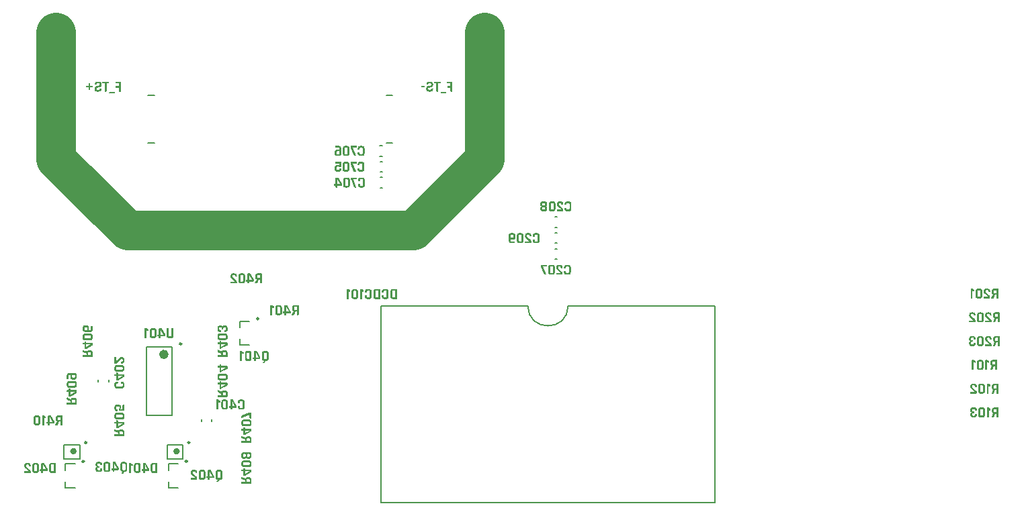
<source format=gbo>
G04*
G04 #@! TF.GenerationSoftware,Altium Limited,Altium Designer,22.7.1 (60)*
G04*
G04 Layer_Color=32896*
%FSLAX44Y44*%
%MOMM*%
G71*
G04*
G04 #@! TF.SameCoordinates,F110A0D0-B471-48EF-BBF6-E10C2EB46B9C*
G04*
G04*
G04 #@! TF.FilePolarity,Positive*
G04*
G01*
G75*
%ADD10C,0.2500*%
%ADD11C,0.6000*%
%ADD13C,0.2000*%
%ADD14C,0.4000*%
%ADD16C,5.0000*%
G36*
X264138Y236236D02*
X264393Y236167D01*
X264485Y236120D01*
X264578Y236074D01*
X264624Y236051D01*
X264647Y236028D01*
X266429Y234894D01*
X266521Y234825D01*
X266591Y234755D01*
X266683Y234570D01*
X266730Y234431D01*
Y234408D01*
Y234385D01*
Y232788D01*
X266706Y232649D01*
X266660Y232580D01*
X266591Y232534D01*
X266521Y232511D01*
X266382Y232534D01*
X266336Y232557D01*
X266313D01*
X264393Y233645D01*
Y224111D01*
X264369Y223972D01*
X264323Y223880D01*
X264277Y223810D01*
X264184Y223764D01*
X264069Y223718D01*
X262310D01*
X262171Y223741D01*
X262078Y223764D01*
X262032Y223787D01*
X262009D01*
X261963Y223880D01*
X261917Y223995D01*
Y224065D01*
Y224111D01*
Y235889D01*
X261940Y236028D01*
X261986Y236120D01*
X262055Y236190D01*
X262125Y236236D01*
X262264Y236282D01*
X263999D01*
X264138Y236236D01*
D02*
G37*
G36*
X297806Y236259D02*
X297898Y236213D01*
X297991Y236167D01*
X298037Y236097D01*
X298083Y235958D01*
Y235912D01*
Y235889D01*
Y226888D01*
X298037Y226356D01*
X297945Y225870D01*
X297829Y225476D01*
X297667Y225129D01*
X297505Y224875D01*
X297389Y224690D01*
X297297Y224574D01*
X297250Y224527D01*
X296903Y224250D01*
X296510Y224065D01*
X296117Y223926D01*
X295723Y223810D01*
X295376Y223764D01*
X295237Y223741D01*
X295098D01*
X294983Y223718D01*
X292692D01*
X292160Y223764D01*
X291674Y223857D01*
X291257Y223972D01*
X290933Y224134D01*
X290656Y224273D01*
X290471Y224412D01*
X290355Y224504D01*
X290309Y224527D01*
X290031Y224875D01*
X289823Y225245D01*
X289661Y225638D01*
X289568Y226032D01*
X289499Y226356D01*
X289476Y226633D01*
X289452Y226749D01*
Y226818D01*
Y226865D01*
Y226888D01*
Y235912D01*
X289476Y236028D01*
X289522Y236120D01*
X289591Y236190D01*
X289661Y236236D01*
X289823Y236282D01*
X291535D01*
X291674Y236259D01*
X291766Y236213D01*
X291859Y236167D01*
X291905Y236097D01*
X291952Y235958D01*
Y235912D01*
Y235889D01*
Y227003D01*
Y226795D01*
X291998Y226610D01*
X292044Y226448D01*
X292090Y226332D01*
X292137Y226240D01*
X292183Y226170D01*
X292206Y226147D01*
X292229Y226124D01*
X292345Y226032D01*
X292484Y225985D01*
X292761Y225893D01*
X292900D01*
X293016Y225870D01*
X294450D01*
X294659Y225893D01*
X294844Y225916D01*
X294983Y225962D01*
X295122Y226008D01*
X295214Y226055D01*
X295284Y226078D01*
X295307Y226124D01*
X295330D01*
X295422Y226240D01*
X295469Y226379D01*
X295561Y226656D01*
Y226795D01*
X295584Y226911D01*
Y226980D01*
Y227003D01*
Y235889D01*
X295607Y236028D01*
X295654Y236120D01*
X295723Y236190D01*
X295793Y236236D01*
X295931Y236282D01*
X297667D01*
X297806Y236259D01*
D02*
G37*
G36*
X282904D02*
X283066Y236213D01*
X283158Y236167D01*
X283182Y236143D01*
X283297Y236028D01*
X283436Y235866D01*
X283506Y235727D01*
X283552Y235704D01*
Y235681D01*
X287439Y228438D01*
X287555Y228137D01*
X287624Y227836D01*
Y227698D01*
X287648Y227582D01*
Y227512D01*
Y227489D01*
Y226726D01*
X287624Y226494D01*
X287555Y226309D01*
X287486Y226217D01*
X287462Y226170D01*
X287277Y226055D01*
X287115Y226008D01*
X286953Y225985D01*
X282048D01*
Y224111D01*
X282025Y223972D01*
X281978Y223880D01*
X281932Y223810D01*
X281840Y223764D01*
X281724Y223718D01*
X280127D01*
X279988Y223741D01*
X279896Y223764D01*
X279850Y223787D01*
X279826D01*
X279780Y223880D01*
X279734Y223995D01*
Y224065D01*
Y224111D01*
Y225985D01*
X278322D01*
X278183Y226008D01*
X278091Y226055D01*
X278022Y226124D01*
X277975Y226217D01*
X277929Y226379D01*
Y226425D01*
Y226448D01*
Y227767D01*
X277952Y227906D01*
X277998Y227999D01*
X278045Y228068D01*
X278114Y228114D01*
X278253Y228160D01*
X279734D01*
Y235565D01*
X279757Y235796D01*
X279826Y235958D01*
X279919Y236074D01*
X279942Y236097D01*
X280104Y236213D01*
X280289Y236259D01*
X280428Y236282D01*
X282696D01*
X282904Y236259D01*
D02*
G37*
G36*
X273972Y236236D02*
X274435Y236143D01*
X274851Y236028D01*
X275199Y235866D01*
X275476Y235704D01*
X275661Y235588D01*
X275777Y235496D01*
X275823Y235449D01*
X276101Y235125D01*
X276309Y234732D01*
X276448Y234362D01*
X276541Y233968D01*
X276610Y233645D01*
X276633Y233367D01*
X276656Y233251D01*
Y233182D01*
Y233135D01*
Y233112D01*
Y226888D01*
X276610Y226356D01*
X276518Y225870D01*
X276402Y225476D01*
X276240Y225129D01*
X276078Y224875D01*
X275962Y224690D01*
X275870Y224574D01*
X275823Y224527D01*
X275476Y224250D01*
X275083Y224065D01*
X274690Y223926D01*
X274296Y223810D01*
X273949Y223764D01*
X273810Y223741D01*
X273671D01*
X273556Y223718D01*
X271450D01*
X270918Y223764D01*
X270432Y223857D01*
X270039Y223972D01*
X269691Y224134D01*
X269437Y224273D01*
X269252Y224412D01*
X269136Y224504D01*
X269090Y224527D01*
X268812Y224875D01*
X268604Y225245D01*
X268465Y225638D01*
X268349Y226032D01*
X268303Y226356D01*
X268280Y226633D01*
X268257Y226749D01*
Y226818D01*
Y226865D01*
Y226888D01*
Y233112D01*
X268303Y233645D01*
X268396Y234130D01*
X268511Y234524D01*
X268673Y234848D01*
X268835Y235102D01*
X268951Y235310D01*
X269044Y235403D01*
X269090Y235449D01*
X269437Y235727D01*
X269807Y235935D01*
X270201Y236074D01*
X270571Y236190D01*
X270918Y236236D01*
X271195Y236259D01*
X271311Y236282D01*
X273417D01*
X273972Y236236D01*
D02*
G37*
G36*
X134921Y126236D02*
X135175Y126167D01*
X135268Y126120D01*
X135360Y126074D01*
X135407Y126051D01*
X135430Y126028D01*
X137212Y124894D01*
X137304Y124825D01*
X137374Y124755D01*
X137466Y124570D01*
X137513Y124431D01*
Y124408D01*
Y124385D01*
Y122788D01*
X137489Y122649D01*
X137443Y122580D01*
X137374Y122534D01*
X137304Y122511D01*
X137165Y122534D01*
X137119Y122557D01*
X137096D01*
X135175Y123645D01*
Y114111D01*
X135152Y113972D01*
X135106Y113880D01*
X135060Y113810D01*
X134967Y113764D01*
X134852Y113718D01*
X133093D01*
X132954Y113741D01*
X132861Y113764D01*
X132815Y113787D01*
X132792D01*
X132746Y113880D01*
X132699Y113995D01*
Y114065D01*
Y114111D01*
Y125889D01*
X132723Y126028D01*
X132769Y126120D01*
X132838Y126190D01*
X132908Y126236D01*
X133047Y126282D01*
X134782D01*
X134921Y126236D01*
D02*
G37*
G36*
X157736Y126259D02*
X157829Y126213D01*
X157921Y126167D01*
X157968Y126097D01*
X158014Y125958D01*
Y125912D01*
Y125889D01*
Y114111D01*
X157991Y113972D01*
X157945Y113880D01*
X157875Y113810D01*
X157806Y113764D01*
X157667Y113718D01*
X155932D01*
X155793Y113741D01*
X155700Y113787D01*
X155608Y113833D01*
X155561Y113926D01*
X155515Y114042D01*
Y114088D01*
Y114111D01*
Y118137D01*
X155469Y118253D01*
X155399Y118322D01*
X155330Y118345D01*
X153965D01*
X152021Y114111D01*
X151928Y113949D01*
X151859Y113856D01*
X151790Y113810D01*
X151766Y113787D01*
X151628Y113741D01*
X151442Y113718D01*
X149661D01*
X149499Y113741D01*
X149383Y113787D01*
X149337Y113856D01*
X149314Y113949D01*
Y114042D01*
Y114111D01*
X149337Y114157D01*
Y114180D01*
X151419Y118531D01*
Y118623D01*
X151118Y118785D01*
X150841Y118947D01*
X150609Y119155D01*
X150424Y119387D01*
X150239Y119618D01*
X150100Y119873D01*
X149985Y120127D01*
X149892Y120359D01*
X149776Y120822D01*
X149730Y121030D01*
X149707Y121215D01*
X149684Y121354D01*
Y121469D01*
Y121539D01*
Y121562D01*
Y123089D01*
X149730Y123621D01*
X149823Y124107D01*
X149962Y124501D01*
X150100Y124848D01*
X150262Y125102D01*
X150401Y125287D01*
X150494Y125403D01*
X150540Y125449D01*
X150887Y125727D01*
X151280Y125935D01*
X151674Y126074D01*
X152044Y126190D01*
X152391Y126236D01*
X152669Y126259D01*
X152785Y126282D01*
X157598D01*
X157736Y126259D01*
D02*
G37*
G36*
X143182D02*
X143344Y126213D01*
X143436Y126167D01*
X143459Y126144D01*
X143575Y126028D01*
X143714Y125866D01*
X143783Y125727D01*
X143830Y125704D01*
Y125681D01*
X147717Y118438D01*
X147833Y118137D01*
X147902Y117837D01*
Y117698D01*
X147925Y117582D01*
Y117513D01*
Y117489D01*
Y116726D01*
X147902Y116494D01*
X147833Y116309D01*
X147763Y116217D01*
X147740Y116170D01*
X147555Y116055D01*
X147393Y116009D01*
X147231Y115985D01*
X142325D01*
Y114111D01*
X142302Y113972D01*
X142256Y113880D01*
X142210Y113810D01*
X142117Y113764D01*
X142001Y113718D01*
X140405D01*
X140266Y113741D01*
X140174Y113764D01*
X140127Y113787D01*
X140104D01*
X140058Y113880D01*
X140012Y113995D01*
Y114065D01*
Y114111D01*
Y115985D01*
X138600D01*
X138461Y116009D01*
X138369Y116055D01*
X138299Y116124D01*
X138253Y116217D01*
X138207Y116379D01*
Y116425D01*
Y116448D01*
Y117767D01*
X138230Y117906D01*
X138276Y117998D01*
X138322Y118068D01*
X138392Y118114D01*
X138531Y118160D01*
X140012D01*
Y125565D01*
X140035Y125796D01*
X140104Y125958D01*
X140197Y126074D01*
X140220Y126097D01*
X140382Y126213D01*
X140567Y126259D01*
X140706Y126282D01*
X142973D01*
X143182Y126259D01*
D02*
G37*
G36*
X127701Y126236D02*
X128164Y126144D01*
X128581Y126028D01*
X128928Y125866D01*
X129206Y125704D01*
X129391Y125588D01*
X129506Y125496D01*
X129552Y125449D01*
X129830Y125125D01*
X130038Y124732D01*
X130177Y124362D01*
X130270Y123968D01*
X130339Y123645D01*
X130362Y123367D01*
X130386Y123251D01*
Y123182D01*
Y123135D01*
Y123112D01*
Y116888D01*
X130339Y116355D01*
X130247Y115870D01*
X130131Y115476D01*
X129969Y115129D01*
X129807Y114875D01*
X129691Y114690D01*
X129599Y114574D01*
X129552Y114528D01*
X129206Y114250D01*
X128812Y114065D01*
X128419Y113926D01*
X128025Y113810D01*
X127678Y113764D01*
X127539Y113741D01*
X127401D01*
X127285Y113718D01*
X125179D01*
X124647Y113764D01*
X124161Y113856D01*
X123768Y113972D01*
X123421Y114134D01*
X123166Y114273D01*
X122981Y114412D01*
X122865Y114504D01*
X122819Y114528D01*
X122541Y114875D01*
X122333Y115245D01*
X122194Y115638D01*
X122079Y116032D01*
X122032Y116355D01*
X122009Y116633D01*
X121986Y116749D01*
Y116818D01*
Y116865D01*
Y116888D01*
Y123112D01*
X122032Y123645D01*
X122125Y124130D01*
X122240Y124524D01*
X122402Y124848D01*
X122564Y125102D01*
X122680Y125310D01*
X122773Y125403D01*
X122819Y125449D01*
X123166Y125727D01*
X123536Y125935D01*
X123930Y126074D01*
X124300Y126190D01*
X124647Y126236D01*
X124925Y126259D01*
X125040Y126282D01*
X127146D01*
X127701Y126236D01*
D02*
G37*
G36*
X173645Y179842D02*
X174130Y179750D01*
X174524Y179611D01*
X174848Y179472D01*
X175102Y179310D01*
X175310Y179171D01*
X175403Y179079D01*
X175449Y179032D01*
X175727Y178685D01*
X175935Y178315D01*
X176074Y177922D01*
X176190Y177528D01*
X176236Y177181D01*
X176259Y176903D01*
X176282Y176788D01*
Y174728D01*
X176236Y174196D01*
X176143Y173710D01*
X176028Y173294D01*
X175866Y172970D01*
X175704Y172692D01*
X175588Y172507D01*
X175496Y172391D01*
X175449Y172345D01*
X175125Y172067D01*
X174732Y171859D01*
X174362Y171720D01*
X173968Y171628D01*
X173645Y171558D01*
X173367Y171535D01*
X173251Y171512D01*
X173182D01*
X173135D01*
X173112D01*
X171354D01*
X170821Y171558D01*
X170336Y171651D01*
X169942Y171766D01*
X169595Y171928D01*
X169340Y172090D01*
X169155Y172206D01*
X169040Y172299D01*
X168993Y172345D01*
X168716Y172692D01*
X168531Y173085D01*
X168392Y173479D01*
X168276Y173849D01*
X168230Y174196D01*
X168207Y174474D01*
X168184Y174589D01*
Y177412D01*
X167003D01*
X166795D01*
X166610Y177366D01*
X166448Y177343D01*
X166332Y177297D01*
X166240Y177250D01*
X166170Y177204D01*
X166147Y177181D01*
X166124Y177158D01*
X166032Y177042D01*
X165985Y176903D01*
X165893Y176602D01*
Y176464D01*
X165870Y176371D01*
Y172530D01*
X165847Y172391D01*
X165800Y172276D01*
X165754Y172206D01*
X165685Y172137D01*
X165546Y172090D01*
X165499D01*
X165476D01*
X164111D01*
X163972Y172113D01*
X163880Y172160D01*
X163810Y172229D01*
X163764Y172322D01*
X163718Y172461D01*
Y176649D01*
X163764Y177204D01*
X163857Y177667D01*
X163972Y178083D01*
X164134Y178431D01*
X164273Y178685D01*
X164412Y178870D01*
X164504Y178986D01*
X164527Y179032D01*
X164875Y179310D01*
X165245Y179518D01*
X165638Y179680D01*
X166032Y179773D01*
X166355Y179842D01*
X166633Y179865D01*
X166749Y179888D01*
X166818D01*
X166865D01*
X166888D01*
X173112D01*
X173645Y179842D01*
D02*
G37*
G36*
Y169545D02*
X174130Y169452D01*
X174524Y169337D01*
X174848Y169175D01*
X175102Y169013D01*
X175310Y168897D01*
X175403Y168805D01*
X175449Y168758D01*
X175727Y168411D01*
X175935Y168041D01*
X176074Y167648D01*
X176190Y167277D01*
X176236Y166930D01*
X176259Y166653D01*
X176282Y166537D01*
Y164431D01*
X176236Y163876D01*
X176143Y163413D01*
X176028Y162997D01*
X175866Y162649D01*
X175704Y162372D01*
X175588Y162187D01*
X175496Y162071D01*
X175449Y162025D01*
X175125Y161747D01*
X174732Y161539D01*
X174362Y161400D01*
X173968Y161307D01*
X173645Y161238D01*
X173367Y161215D01*
X173251Y161192D01*
X173182D01*
X173135D01*
X173112D01*
X166888D01*
X166355Y161238D01*
X165870Y161331D01*
X165476Y161446D01*
X165129Y161608D01*
X164875Y161770D01*
X164690Y161886D01*
X164574Y161978D01*
X164527Y162025D01*
X164250Y162372D01*
X164065Y162765D01*
X163926Y163159D01*
X163810Y163552D01*
X163764Y163899D01*
X163741Y164038D01*
Y164177D01*
X163718Y164292D01*
Y166398D01*
X163764Y166930D01*
X163857Y167416D01*
X163972Y167810D01*
X164134Y168157D01*
X164273Y168411D01*
X164412Y168596D01*
X164504Y168712D01*
X164527Y168758D01*
X164875Y169036D01*
X165245Y169244D01*
X165638Y169383D01*
X166032Y169499D01*
X166355Y169545D01*
X166633Y169568D01*
X166749Y169591D01*
X166818D01*
X166865D01*
X166888D01*
X173112D01*
X173645Y169545D01*
D02*
G37*
G36*
X167906Y159896D02*
X167998Y159850D01*
X168068Y159803D01*
X168114Y159734D01*
X168160Y159595D01*
Y158114D01*
X175565D01*
X175796Y158091D01*
X175958Y158022D01*
X176074Y157929D01*
X176097Y157906D01*
X176213Y157744D01*
X176259Y157559D01*
X176282Y157420D01*
Y155152D01*
X176259Y154944D01*
X176213Y154782D01*
X176167Y154690D01*
X176143Y154666D01*
X176028Y154551D01*
X175866Y154412D01*
X175727Y154342D01*
X175704Y154296D01*
X175681D01*
X168438Y150409D01*
X168137Y150293D01*
X167836Y150224D01*
X167698D01*
X167582Y150201D01*
X167512D01*
X167489D01*
X166726D01*
X166494Y150224D01*
X166309Y150293D01*
X166217Y150363D01*
X166170Y150386D01*
X166055Y150571D01*
X166008Y150733D01*
X165985Y150895D01*
Y155800D01*
X164111D01*
X163972Y155823D01*
X163880Y155870D01*
X163810Y155916D01*
X163764Y156009D01*
X163718Y156124D01*
Y157721D01*
X163741Y157860D01*
X163764Y157952D01*
X163787Y157999D01*
Y158022D01*
X163880Y158068D01*
X163995Y158114D01*
X164065D01*
X164111D01*
X165985D01*
Y159526D01*
X166008Y159664D01*
X166055Y159757D01*
X166124Y159826D01*
X166217Y159873D01*
X166379Y159919D01*
X166425D01*
X166448D01*
X167767D01*
X167906Y159896D01*
D02*
G37*
G36*
X164157Y148789D02*
X164180D01*
X168531Y146706D01*
X168623D01*
X168785Y147007D01*
X168947Y147285D01*
X169155Y147516D01*
X169387Y147701D01*
X169618Y147886D01*
X169873Y148025D01*
X170127Y148141D01*
X170359Y148234D01*
X170821Y148349D01*
X171030Y148396D01*
X171215Y148419D01*
X171354Y148442D01*
X171469D01*
X171539D01*
X171562D01*
X173089D01*
X173621Y148396D01*
X174107Y148303D01*
X174501Y148164D01*
X174848Y148025D01*
X175102Y147863D01*
X175287Y147725D01*
X175403Y147632D01*
X175449Y147586D01*
X175727Y147239D01*
X175935Y146845D01*
X176074Y146452D01*
X176190Y146082D01*
X176236Y145735D01*
X176259Y145457D01*
X176282Y145341D01*
Y140528D01*
X176259Y140389D01*
X176213Y140297D01*
X176167Y140204D01*
X176097Y140158D01*
X175958Y140112D01*
X175912D01*
X175889D01*
X164111D01*
X163972Y140135D01*
X163880Y140181D01*
X163810Y140251D01*
X163764Y140320D01*
X163718Y140459D01*
Y142194D01*
X163741Y142333D01*
X163787Y142426D01*
X163833Y142518D01*
X163926Y142564D01*
X164042Y142611D01*
X164088D01*
X164111D01*
X168137D01*
X168253Y142657D01*
X168322Y142726D01*
X168346Y142796D01*
Y144161D01*
X164111Y146105D01*
X163949Y146197D01*
X163857Y146267D01*
X163810Y146336D01*
X163787Y146359D01*
X163741Y146498D01*
X163718Y146683D01*
Y148465D01*
X163741Y148627D01*
X163787Y148743D01*
X163857Y148789D01*
X163949Y148812D01*
X164042D01*
X164111D01*
X164157Y148789D01*
D02*
G37*
G36*
X393783Y80004D02*
X394246Y79911D01*
X394640Y79796D01*
X394940Y79634D01*
X395195Y79472D01*
X395380Y79356D01*
X395472Y79264D01*
X395519Y79217D01*
X395773Y78870D01*
X395958Y78500D01*
X396097Y78107D01*
X396190Y77736D01*
X396236Y77389D01*
X396282Y77112D01*
Y74774D01*
X396259Y74219D01*
X396167Y73733D01*
X396051Y73317D01*
X395912Y72993D01*
X395750Y72715D01*
X395634Y72530D01*
X395542Y72414D01*
X395519Y72368D01*
X395195Y72090D01*
X394848Y71882D01*
X394478Y71743D01*
X394107Y71651D01*
X393760Y71581D01*
X393506Y71558D01*
X393390Y71535D01*
X393321D01*
X393274D01*
X393251D01*
X392418D01*
X392094Y71558D01*
X391793Y71581D01*
X391516Y71651D01*
X391261Y71743D01*
X391053Y71836D01*
X390845Y71951D01*
X390683Y72067D01*
X390544Y72183D01*
X390312Y72414D01*
X390150Y72623D01*
X390058Y72785D01*
X390035Y72808D01*
Y72831D01*
X389919Y72599D01*
X389757Y72414D01*
X389595Y72229D01*
X389410Y72090D01*
X389017Y71859D01*
X388623Y71697D01*
X388253Y71604D01*
X388091Y71581D01*
X387952Y71558D01*
X387813Y71535D01*
X387721D01*
X387674D01*
X387651D01*
X386749D01*
X386217Y71581D01*
X385754Y71674D01*
X385361Y71789D01*
X385060Y71951D01*
X384805Y72113D01*
X384620Y72229D01*
X384528Y72322D01*
X384481Y72368D01*
X384227Y72715D01*
X384042Y73085D01*
X383903Y73502D01*
X383810Y73895D01*
X383764Y74242D01*
X383741Y74381D01*
Y74520D01*
X383718Y74636D01*
Y76857D01*
X383741Y77389D01*
X383833Y77875D01*
X383949Y78269D01*
X384111Y78616D01*
X384250Y78870D01*
X384366Y79055D01*
X384458Y79171D01*
X384481Y79217D01*
X384805Y79495D01*
X385152Y79703D01*
X385546Y79842D01*
X385893Y79958D01*
X386240Y80004D01*
X386494Y80027D01*
X386610Y80050D01*
X386679D01*
X386726D01*
X386749D01*
X387651D01*
X387999Y80027D01*
X388299Y80004D01*
X388577Y79935D01*
X388808Y79842D01*
X389040Y79749D01*
X389225Y79657D01*
X389410Y79541D01*
X389549Y79426D01*
X389780Y79171D01*
X389919Y78986D01*
X390012Y78824D01*
X390035Y78801D01*
Y78778D01*
X390127Y78986D01*
X390220Y79171D01*
X390359Y79333D01*
X390498Y79449D01*
X390636Y79564D01*
X390752Y79634D01*
X390821Y79680D01*
X390845Y79703D01*
X391099Y79819D01*
X391354Y79911D01*
X391631Y79958D01*
X391886Y80004D01*
X392094Y80027D01*
X392256Y80050D01*
X392372D01*
X392418D01*
X393251D01*
X393783Y80004D01*
D02*
G37*
G36*
X393644Y69383D02*
X394130Y69290D01*
X394524Y69175D01*
X394848Y69013D01*
X395102Y68851D01*
X395311Y68735D01*
X395403Y68643D01*
X395449Y68596D01*
X395727Y68249D01*
X395935Y67879D01*
X396074Y67486D01*
X396190Y67115D01*
X396236Y66768D01*
X396259Y66491D01*
X396282Y66375D01*
Y64269D01*
X396236Y63714D01*
X396143Y63251D01*
X396028Y62835D01*
X395866Y62488D01*
X395704Y62210D01*
X395588Y62025D01*
X395496Y61909D01*
X395449Y61863D01*
X395125Y61585D01*
X394732Y61377D01*
X394362Y61238D01*
X393968Y61145D01*
X393644Y61076D01*
X393367Y61053D01*
X393251Y61030D01*
X393182D01*
X393135D01*
X393112D01*
X386888D01*
X386356Y61076D01*
X385870Y61169D01*
X385476Y61284D01*
X385129Y61446D01*
X384875Y61608D01*
X384689Y61724D01*
X384574Y61817D01*
X384528Y61863D01*
X384250Y62210D01*
X384065Y62603D01*
X383926Y62997D01*
X383810Y63390D01*
X383764Y63737D01*
X383741Y63876D01*
Y64015D01*
X383718Y64130D01*
Y66236D01*
X383764Y66768D01*
X383857Y67254D01*
X383972Y67648D01*
X384134Y67995D01*
X384273Y68249D01*
X384412Y68434D01*
X384504Y68550D01*
X384528Y68596D01*
X384875Y68874D01*
X385245Y69082D01*
X385638Y69221D01*
X386032Y69337D01*
X386356Y69383D01*
X386633Y69406D01*
X386749Y69429D01*
X386818D01*
X386865D01*
X386888D01*
X393112D01*
X393644Y69383D01*
D02*
G37*
G36*
X387906Y59734D02*
X387999Y59688D01*
X388068Y59641D01*
X388114Y59572D01*
X388160Y59433D01*
Y57952D01*
X395565D01*
X395796Y57929D01*
X395958Y57860D01*
X396074Y57767D01*
X396097Y57744D01*
X396213Y57582D01*
X396259Y57397D01*
X396282Y57258D01*
Y54990D01*
X396259Y54782D01*
X396213Y54620D01*
X396167Y54528D01*
X396143Y54504D01*
X396028Y54389D01*
X395866Y54250D01*
X395727Y54180D01*
X395704Y54134D01*
X395681D01*
X388438Y50247D01*
X388137Y50131D01*
X387836Y50062D01*
X387698D01*
X387582Y50038D01*
X387513D01*
X387489D01*
X386726D01*
X386494Y50062D01*
X386309Y50131D01*
X386217Y50201D01*
X386170Y50224D01*
X386055Y50409D01*
X386008Y50571D01*
X385985Y50733D01*
Y55638D01*
X384111D01*
X383972Y55661D01*
X383880Y55708D01*
X383810Y55754D01*
X383764Y55847D01*
X383718Y55962D01*
Y57559D01*
X383741Y57698D01*
X383764Y57790D01*
X383787Y57836D01*
Y57860D01*
X383880Y57906D01*
X383995Y57952D01*
X384065D01*
X384111D01*
X385985D01*
Y59364D01*
X386008Y59503D01*
X386055Y59595D01*
X386124Y59665D01*
X386217Y59711D01*
X386379Y59757D01*
X386425D01*
X386448D01*
X387767D01*
X387906Y59734D01*
D02*
G37*
G36*
X384157Y48627D02*
X384180D01*
X388531Y46544D01*
X388623D01*
X388785Y46845D01*
X388947Y47123D01*
X389155Y47354D01*
X389387Y47540D01*
X389618Y47725D01*
X389873Y47863D01*
X390127Y47979D01*
X390359Y48072D01*
X390821Y48187D01*
X391030Y48234D01*
X391215Y48257D01*
X391354Y48280D01*
X391469D01*
X391539D01*
X391562D01*
X393089D01*
X393621Y48234D01*
X394107Y48141D01*
X394501Y48002D01*
X394848Y47863D01*
X395102Y47701D01*
X395287Y47563D01*
X395403Y47470D01*
X395449Y47424D01*
X395727Y47077D01*
X395935Y46683D01*
X396074Y46290D01*
X396190Y45920D01*
X396236Y45573D01*
X396259Y45295D01*
X396282Y45179D01*
Y40366D01*
X396259Y40227D01*
X396213Y40135D01*
X396167Y40042D01*
X396097Y39996D01*
X395958Y39950D01*
X395912D01*
X395889D01*
X384111D01*
X383972Y39973D01*
X383880Y40019D01*
X383810Y40089D01*
X383764Y40158D01*
X383718Y40297D01*
Y42032D01*
X383741Y42171D01*
X383787Y42264D01*
X383833Y42356D01*
X383926Y42403D01*
X384042Y42449D01*
X384088D01*
X384111D01*
X388137D01*
X388253Y42495D01*
X388322Y42565D01*
X388346Y42634D01*
Y43999D01*
X384111Y45943D01*
X383949Y46035D01*
X383857Y46105D01*
X383810Y46174D01*
X383787Y46197D01*
X383741Y46336D01*
X383718Y46521D01*
Y48303D01*
X383741Y48465D01*
X383787Y48581D01*
X383857Y48627D01*
X383949Y48650D01*
X384042D01*
X384111D01*
X384157Y48627D01*
D02*
G37*
G36*
X396028Y130025D02*
X396120Y129979D01*
X396190Y129909D01*
X396236Y129840D01*
X396282Y129701D01*
Y122782D01*
X396259Y122644D01*
X396213Y122551D01*
X396167Y122482D01*
X396097Y122435D01*
X395958Y122389D01*
X395912D01*
X395889D01*
X394431D01*
X394292Y122412D01*
X394200Y122458D01*
X394107Y122505D01*
X394061Y122597D01*
X394015Y122713D01*
Y127387D01*
X384111Y123268D01*
X383995Y123222D01*
X383903Y123199D01*
X383833Y123222D01*
X383810D01*
X383764Y123292D01*
X383741Y123384D01*
X383718Y123454D01*
Y125305D01*
X383741Y125490D01*
X383787Y125629D01*
X383833Y125744D01*
X383903Y125837D01*
X383972Y125906D01*
X384042Y125953D01*
X384065Y125976D01*
X384088D01*
X393182Y129771D01*
X393413Y129863D01*
X393621Y129933D01*
X393806Y129979D01*
X393968Y130025D01*
X394084D01*
X394177Y130048D01*
X394223D01*
X394246D01*
X395889D01*
X396028Y130025D01*
D02*
G37*
G36*
X393644Y120885D02*
X394130Y120793D01*
X394524Y120677D01*
X394848Y120515D01*
X395102Y120353D01*
X395311Y120237D01*
X395403Y120145D01*
X395449Y120098D01*
X395727Y119751D01*
X395935Y119381D01*
X396074Y118988D01*
X396190Y118617D01*
X396236Y118270D01*
X396259Y117993D01*
X396282Y117877D01*
Y115771D01*
X396236Y115216D01*
X396143Y114753D01*
X396028Y114337D01*
X395866Y113989D01*
X395704Y113712D01*
X395588Y113527D01*
X395496Y113411D01*
X395449Y113365D01*
X395125Y113087D01*
X394732Y112879D01*
X394362Y112740D01*
X393968Y112647D01*
X393644Y112578D01*
X393367Y112555D01*
X393251Y112532D01*
X393182D01*
X393135D01*
X393112D01*
X386888D01*
X386356Y112578D01*
X385870Y112671D01*
X385476Y112786D01*
X385129Y112948D01*
X384875Y113110D01*
X384689Y113226D01*
X384574Y113319D01*
X384528Y113365D01*
X384250Y113712D01*
X384065Y114105D01*
X383926Y114499D01*
X383810Y114892D01*
X383764Y115239D01*
X383741Y115378D01*
Y115517D01*
X383718Y115632D01*
Y117738D01*
X383764Y118270D01*
X383857Y118756D01*
X383972Y119150D01*
X384134Y119497D01*
X384273Y119751D01*
X384412Y119936D01*
X384504Y120052D01*
X384528Y120098D01*
X384875Y120376D01*
X385245Y120584D01*
X385638Y120723D01*
X386032Y120839D01*
X386356Y120885D01*
X386633Y120908D01*
X386749Y120931D01*
X386818D01*
X386865D01*
X386888D01*
X393112D01*
X393644Y120885D01*
D02*
G37*
G36*
X387906Y111236D02*
X387999Y111190D01*
X388068Y111143D01*
X388114Y111074D01*
X388160Y110935D01*
Y109454D01*
X395565D01*
X395796Y109431D01*
X395958Y109362D01*
X396074Y109269D01*
X396097Y109246D01*
X396213Y109084D01*
X396259Y108899D01*
X396282Y108760D01*
Y106492D01*
X396259Y106284D01*
X396213Y106122D01*
X396167Y106030D01*
X396143Y106006D01*
X396028Y105891D01*
X395866Y105752D01*
X395727Y105682D01*
X395704Y105636D01*
X395681D01*
X388438Y101749D01*
X388137Y101633D01*
X387836Y101564D01*
X387698D01*
X387582Y101540D01*
X387513D01*
X387489D01*
X386726D01*
X386494Y101564D01*
X386309Y101633D01*
X386217Y101702D01*
X386170Y101726D01*
X386055Y101911D01*
X386008Y102073D01*
X385985Y102235D01*
Y107140D01*
X384111D01*
X383972Y107163D01*
X383880Y107210D01*
X383810Y107256D01*
X383764Y107348D01*
X383718Y107464D01*
Y109061D01*
X383741Y109200D01*
X383764Y109292D01*
X383787Y109339D01*
Y109362D01*
X383880Y109408D01*
X383995Y109454D01*
X384065D01*
X384111D01*
X385985D01*
Y110866D01*
X386008Y111004D01*
X386055Y111097D01*
X386124Y111166D01*
X386217Y111213D01*
X386379Y111259D01*
X386425D01*
X386448D01*
X387767D01*
X387906Y111236D01*
D02*
G37*
G36*
X384157Y100129D02*
X384180D01*
X388531Y98047D01*
X388623D01*
X388785Y98347D01*
X388947Y98625D01*
X389155Y98856D01*
X389387Y99042D01*
X389618Y99227D01*
X389873Y99365D01*
X390127Y99481D01*
X390359Y99574D01*
X390821Y99689D01*
X391030Y99736D01*
X391215Y99759D01*
X391354Y99782D01*
X391469D01*
X391539D01*
X391562D01*
X393089D01*
X393621Y99736D01*
X394107Y99643D01*
X394501Y99504D01*
X394848Y99365D01*
X395102Y99203D01*
X395287Y99065D01*
X395403Y98972D01*
X395449Y98926D01*
X395727Y98579D01*
X395935Y98185D01*
X396074Y97792D01*
X396190Y97422D01*
X396236Y97075D01*
X396259Y96797D01*
X396282Y96681D01*
Y91868D01*
X396259Y91729D01*
X396213Y91637D01*
X396167Y91544D01*
X396097Y91498D01*
X395958Y91452D01*
X395912D01*
X395889D01*
X384111D01*
X383972Y91475D01*
X383880Y91521D01*
X383810Y91591D01*
X383764Y91660D01*
X383718Y91799D01*
Y93534D01*
X383741Y93673D01*
X383787Y93766D01*
X383833Y93858D01*
X383926Y93904D01*
X384042Y93951D01*
X384088D01*
X384111D01*
X388137D01*
X388253Y93997D01*
X388322Y94066D01*
X388346Y94136D01*
Y95501D01*
X384111Y97445D01*
X383949Y97537D01*
X383857Y97607D01*
X383810Y97676D01*
X383787Y97699D01*
X383741Y97838D01*
X383718Y98023D01*
Y99805D01*
X383741Y99967D01*
X383787Y100083D01*
X383857Y100129D01*
X383949Y100152D01*
X384042D01*
X384111D01*
X384157Y100129D01*
D02*
G37*
G36*
X189040Y239935D02*
X189503Y239842D01*
X189919Y239703D01*
X190243Y239564D01*
X190497Y239402D01*
X190706Y239264D01*
X190798Y239171D01*
X190845Y239125D01*
X191122Y238778D01*
X191331Y238407D01*
X191469Y238014D01*
X191585Y237621D01*
X191631Y237274D01*
X191654Y236996D01*
X191678Y236880D01*
Y234080D01*
X192997D01*
X193205Y234104D01*
X193390Y234127D01*
X193552Y234173D01*
X193668Y234219D01*
X193760Y234265D01*
X193830Y234289D01*
X193876Y234335D01*
X193968Y234451D01*
X194015Y234589D01*
X194107Y234890D01*
Y235006D01*
X194130Y235122D01*
Y238824D01*
X194153Y238963D01*
X194200Y239055D01*
X194246Y239125D01*
X194339Y239171D01*
X194454Y239217D01*
X194501D01*
X194524D01*
X195889D01*
X196028Y239194D01*
X196120Y239148D01*
X196190Y239102D01*
X196236Y239032D01*
X196282Y238893D01*
Y234821D01*
X196236Y234265D01*
X196143Y233803D01*
X196028Y233386D01*
X195866Y233039D01*
X195704Y232761D01*
X195588Y232576D01*
X195496Y232461D01*
X195449Y232414D01*
X195125Y232137D01*
X194732Y231928D01*
X194362Y231789D01*
X193968Y231697D01*
X193645Y231628D01*
X193367Y231604D01*
X193251Y231581D01*
X193182D01*
X193135D01*
X193112D01*
X186888D01*
X186356Y231628D01*
X185870Y231720D01*
X185476Y231836D01*
X185129Y231998D01*
X184875Y232160D01*
X184690Y232276D01*
X184574Y232368D01*
X184527Y232414D01*
X184250Y232761D01*
X184065Y233155D01*
X183926Y233548D01*
X183810Y233941D01*
X183764Y234289D01*
X183741Y234427D01*
Y234566D01*
X183718Y234682D01*
Y236741D01*
X183764Y237297D01*
X183857Y237759D01*
X183972Y238176D01*
X184134Y238523D01*
X184273Y238778D01*
X184412Y238963D01*
X184504Y239078D01*
X184527Y239125D01*
X184875Y239402D01*
X185245Y239611D01*
X185638Y239773D01*
X186032Y239865D01*
X186356Y239935D01*
X186633Y239958D01*
X186749Y239981D01*
X186818D01*
X186865D01*
X186888D01*
X188484D01*
X189040Y239935D01*
D02*
G37*
G36*
X193645Y229452D02*
X194130Y229360D01*
X194524Y229244D01*
X194848Y229082D01*
X195102Y228920D01*
X195310Y228804D01*
X195403Y228712D01*
X195449Y228666D01*
X195727Y228319D01*
X195935Y227948D01*
X196074Y227555D01*
X196190Y227185D01*
X196236Y226838D01*
X196259Y226560D01*
X196282Y226444D01*
Y224339D01*
X196236Y223783D01*
X196143Y223321D01*
X196028Y222904D01*
X195866Y222557D01*
X195704Y222279D01*
X195588Y222094D01*
X195496Y221978D01*
X195449Y221932D01*
X195125Y221654D01*
X194732Y221446D01*
X194362Y221307D01*
X193968Y221215D01*
X193645Y221145D01*
X193367Y221122D01*
X193251Y221099D01*
X193182D01*
X193135D01*
X193112D01*
X186888D01*
X186356Y221145D01*
X185870Y221238D01*
X185476Y221354D01*
X185129Y221516D01*
X184875Y221678D01*
X184690Y221793D01*
X184574Y221886D01*
X184527Y221932D01*
X184250Y222279D01*
X184065Y222673D01*
X183926Y223066D01*
X183810Y223459D01*
X183764Y223806D01*
X183741Y223945D01*
Y224084D01*
X183718Y224200D01*
Y226306D01*
X183764Y226838D01*
X183857Y227324D01*
X183972Y227717D01*
X184134Y228064D01*
X184273Y228319D01*
X184412Y228504D01*
X184504Y228619D01*
X184527Y228666D01*
X184875Y228943D01*
X185245Y229152D01*
X185638Y229291D01*
X186032Y229406D01*
X186356Y229452D01*
X186633Y229476D01*
X186749Y229499D01*
X186818D01*
X186865D01*
X186888D01*
X193112D01*
X193645Y229452D01*
D02*
G37*
G36*
X187906Y219803D02*
X187999Y219757D01*
X188068Y219711D01*
X188114Y219641D01*
X188160Y219503D01*
Y218022D01*
X195565D01*
X195796Y217998D01*
X195958Y217929D01*
X196074Y217836D01*
X196097Y217813D01*
X196213Y217651D01*
X196259Y217466D01*
X196282Y217327D01*
Y215060D01*
X196259Y214851D01*
X196213Y214690D01*
X196167Y214597D01*
X196143Y214574D01*
X196028Y214458D01*
X195866Y214319D01*
X195727Y214250D01*
X195704Y214204D01*
X195681D01*
X188438Y210316D01*
X188137Y210201D01*
X187836Y210131D01*
X187698D01*
X187582Y210108D01*
X187512D01*
X187489D01*
X186726D01*
X186494Y210131D01*
X186309Y210201D01*
X186217Y210270D01*
X186170Y210293D01*
X186055Y210478D01*
X186008Y210640D01*
X185985Y210802D01*
Y215708D01*
X184111D01*
X183972Y215731D01*
X183880Y215777D01*
X183810Y215823D01*
X183764Y215916D01*
X183718Y216032D01*
Y217628D01*
X183741Y217767D01*
X183764Y217860D01*
X183787Y217906D01*
Y217929D01*
X183880Y217975D01*
X183995Y218022D01*
X184065D01*
X184111D01*
X185985D01*
Y219433D01*
X186008Y219572D01*
X186055Y219664D01*
X186124Y219734D01*
X186217Y219780D01*
X186379Y219827D01*
X186425D01*
X186448D01*
X187767D01*
X187906Y219803D01*
D02*
G37*
G36*
X184157Y208696D02*
X184181D01*
X188531Y206614D01*
X188623D01*
X188785Y206915D01*
X188947Y207192D01*
X189155Y207424D01*
X189387Y207609D01*
X189618Y207794D01*
X189873Y207933D01*
X190127Y208048D01*
X190359Y208141D01*
X190821Y208257D01*
X191030Y208303D01*
X191215Y208326D01*
X191354Y208349D01*
X191469D01*
X191539D01*
X191562D01*
X193089D01*
X193621Y208303D01*
X194107Y208211D01*
X194501Y208072D01*
X194848Y207933D01*
X195102Y207771D01*
X195287Y207632D01*
X195403Y207539D01*
X195449Y207493D01*
X195727Y207146D01*
X195935Y206753D01*
X196074Y206359D01*
X196190Y205989D01*
X196236Y205642D01*
X196259Y205364D01*
X196282Y205249D01*
Y200436D01*
X196259Y200297D01*
X196213Y200204D01*
X196167Y200112D01*
X196097Y200065D01*
X195958Y200019D01*
X195912D01*
X195889D01*
X184111D01*
X183972Y200042D01*
X183880Y200089D01*
X183810Y200158D01*
X183764Y200227D01*
X183718Y200366D01*
Y202102D01*
X183741Y202241D01*
X183787Y202333D01*
X183833Y202426D01*
X183926Y202472D01*
X184042Y202518D01*
X184088D01*
X184111D01*
X188137D01*
X188253Y202565D01*
X188322Y202634D01*
X188346Y202703D01*
Y204069D01*
X184111Y206012D01*
X183949Y206105D01*
X183857Y206174D01*
X183810Y206244D01*
X183787Y206267D01*
X183741Y206406D01*
X183718Y206591D01*
Y208372D01*
X183741Y208534D01*
X183787Y208650D01*
X183857Y208696D01*
X183949Y208720D01*
X184042D01*
X184111D01*
X184157Y208696D01*
D02*
G37*
G36*
X229572Y139773D02*
X230058Y139657D01*
X230451Y139518D01*
X230798Y139333D01*
X231099Y139102D01*
X231354Y138847D01*
X231562Y138569D01*
X231724Y138292D01*
X231840Y137991D01*
X231932Y137713D01*
X232002Y137459D01*
X232048Y137250D01*
X232071Y137042D01*
X232094Y136903D01*
Y135723D01*
X232048Y135515D01*
X231932Y135145D01*
X231770Y134867D01*
X231608Y134636D01*
X231423Y134474D01*
X231261Y134381D01*
X231145Y134335D01*
X231122Y134312D01*
X233992D01*
Y139032D01*
X234015Y139171D01*
X234061Y139264D01*
X234107Y139356D01*
X234200Y139402D01*
X234315Y139449D01*
X234362D01*
X234385D01*
X235889D01*
X236028Y139425D01*
X236120Y139379D01*
X236190Y139310D01*
X236236Y139240D01*
X236282Y139102D01*
Y132229D01*
X236259Y132090D01*
X236213Y131998D01*
X236167Y131905D01*
X236097Y131859D01*
X235958Y131813D01*
X235912D01*
X235889D01*
X229688D01*
X229549Y131836D01*
X229456Y131882D01*
X229387Y131952D01*
X229340Y132021D01*
X229294Y132160D01*
Y133849D01*
X229317Y133965D01*
X229364Y134057D01*
X229503Y134242D01*
X229618Y134358D01*
X229664Y134404D01*
X229688D01*
X229827Y134520D01*
X229919Y134636D01*
X230012Y134775D01*
X230058Y134913D01*
X230081Y135006D01*
X230104Y135098D01*
Y136094D01*
X230081Y136348D01*
X230058Y136579D01*
X230012Y136741D01*
X229965Y136880D01*
X229896Y136996D01*
X229850Y137065D01*
X229827Y137088D01*
X229803Y137112D01*
X229664Y137204D01*
X229503Y137274D01*
X229132Y137366D01*
X228947D01*
X228808Y137389D01*
X228716D01*
X228669D01*
X226911D01*
X226703Y137366D01*
X226518Y137343D01*
X226379Y137297D01*
X226240Y137250D01*
X226147Y137181D01*
X226078Y137135D01*
X226055Y137112D01*
X226032Y137088D01*
X225939Y136973D01*
X225893Y136834D01*
X225800Y136533D01*
Y136394D01*
X225777Y136279D01*
Y135260D01*
X225800Y135052D01*
X225823Y134867D01*
X225870Y134728D01*
X225916Y134589D01*
X225962Y134497D01*
X225985Y134427D01*
X226032Y134404D01*
Y134381D01*
X226147Y134289D01*
X226286Y134242D01*
X226587Y134150D01*
X226703D01*
X226818Y134127D01*
X226888D01*
X226911D01*
X227281D01*
X227420Y134103D01*
X227536Y134057D01*
X227605Y133988D01*
X227675Y133918D01*
X227721Y133779D01*
Y132044D01*
X227698Y131905D01*
X227651Y131813D01*
X227582Y131743D01*
X227512Y131697D01*
X227351Y131651D01*
X227304D01*
X227281D01*
X226888D01*
X226356Y131697D01*
X225870Y131790D01*
X225476Y131905D01*
X225129Y132067D01*
X224875Y132229D01*
X224690Y132345D01*
X224574Y132437D01*
X224527Y132484D01*
X224250Y132831D01*
X224065Y133201D01*
X223926Y133594D01*
X223810Y133988D01*
X223764Y134335D01*
X223741Y134613D01*
X223718Y134728D01*
Y136602D01*
X223764Y137135D01*
X223857Y137621D01*
X223972Y138014D01*
X224134Y138361D01*
X224273Y138616D01*
X224412Y138801D01*
X224504Y138917D01*
X224527Y138963D01*
X224875Y139240D01*
X225245Y139449D01*
X225638Y139587D01*
X226032Y139703D01*
X226356Y139749D01*
X226633Y139773D01*
X226749Y139796D01*
X226818D01*
X226865D01*
X226888D01*
X229040D01*
X229572Y139773D01*
D02*
G37*
G36*
X233645Y129638D02*
X234130Y129545D01*
X234524Y129429D01*
X234848Y129267D01*
X235102Y129105D01*
X235310Y128990D01*
X235403Y128897D01*
X235449Y128851D01*
X235727Y128504D01*
X235935Y128133D01*
X236074Y127740D01*
X236190Y127370D01*
X236236Y127023D01*
X236259Y126745D01*
X236282Y126629D01*
Y124524D01*
X236236Y123968D01*
X236143Y123506D01*
X236028Y123089D01*
X235866Y122742D01*
X235704Y122464D01*
X235588Y122279D01*
X235496Y122163D01*
X235449Y122117D01*
X235125Y121840D01*
X234732Y121631D01*
X234362Y121493D01*
X233968Y121400D01*
X233645Y121330D01*
X233367Y121307D01*
X233251Y121284D01*
X233182D01*
X233135D01*
X233112D01*
X226888D01*
X226356Y121330D01*
X225870Y121423D01*
X225476Y121539D01*
X225129Y121701D01*
X224875Y121863D01*
X224690Y121978D01*
X224574Y122071D01*
X224527Y122117D01*
X224250Y122464D01*
X224065Y122858D01*
X223926Y123251D01*
X223810Y123645D01*
X223764Y123991D01*
X223741Y124130D01*
Y124269D01*
X223718Y124385D01*
Y126491D01*
X223764Y127023D01*
X223857Y127509D01*
X223972Y127902D01*
X224134Y128249D01*
X224273Y128504D01*
X224412Y128689D01*
X224504Y128805D01*
X224527Y128851D01*
X224875Y129129D01*
X225245Y129337D01*
X225638Y129476D01*
X226032Y129591D01*
X226356Y129638D01*
X226633Y129661D01*
X226749Y129684D01*
X226818D01*
X226865D01*
X226888D01*
X233112D01*
X233645Y129638D01*
D02*
G37*
G36*
X227906Y119988D02*
X227999Y119942D01*
X228068Y119896D01*
X228114Y119826D01*
X228160Y119688D01*
Y118207D01*
X235565D01*
X235796Y118184D01*
X235958Y118114D01*
X236074Y118022D01*
X236097Y117998D01*
X236213Y117837D01*
X236259Y117651D01*
X236282Y117513D01*
Y115245D01*
X236259Y115037D01*
X236213Y114875D01*
X236167Y114782D01*
X236143Y114759D01*
X236028Y114643D01*
X235866Y114504D01*
X235727Y114435D01*
X235704Y114389D01*
X235681D01*
X228438Y110501D01*
X228137Y110386D01*
X227836Y110316D01*
X227698D01*
X227582Y110293D01*
X227512D01*
X227489D01*
X226726D01*
X226494Y110316D01*
X226309Y110386D01*
X226217Y110455D01*
X226170Y110478D01*
X226055Y110663D01*
X226008Y110825D01*
X225985Y110987D01*
Y115893D01*
X224111D01*
X223972Y115916D01*
X223880Y115962D01*
X223810Y116009D01*
X223764Y116101D01*
X223718Y116217D01*
Y117813D01*
X223741Y117952D01*
X223764Y118045D01*
X223787Y118091D01*
Y118114D01*
X223880Y118160D01*
X223995Y118207D01*
X224065D01*
X224111D01*
X225985D01*
Y119618D01*
X226008Y119757D01*
X226055Y119850D01*
X226124Y119919D01*
X226217Y119965D01*
X226379Y120012D01*
X226425D01*
X226448D01*
X227767D01*
X227906Y119988D01*
D02*
G37*
G36*
X224157Y108882D02*
X224181D01*
X228531Y106799D01*
X228623D01*
X228785Y107100D01*
X228947Y107378D01*
X229155Y107609D01*
X229387Y107794D01*
X229618Y107979D01*
X229873Y108118D01*
X230127Y108234D01*
X230359Y108326D01*
X230821Y108442D01*
X231030Y108488D01*
X231215Y108511D01*
X231354Y108534D01*
X231469D01*
X231539D01*
X231562D01*
X233089D01*
X233621Y108488D01*
X234107Y108396D01*
X234501Y108257D01*
X234848Y108118D01*
X235102Y107956D01*
X235287Y107817D01*
X235403Y107725D01*
X235449Y107678D01*
X235727Y107331D01*
X235935Y106938D01*
X236074Y106544D01*
X236190Y106174D01*
X236236Y105827D01*
X236259Y105549D01*
X236282Y105434D01*
Y100621D01*
X236259Y100482D01*
X236213Y100389D01*
X236167Y100297D01*
X236097Y100251D01*
X235958Y100204D01*
X235912D01*
X235889D01*
X224111D01*
X223972Y100227D01*
X223880Y100274D01*
X223810Y100343D01*
X223764Y100413D01*
X223718Y100551D01*
Y102287D01*
X223741Y102426D01*
X223787Y102518D01*
X223833Y102611D01*
X223926Y102657D01*
X224042Y102703D01*
X224088D01*
X224111D01*
X228137D01*
X228253Y102750D01*
X228322Y102819D01*
X228346Y102888D01*
Y104254D01*
X224111Y106197D01*
X223949Y106290D01*
X223857Y106359D01*
X223810Y106429D01*
X223787Y106452D01*
X223741Y106591D01*
X223718Y106776D01*
Y108558D01*
X223741Y108720D01*
X223787Y108835D01*
X223857Y108882D01*
X223949Y108905D01*
X224042D01*
X224111D01*
X224157Y108882D01*
D02*
G37*
G36*
X357906Y190432D02*
X357998Y190386D01*
X358068Y190340D01*
X358114Y190270D01*
X358160Y190131D01*
Y188650D01*
X365565D01*
X365796Y188627D01*
X365958Y188558D01*
X366074Y188465D01*
X366097Y188442D01*
X366213Y188280D01*
X366259Y188095D01*
X366282Y187956D01*
Y185688D01*
X366259Y185480D01*
X366213Y185318D01*
X366167Y185226D01*
X366143Y185203D01*
X366028Y185087D01*
X365866Y184948D01*
X365727Y184879D01*
X365704Y184832D01*
X365681D01*
X358438Y180945D01*
X358137Y180829D01*
X357836Y180760D01*
X357698D01*
X357582Y180737D01*
X357513D01*
X357489D01*
X356726D01*
X356494Y180760D01*
X356309Y180829D01*
X356217Y180899D01*
X356170Y180922D01*
X356055Y181107D01*
X356008Y181269D01*
X355985Y181431D01*
Y186336D01*
X354111D01*
X353972Y186360D01*
X353880Y186406D01*
X353810Y186452D01*
X353764Y186545D01*
X353718Y186660D01*
Y188257D01*
X353741Y188396D01*
X353764Y188488D01*
X353787Y188535D01*
Y188558D01*
X353880Y188604D01*
X353995Y188650D01*
X354065D01*
X354111D01*
X355985D01*
Y190062D01*
X356008Y190201D01*
X356055Y190293D01*
X356124Y190363D01*
X356217Y190409D01*
X356379Y190455D01*
X356425D01*
X356448D01*
X357767D01*
X357906Y190432D01*
D02*
G37*
G36*
X363644Y178978D02*
X364130Y178885D01*
X364524Y178770D01*
X364848Y178608D01*
X365102Y178446D01*
X365311Y178330D01*
X365403Y178238D01*
X365449Y178191D01*
X365727Y177844D01*
X365935Y177474D01*
X366074Y177081D01*
X366190Y176710D01*
X366236Y176363D01*
X366259Y176086D01*
X366282Y175970D01*
Y173864D01*
X366236Y173309D01*
X366143Y172846D01*
X366028Y172430D01*
X365866Y172083D01*
X365704Y171805D01*
X365588Y171620D01*
X365496Y171504D01*
X365449Y171458D01*
X365125Y171180D01*
X364732Y170972D01*
X364362Y170833D01*
X363968Y170740D01*
X363644Y170671D01*
X363367Y170648D01*
X363251Y170625D01*
X363182D01*
X363135D01*
X363112D01*
X356888D01*
X356356Y170671D01*
X355870Y170764D01*
X355476Y170879D01*
X355129Y171041D01*
X354875Y171203D01*
X354689Y171319D01*
X354574Y171411D01*
X354528Y171458D01*
X354250Y171805D01*
X354065Y172198D01*
X353926Y172592D01*
X353810Y172985D01*
X353764Y173332D01*
X353741Y173471D01*
Y173610D01*
X353718Y173725D01*
Y175831D01*
X353764Y176363D01*
X353857Y176849D01*
X353972Y177243D01*
X354134Y177590D01*
X354273Y177844D01*
X354412Y178029D01*
X354504Y178145D01*
X354528Y178191D01*
X354875Y178469D01*
X355245Y178677D01*
X355638Y178816D01*
X356032Y178932D01*
X356356Y178978D01*
X356633Y179001D01*
X356749Y179024D01*
X356818D01*
X356865D01*
X356888D01*
X363112D01*
X363644Y178978D01*
D02*
G37*
G36*
X357906Y169329D02*
X357998Y169283D01*
X358068Y169236D01*
X358114Y169167D01*
X358160Y169028D01*
Y167547D01*
X365565D01*
X365796Y167524D01*
X365958Y167455D01*
X366074Y167362D01*
X366097Y167339D01*
X366213Y167177D01*
X366259Y166992D01*
X366282Y166853D01*
Y164585D01*
X366259Y164377D01*
X366213Y164215D01*
X366167Y164123D01*
X366143Y164099D01*
X366028Y163984D01*
X365866Y163845D01*
X365727Y163776D01*
X365704Y163729D01*
X365681D01*
X358438Y159842D01*
X358137Y159726D01*
X357836Y159657D01*
X357698D01*
X357582Y159634D01*
X357513D01*
X357489D01*
X356726D01*
X356494Y159657D01*
X356309Y159726D01*
X356217Y159796D01*
X356170Y159819D01*
X356055Y160004D01*
X356008Y160166D01*
X355985Y160328D01*
Y165233D01*
X354111D01*
X353972Y165256D01*
X353880Y165303D01*
X353810Y165349D01*
X353764Y165441D01*
X353718Y165557D01*
Y167154D01*
X353741Y167293D01*
X353764Y167385D01*
X353787Y167432D01*
Y167455D01*
X353880Y167501D01*
X353995Y167547D01*
X354065D01*
X354111D01*
X355985D01*
Y168959D01*
X356008Y169097D01*
X356055Y169190D01*
X356124Y169259D01*
X356217Y169306D01*
X356379Y169352D01*
X356425D01*
X356448D01*
X357767D01*
X357906Y169329D01*
D02*
G37*
G36*
X354157Y158222D02*
X354180D01*
X358531Y156139D01*
X358623D01*
X358785Y156440D01*
X358947Y156718D01*
X359155Y156949D01*
X359387Y157135D01*
X359618Y157320D01*
X359873Y157458D01*
X360127Y157574D01*
X360359Y157667D01*
X360821Y157782D01*
X361030Y157829D01*
X361215Y157852D01*
X361354Y157875D01*
X361469D01*
X361539D01*
X361562D01*
X363089D01*
X363621Y157829D01*
X364107Y157736D01*
X364501Y157597D01*
X364848Y157458D01*
X365102Y157296D01*
X365287Y157158D01*
X365403Y157065D01*
X365449Y157019D01*
X365727Y156672D01*
X365935Y156278D01*
X366074Y155885D01*
X366190Y155515D01*
X366236Y155168D01*
X366259Y154890D01*
X366282Y154774D01*
Y149961D01*
X366259Y149822D01*
X366213Y149730D01*
X366167Y149637D01*
X366097Y149591D01*
X365958Y149545D01*
X365912D01*
X365889D01*
X354111D01*
X353972Y149568D01*
X353880Y149614D01*
X353810Y149684D01*
X353764Y149753D01*
X353718Y149892D01*
Y151627D01*
X353741Y151766D01*
X353787Y151859D01*
X353833Y151951D01*
X353926Y151997D01*
X354042Y152044D01*
X354088D01*
X354111D01*
X358137D01*
X358253Y152090D01*
X358322Y152160D01*
X358345Y152229D01*
Y153594D01*
X354111Y155538D01*
X353949Y155630D01*
X353857Y155700D01*
X353810Y155769D01*
X353787Y155792D01*
X353741Y155931D01*
X353718Y156116D01*
Y157898D01*
X353741Y158060D01*
X353787Y158176D01*
X353857Y158222D01*
X353949Y158245D01*
X354042D01*
X354111D01*
X354157Y158222D01*
D02*
G37*
G36*
X363644Y239692D02*
X364130Y239599D01*
X364524Y239483D01*
X364848Y239321D01*
X365102Y239159D01*
X365311Y239044D01*
X365403Y238951D01*
X365449Y238905D01*
X365727Y238558D01*
X365935Y238188D01*
X366074Y237794D01*
X366190Y237401D01*
X366236Y237054D01*
X366259Y236776D01*
X366282Y236660D01*
Y234763D01*
X366236Y234231D01*
X366143Y233745D01*
X366028Y233328D01*
X365866Y233004D01*
X365704Y232727D01*
X365588Y232542D01*
X365496Y232426D01*
X365449Y232379D01*
X365125Y232102D01*
X364732Y231894D01*
X364362Y231755D01*
X363968Y231662D01*
X363644Y231593D01*
X363367Y231570D01*
X363251Y231546D01*
X363182D01*
X363135D01*
X363112D01*
X362603D01*
X362464Y231570D01*
X362372Y231616D01*
X362279Y231685D01*
X362233Y231755D01*
X362187Y231894D01*
Y233606D01*
X362210Y233745D01*
X362256Y233837D01*
X362326Y233930D01*
X362395Y233976D01*
X362534Y234022D01*
X362580D01*
X362603D01*
X363089D01*
X363297Y234046D01*
X363483Y234069D01*
X363621Y234115D01*
X363737Y234161D01*
X363829Y234208D01*
X363899Y234231D01*
X363945Y234277D01*
X364038Y234393D01*
X364107Y234531D01*
X364200Y234809D01*
Y234948D01*
X364223Y235064D01*
Y236336D01*
X364177Y236521D01*
X364130Y236684D01*
X364084Y236822D01*
X364038Y236915D01*
X363992Y236984D01*
X363968Y237007D01*
X363945Y237031D01*
X363829Y237123D01*
X363714Y237192D01*
X363413Y237285D01*
X363297D01*
X363182Y237308D01*
X363112D01*
X363089D01*
X362164D01*
X361955D01*
X361770Y237262D01*
X361631Y237216D01*
X361493Y237169D01*
X361400Y237123D01*
X361330Y237077D01*
X361307Y237054D01*
X361284Y237031D01*
X361192Y236915D01*
X361145Y236776D01*
X361053Y236475D01*
Y236336D01*
X361030Y236221D01*
Y235110D01*
X361007Y234971D01*
X360960Y234879D01*
X360891Y234786D01*
X360821Y234740D01*
X360659Y234694D01*
X360613D01*
X360590D01*
X359433D01*
X359294Y234717D01*
X359202Y234763D01*
X359109Y234832D01*
X359063Y234902D01*
X359017Y235041D01*
Y236336D01*
X358970Y236521D01*
X358924Y236684D01*
X358878Y236822D01*
X358831Y236915D01*
X358785Y236984D01*
X358762Y237007D01*
X358739Y237031D01*
X358623Y237123D01*
X358507Y237192D01*
X358207Y237285D01*
X358091D01*
X357975Y237308D01*
X357906D01*
X357883D01*
X356911D01*
X356703D01*
X356517Y237262D01*
X356379Y237216D01*
X356240Y237169D01*
X356147Y237123D01*
X356078Y237077D01*
X356055Y237054D01*
X356032Y237031D01*
X355939Y236915D01*
X355893Y236776D01*
X355800Y236475D01*
Y236336D01*
X355777Y236221D01*
Y235156D01*
X355800Y234948D01*
X355823Y234763D01*
X355870Y234601D01*
X355916Y234485D01*
X355962Y234393D01*
X355985Y234323D01*
X356032Y234300D01*
Y234277D01*
X356147Y234184D01*
X356286Y234138D01*
X356564Y234046D01*
X356703D01*
X356818Y234022D01*
X356888D01*
X356911D01*
X357420D01*
X357559Y233999D01*
X357674Y233953D01*
X357744Y233884D01*
X357813Y233814D01*
X357860Y233675D01*
Y231963D01*
X357836Y231824D01*
X357790Y231732D01*
X357721Y231639D01*
X357651Y231593D01*
X357489Y231546D01*
X357443D01*
X357420D01*
X356888D01*
X356356Y231593D01*
X355870Y231685D01*
X355476Y231801D01*
X355129Y231963D01*
X354875Y232125D01*
X354689Y232241D01*
X354574Y232333D01*
X354528Y232379D01*
X354250Y232727D01*
X354065Y233120D01*
X353926Y233513D01*
X353810Y233884D01*
X353764Y234231D01*
X353741Y234508D01*
X353718Y234624D01*
Y236521D01*
X353764Y237077D01*
X353857Y237540D01*
X353972Y237956D01*
X354134Y238303D01*
X354273Y238558D01*
X354412Y238743D01*
X354504Y238859D01*
X354528Y238905D01*
X354875Y239182D01*
X355245Y239391D01*
X355638Y239530D01*
X356032Y239645D01*
X356356Y239692D01*
X356633Y239715D01*
X356749Y239738D01*
X356818D01*
X356865D01*
X356888D01*
X357883D01*
X358207Y239715D01*
X358484Y239669D01*
X358739Y239599D01*
X358970Y239506D01*
X359179Y239368D01*
X359341Y239252D01*
X359502Y239113D01*
X359618Y238974D01*
X359803Y238673D01*
X359942Y238442D01*
X359965Y238326D01*
X359988Y238257D01*
X360011Y238211D01*
Y238188D01*
X360127Y238465D01*
X360243Y238697D01*
X360382Y238905D01*
X360544Y239090D01*
X360729Y239229D01*
X360891Y239368D01*
X361261Y239553D01*
X361585Y239645D01*
X361886Y239715D01*
X361978Y239738D01*
X362071D01*
X362117D01*
X362140D01*
X363112D01*
X363644Y239692D01*
D02*
G37*
G36*
Y229695D02*
X364130Y229603D01*
X364524Y229487D01*
X364848Y229325D01*
X365102Y229163D01*
X365311Y229048D01*
X365403Y228955D01*
X365449Y228909D01*
X365727Y228561D01*
X365935Y228191D01*
X366074Y227798D01*
X366190Y227428D01*
X366236Y227081D01*
X366259Y226803D01*
X366282Y226687D01*
Y224582D01*
X366236Y224026D01*
X366143Y223563D01*
X366028Y223147D01*
X365866Y222800D01*
X365704Y222522D01*
X365588Y222337D01*
X365496Y222221D01*
X365449Y222175D01*
X365125Y221897D01*
X364732Y221689D01*
X364362Y221550D01*
X363968Y221458D01*
X363644Y221388D01*
X363367Y221365D01*
X363251Y221342D01*
X363182D01*
X363135D01*
X363112D01*
X356888D01*
X356356Y221388D01*
X355870Y221481D01*
X355476Y221597D01*
X355129Y221759D01*
X354875Y221921D01*
X354689Y222036D01*
X354574Y222129D01*
X354528Y222175D01*
X354250Y222522D01*
X354065Y222915D01*
X353926Y223309D01*
X353810Y223702D01*
X353764Y224049D01*
X353741Y224188D01*
Y224327D01*
X353718Y224443D01*
Y226548D01*
X353764Y227081D01*
X353857Y227567D01*
X353972Y227960D01*
X354134Y228307D01*
X354273Y228561D01*
X354412Y228747D01*
X354504Y228862D01*
X354528Y228909D01*
X354875Y229186D01*
X355245Y229395D01*
X355638Y229533D01*
X356032Y229649D01*
X356356Y229695D01*
X356633Y229718D01*
X356749Y229742D01*
X356818D01*
X356865D01*
X356888D01*
X363112D01*
X363644Y229695D01*
D02*
G37*
G36*
X357906Y220046D02*
X357998Y220000D01*
X358068Y219954D01*
X358114Y219884D01*
X358160Y219745D01*
Y218265D01*
X365565D01*
X365796Y218241D01*
X365958Y218172D01*
X366074Y218079D01*
X366097Y218056D01*
X366213Y217894D01*
X366259Y217709D01*
X366282Y217570D01*
Y215303D01*
X366259Y215094D01*
X366213Y214932D01*
X366167Y214840D01*
X366143Y214817D01*
X366028Y214701D01*
X365866Y214562D01*
X365727Y214493D01*
X365704Y214447D01*
X365681D01*
X358438Y210559D01*
X358137Y210443D01*
X357836Y210374D01*
X357698D01*
X357582Y210351D01*
X357513D01*
X357489D01*
X356726D01*
X356494Y210374D01*
X356309Y210443D01*
X356217Y210513D01*
X356170Y210536D01*
X356055Y210721D01*
X356008Y210883D01*
X355985Y211045D01*
Y215951D01*
X354111D01*
X353972Y215974D01*
X353880Y216020D01*
X353810Y216066D01*
X353764Y216159D01*
X353718Y216275D01*
Y217871D01*
X353741Y218010D01*
X353764Y218102D01*
X353787Y218149D01*
Y218172D01*
X353880Y218218D01*
X353995Y218265D01*
X354065D01*
X354111D01*
X355985D01*
Y219676D01*
X356008Y219815D01*
X356055Y219907D01*
X356124Y219977D01*
X356217Y220023D01*
X356379Y220069D01*
X356425D01*
X356448D01*
X357767D01*
X357906Y220046D01*
D02*
G37*
G36*
X354157Y208939D02*
X354180D01*
X358531Y206857D01*
X358623D01*
X358785Y207158D01*
X358947Y207435D01*
X359155Y207667D01*
X359387Y207852D01*
X359618Y208037D01*
X359873Y208176D01*
X360127Y208291D01*
X360359Y208384D01*
X360821Y208500D01*
X361030Y208546D01*
X361215Y208569D01*
X361354Y208592D01*
X361469D01*
X361539D01*
X361562D01*
X363089D01*
X363621Y208546D01*
X364107Y208453D01*
X364501Y208315D01*
X364848Y208176D01*
X365102Y208014D01*
X365287Y207875D01*
X365403Y207782D01*
X365449Y207736D01*
X365727Y207389D01*
X365935Y206996D01*
X366074Y206602D01*
X366190Y206232D01*
X366236Y205885D01*
X366259Y205607D01*
X366282Y205492D01*
Y200679D01*
X366259Y200540D01*
X366213Y200447D01*
X366167Y200355D01*
X366097Y200308D01*
X365958Y200262D01*
X365912D01*
X365889D01*
X354111D01*
X353972Y200285D01*
X353880Y200331D01*
X353810Y200401D01*
X353764Y200470D01*
X353718Y200609D01*
Y202345D01*
X353741Y202483D01*
X353787Y202576D01*
X353833Y202669D01*
X353926Y202715D01*
X354042Y202761D01*
X354088D01*
X354111D01*
X358137D01*
X358253Y202807D01*
X358322Y202877D01*
X358345Y202946D01*
Y204312D01*
X354111Y206255D01*
X353949Y206348D01*
X353857Y206417D01*
X353810Y206487D01*
X353787Y206510D01*
X353741Y206649D01*
X353718Y206834D01*
Y208615D01*
X353741Y208777D01*
X353787Y208893D01*
X353857Y208939D01*
X353949Y208962D01*
X354042D01*
X354111D01*
X354157Y208939D01*
D02*
G37*
G36*
X375387Y305380D02*
X375873Y305288D01*
X376289Y305172D01*
X376613Y305010D01*
X376891Y304848D01*
X377076Y304732D01*
X377192Y304640D01*
X377238Y304594D01*
X377516Y304270D01*
X377724Y303876D01*
X377863Y303506D01*
X377955Y303113D01*
X378025Y302789D01*
X378048Y302511D01*
X378071Y302395D01*
Y302326D01*
Y302280D01*
Y302257D01*
Y301609D01*
X378048Y301470D01*
X378002Y301354D01*
X377932Y301285D01*
X377863Y301215D01*
X377724Y301169D01*
X375988D01*
X375850Y301192D01*
X375757Y301238D01*
X375688Y301308D01*
X375641Y301400D01*
X375595Y301539D01*
Y301586D01*
Y301609D01*
Y302234D01*
X375572Y302442D01*
X375549Y302627D01*
X375503Y302766D01*
X375456Y302881D01*
X375410Y302974D01*
X375387Y303043D01*
X375340Y303090D01*
X375225Y303182D01*
X375086Y303252D01*
X374808Y303344D01*
X374669D01*
X374554Y303367D01*
X373536D01*
X373350Y303321D01*
X373189Y303275D01*
X373050Y303228D01*
X372957Y303182D01*
X372888Y303136D01*
X372865Y303113D01*
X372841Y303090D01*
X372749Y302974D01*
X372679Y302858D01*
X372587Y302557D01*
Y302442D01*
X372564Y302326D01*
Y302257D01*
Y302234D01*
Y301632D01*
X372610Y301331D01*
X372703Y301030D01*
X372841Y300776D01*
X373003Y300544D01*
X373165Y300359D01*
X373304Y300197D01*
X373397Y300105D01*
X373443Y300082D01*
X377030Y297027D01*
X377354Y296726D01*
X377585Y296402D01*
X377770Y296078D01*
X377886Y295778D01*
X377955Y295523D01*
X377978Y295315D01*
X378002Y295176D01*
Y295153D01*
Y295130D01*
Y293255D01*
X377978Y293116D01*
X377932Y293024D01*
X377863Y292955D01*
X377793Y292908D01*
X377654Y292862D01*
X370527D01*
X370389Y292885D01*
X370296Y292931D01*
X370227Y292978D01*
X370180Y293070D01*
X370134Y293186D01*
Y293232D01*
Y293255D01*
Y294621D01*
X370157Y294759D01*
X370204Y294852D01*
X370250Y294944D01*
X370319Y294991D01*
X370458Y295037D01*
X375225D01*
Y295361D01*
X375202Y295454D01*
X375178Y295546D01*
X375086Y295685D01*
X375017Y295778D01*
X374970Y295824D01*
X371291Y298948D01*
X371083Y299156D01*
X370898Y299341D01*
X370759Y299572D01*
X370620Y299781D01*
X370412Y300197D01*
X370273Y300614D01*
X370204Y300961D01*
X370157Y301100D01*
Y301238D01*
X370134Y301354D01*
Y301424D01*
Y301470D01*
Y301493D01*
Y302257D01*
X370180Y302789D01*
X370273Y303275D01*
X370389Y303668D01*
X370551Y303992D01*
X370713Y304247D01*
X370828Y304455D01*
X370921Y304547D01*
X370967Y304594D01*
X371314Y304871D01*
X371684Y305080D01*
X372078Y305218D01*
X372471Y305334D01*
X372818Y305380D01*
X373096Y305404D01*
X373212Y305427D01*
X374855D01*
X375387Y305380D01*
D02*
G37*
G36*
X409193Y305404D02*
X409286Y305357D01*
X409379Y305311D01*
X409425Y305242D01*
X409471Y305103D01*
Y305056D01*
Y305033D01*
Y293255D01*
X409448Y293116D01*
X409402Y293024D01*
X409332Y292955D01*
X409263Y292908D01*
X409124Y292862D01*
X407389D01*
X407250Y292885D01*
X407157Y292931D01*
X407065Y292978D01*
X407018Y293070D01*
X406972Y293186D01*
Y293232D01*
Y293255D01*
Y297282D01*
X406926Y297397D01*
X406856Y297467D01*
X406787Y297490D01*
X405422D01*
X403478Y293255D01*
X403386Y293093D01*
X403316Y293001D01*
X403247Y292955D01*
X403223Y292931D01*
X403085Y292885D01*
X402900Y292862D01*
X401118D01*
X400956Y292885D01*
X400840Y292931D01*
X400794Y293001D01*
X400771Y293093D01*
Y293186D01*
Y293255D01*
X400794Y293302D01*
Y293325D01*
X402876Y297675D01*
Y297768D01*
X402576Y297929D01*
X402298Y298092D01*
X402066Y298300D01*
X401881Y298531D01*
X401696Y298762D01*
X401558Y299017D01*
X401442Y299272D01*
X401349Y299503D01*
X401233Y299966D01*
X401187Y300174D01*
X401164Y300359D01*
X401141Y300498D01*
Y300614D01*
Y300683D01*
Y300706D01*
Y302234D01*
X401187Y302766D01*
X401280Y303252D01*
X401419Y303645D01*
X401558Y303992D01*
X401719Y304247D01*
X401858Y304432D01*
X401951Y304547D01*
X401997Y304594D01*
X402344Y304871D01*
X402738Y305080D01*
X403131Y305218D01*
X403501Y305334D01*
X403848Y305380D01*
X404126Y305404D01*
X404242Y305427D01*
X409055D01*
X409193Y305404D01*
D02*
G37*
G36*
X394639D02*
X394801Y305357D01*
X394893Y305311D01*
X394916Y305288D01*
X395032Y305172D01*
X395171Y305010D01*
X395240Y304871D01*
X395287Y304848D01*
Y304825D01*
X399174Y297582D01*
X399290Y297282D01*
X399359Y296981D01*
Y296842D01*
X399382Y296726D01*
Y296657D01*
Y296634D01*
Y295870D01*
X399359Y295639D01*
X399290Y295454D01*
X399220Y295361D01*
X399197Y295315D01*
X399012Y295199D01*
X398850Y295153D01*
X398688Y295130D01*
X393783D01*
Y293255D01*
X393759Y293116D01*
X393713Y293024D01*
X393667Y292955D01*
X393574Y292908D01*
X393459Y292862D01*
X391862D01*
X391723Y292885D01*
X391631Y292908D01*
X391584Y292931D01*
X391561D01*
X391515Y293024D01*
X391469Y293140D01*
Y293209D01*
Y293255D01*
Y295130D01*
X390057D01*
X389918Y295153D01*
X389826Y295199D01*
X389756Y295268D01*
X389710Y295361D01*
X389664Y295523D01*
Y295569D01*
Y295592D01*
Y296911D01*
X389687Y297050D01*
X389733Y297143D01*
X389780Y297212D01*
X389849Y297258D01*
X389988Y297305D01*
X391469D01*
Y304709D01*
X391492Y304941D01*
X391561Y305103D01*
X391654Y305218D01*
X391677Y305242D01*
X391839Y305357D01*
X392024Y305404D01*
X392163Y305427D01*
X394431D01*
X394639Y305404D01*
D02*
G37*
G36*
X385707Y305380D02*
X386170Y305288D01*
X386586Y305172D01*
X386933Y305010D01*
X387211Y304848D01*
X387396Y304732D01*
X387512Y304640D01*
X387558Y304594D01*
X387836Y304270D01*
X388044Y303876D01*
X388183Y303506D01*
X388275Y303113D01*
X388345Y302789D01*
X388368Y302511D01*
X388391Y302395D01*
Y302326D01*
Y302280D01*
Y302257D01*
Y296032D01*
X388345Y295500D01*
X388252Y295014D01*
X388137Y294621D01*
X387975Y294273D01*
X387813Y294019D01*
X387697Y293834D01*
X387604Y293718D01*
X387558Y293672D01*
X387211Y293394D01*
X386818Y293209D01*
X386424Y293070D01*
X386031Y292955D01*
X385684Y292908D01*
X385545Y292885D01*
X385406D01*
X385290Y292862D01*
X383185D01*
X382653Y292908D01*
X382167Y293001D01*
X381773Y293116D01*
X381426Y293279D01*
X381172Y293417D01*
X380987Y293556D01*
X380871Y293649D01*
X380825Y293672D01*
X380547Y294019D01*
X380339Y294389D01*
X380200Y294783D01*
X380084Y295176D01*
X380038Y295500D01*
X380015Y295778D01*
X379991Y295893D01*
Y295963D01*
Y296009D01*
Y296032D01*
Y302257D01*
X380038Y302789D01*
X380130Y303275D01*
X380246Y303668D01*
X380408Y303992D01*
X380570Y304247D01*
X380686Y304455D01*
X380778Y304547D01*
X380825Y304594D01*
X381172Y304871D01*
X381542Y305080D01*
X381935Y305218D01*
X382305Y305334D01*
X382653Y305380D01*
X382930Y305404D01*
X383046Y305427D01*
X385152D01*
X385707Y305380D01*
D02*
G37*
G36*
X422355Y265248D02*
X422609Y265179D01*
X422702Y265133D01*
X422794Y265086D01*
X422841Y265063D01*
X422864Y265040D01*
X424646Y263906D01*
X424738Y263837D01*
X424808Y263768D01*
X424900Y263582D01*
X424946Y263444D01*
Y263420D01*
Y263397D01*
Y261801D01*
X424923Y261662D01*
X424877Y261592D01*
X424808Y261546D01*
X424738Y261523D01*
X424599Y261546D01*
X424553Y261569D01*
X424530D01*
X422609Y262657D01*
Y253123D01*
X422586Y252985D01*
X422540Y252892D01*
X422494Y252823D01*
X422401Y252776D01*
X422285Y252730D01*
X420527D01*
X420388Y252753D01*
X420295Y252776D01*
X420249Y252799D01*
X420226D01*
X420180Y252892D01*
X420133Y253008D01*
Y253077D01*
Y253123D01*
Y264901D01*
X420157Y265040D01*
X420203Y265133D01*
X420272Y265202D01*
X420342Y265248D01*
X420480Y265295D01*
X422216D01*
X422355Y265248D01*
D02*
G37*
G36*
X455676Y265272D02*
X455768Y265225D01*
X455861Y265179D01*
X455907Y265110D01*
X455953Y264971D01*
Y264925D01*
Y264901D01*
Y253123D01*
X455930Y252985D01*
X455884Y252892D01*
X455814Y252823D01*
X455745Y252776D01*
X455606Y252730D01*
X453871D01*
X453732Y252753D01*
X453639Y252799D01*
X453547Y252846D01*
X453500Y252938D01*
X453454Y253054D01*
Y253100D01*
Y253123D01*
Y257150D01*
X453408Y257265D01*
X453338Y257335D01*
X453269Y257358D01*
X451904D01*
X449960Y253123D01*
X449868Y252961D01*
X449798Y252869D01*
X449729Y252823D01*
X449706Y252799D01*
X449567Y252753D01*
X449381Y252730D01*
X447600D01*
X447438Y252753D01*
X447322Y252799D01*
X447276Y252869D01*
X447253Y252961D01*
Y253054D01*
Y253123D01*
X447276Y253170D01*
Y253193D01*
X449358Y257543D01*
Y257636D01*
X449058Y257798D01*
X448780Y257959D01*
X448549Y258168D01*
X448363Y258399D01*
X448178Y258631D01*
X448040Y258885D01*
X447924Y259140D01*
X447831Y259371D01*
X447715Y259834D01*
X447669Y260042D01*
X447646Y260227D01*
X447623Y260366D01*
Y260482D01*
Y260551D01*
Y260574D01*
Y262101D01*
X447669Y262634D01*
X447762Y263120D01*
X447901Y263513D01*
X448040Y263860D01*
X448201Y264115D01*
X448340Y264300D01*
X448433Y264415D01*
X448479Y264462D01*
X448826Y264739D01*
X449220Y264948D01*
X449613Y265086D01*
X449983Y265202D01*
X450330Y265248D01*
X450608Y265272D01*
X450724Y265295D01*
X455537D01*
X455676Y265272D01*
D02*
G37*
G36*
X441121D02*
X441283Y265225D01*
X441375Y265179D01*
X441399Y265156D01*
X441514Y265040D01*
X441653Y264878D01*
X441722Y264739D01*
X441769Y264716D01*
Y264693D01*
X445656Y257450D01*
X445772Y257150D01*
X445841Y256849D01*
Y256710D01*
X445864Y256594D01*
Y256525D01*
Y256502D01*
Y255738D01*
X445841Y255507D01*
X445772Y255322D01*
X445702Y255229D01*
X445679Y255183D01*
X445494Y255067D01*
X445332Y255021D01*
X445170Y254998D01*
X440265D01*
Y253123D01*
X440242Y252985D01*
X440195Y252892D01*
X440149Y252823D01*
X440056Y252776D01*
X439941Y252730D01*
X438344D01*
X438205Y252753D01*
X438113Y252776D01*
X438066Y252799D01*
X438043D01*
X437997Y252892D01*
X437951Y253008D01*
Y253077D01*
Y253123D01*
Y254998D01*
X436539D01*
X436400Y255021D01*
X436308Y255067D01*
X436238Y255137D01*
X436192Y255229D01*
X436146Y255391D01*
Y255437D01*
Y255460D01*
Y256779D01*
X436169Y256918D01*
X436215Y257011D01*
X436261Y257080D01*
X436331Y257127D01*
X436470Y257173D01*
X437951D01*
Y264577D01*
X437974Y264809D01*
X438043Y264971D01*
X438136Y265086D01*
X438159Y265110D01*
X438321Y265225D01*
X438506Y265272D01*
X438645Y265295D01*
X440913D01*
X441121Y265272D01*
D02*
G37*
G36*
X432189Y265248D02*
X432652Y265156D01*
X433068Y265040D01*
X433415Y264878D01*
X433693Y264716D01*
X433878Y264601D01*
X433994Y264508D01*
X434040Y264462D01*
X434318Y264138D01*
X434526Y263744D01*
X434665Y263374D01*
X434757Y262981D01*
X434827Y262657D01*
X434850Y262379D01*
X434873Y262263D01*
Y262194D01*
Y262148D01*
Y262125D01*
Y255900D01*
X434827Y255368D01*
X434734Y254882D01*
X434619Y254489D01*
X434457Y254142D01*
X434295Y253887D01*
X434179Y253702D01*
X434086Y253586D01*
X434040Y253540D01*
X433693Y253262D01*
X433300Y253077D01*
X432906Y252938D01*
X432513Y252823D01*
X432166Y252776D01*
X432027Y252753D01*
X431888D01*
X431772Y252730D01*
X429667D01*
X429135Y252776D01*
X428649Y252869D01*
X428255Y252985D01*
X427908Y253146D01*
X427654Y253285D01*
X427468Y253424D01*
X427353Y253517D01*
X427307Y253540D01*
X427029Y253887D01*
X426821Y254257D01*
X426682Y254651D01*
X426566Y255044D01*
X426520Y255368D01*
X426497Y255646D01*
X426474Y255761D01*
Y255831D01*
Y255877D01*
Y255900D01*
Y262125D01*
X426520Y262657D01*
X426612Y263143D01*
X426728Y263536D01*
X426890Y263860D01*
X427052Y264115D01*
X427168Y264323D01*
X427260Y264415D01*
X427307Y264462D01*
X427654Y264739D01*
X428024Y264948D01*
X428417Y265086D01*
X428787Y265202D01*
X429135Y265248D01*
X429412Y265272D01*
X429528Y265295D01*
X431634D01*
X432189Y265248D01*
D02*
G37*
G36*
X1306244Y226236D02*
X1306729Y226143D01*
X1307146Y226028D01*
X1307470Y225866D01*
X1307748Y225704D01*
X1307933Y225588D01*
X1308049Y225496D01*
X1308095Y225449D01*
X1308372Y225125D01*
X1308581Y224732D01*
X1308719Y224362D01*
X1308812Y223968D01*
X1308882Y223645D01*
X1308905Y223367D01*
X1308928Y223251D01*
Y223182D01*
Y223135D01*
Y223112D01*
Y222603D01*
X1308905Y222464D01*
X1308858Y222372D01*
X1308789Y222279D01*
X1308719Y222233D01*
X1308581Y222187D01*
X1306868D01*
X1306729Y222210D01*
X1306637Y222256D01*
X1306544Y222325D01*
X1306498Y222395D01*
X1306452Y222534D01*
Y222580D01*
Y222603D01*
Y223089D01*
X1306429Y223297D01*
X1306406Y223482D01*
X1306359Y223621D01*
X1306313Y223737D01*
X1306267Y223830D01*
X1306244Y223899D01*
X1306197Y223945D01*
X1306082Y224038D01*
X1305943Y224107D01*
X1305665Y224200D01*
X1305526D01*
X1305411Y224223D01*
X1304138D01*
X1303953Y224177D01*
X1303791Y224130D01*
X1303652Y224084D01*
X1303559Y224038D01*
X1303490Y223992D01*
X1303467Y223968D01*
X1303444Y223945D01*
X1303351Y223830D01*
X1303282Y223714D01*
X1303189Y223413D01*
Y223297D01*
X1303166Y223182D01*
Y223112D01*
Y223089D01*
Y222164D01*
Y221955D01*
X1303212Y221770D01*
X1303259Y221631D01*
X1303305Y221493D01*
X1303351Y221400D01*
X1303397Y221331D01*
X1303421Y221307D01*
X1303444Y221284D01*
X1303559Y221192D01*
X1303698Y221145D01*
X1303999Y221053D01*
X1304138D01*
X1304254Y221030D01*
X1305364D01*
X1305503Y221007D01*
X1305596Y220960D01*
X1305688Y220891D01*
X1305735Y220821D01*
X1305781Y220660D01*
Y220613D01*
Y220590D01*
Y219433D01*
X1305758Y219294D01*
X1305711Y219202D01*
X1305642Y219109D01*
X1305573Y219063D01*
X1305434Y219017D01*
X1304138D01*
X1303953Y218970D01*
X1303791Y218924D01*
X1303652Y218878D01*
X1303559Y218832D01*
X1303490Y218785D01*
X1303467Y218762D01*
X1303444Y218739D01*
X1303351Y218623D01*
X1303282Y218507D01*
X1303189Y218207D01*
Y218091D01*
X1303166Y217975D01*
Y217906D01*
Y217883D01*
Y216911D01*
Y216703D01*
X1303212Y216518D01*
X1303259Y216379D01*
X1303305Y216240D01*
X1303351Y216147D01*
X1303397Y216078D01*
X1303421Y216055D01*
X1303444Y216032D01*
X1303559Y215939D01*
X1303698Y215893D01*
X1303999Y215800D01*
X1304138D01*
X1304254Y215777D01*
X1305318D01*
X1305526Y215800D01*
X1305711Y215823D01*
X1305873Y215870D01*
X1305989Y215916D01*
X1306082Y215962D01*
X1306151Y215985D01*
X1306174Y216032D01*
X1306197D01*
X1306290Y216147D01*
X1306336Y216286D01*
X1306429Y216564D01*
Y216703D01*
X1306452Y216818D01*
Y216888D01*
Y216911D01*
Y217420D01*
X1306475Y217559D01*
X1306521Y217675D01*
X1306591Y217744D01*
X1306660Y217813D01*
X1306799Y217860D01*
X1308511D01*
X1308650Y217836D01*
X1308743Y217790D01*
X1308835Y217721D01*
X1308882Y217651D01*
X1308928Y217489D01*
Y217443D01*
Y217420D01*
Y216888D01*
X1308882Y216355D01*
X1308789Y215870D01*
X1308673Y215476D01*
X1308511Y215129D01*
X1308349Y214875D01*
X1308234Y214690D01*
X1308141Y214574D01*
X1308095Y214527D01*
X1307748Y214250D01*
X1307354Y214065D01*
X1306961Y213926D01*
X1306591Y213810D01*
X1306244Y213764D01*
X1305966Y213741D01*
X1305850Y213718D01*
X1303953D01*
X1303397Y213764D01*
X1302935Y213857D01*
X1302518Y213972D01*
X1302171Y214134D01*
X1301917Y214273D01*
X1301731Y214412D01*
X1301616Y214504D01*
X1301569Y214527D01*
X1301292Y214875D01*
X1301084Y215245D01*
X1300945Y215638D01*
X1300829Y216032D01*
X1300783Y216355D01*
X1300760Y216633D01*
X1300736Y216749D01*
Y216818D01*
Y216865D01*
Y216888D01*
Y217883D01*
X1300760Y218207D01*
X1300806Y218484D01*
X1300875Y218739D01*
X1300968Y218970D01*
X1301107Y219179D01*
X1301222Y219340D01*
X1301361Y219503D01*
X1301500Y219618D01*
X1301801Y219803D01*
X1302032Y219942D01*
X1302148Y219965D01*
X1302217Y219988D01*
X1302264Y220012D01*
X1302287D01*
X1302009Y220127D01*
X1301778Y220243D01*
X1301569Y220382D01*
X1301384Y220544D01*
X1301246Y220729D01*
X1301107Y220891D01*
X1300921Y221261D01*
X1300829Y221585D01*
X1300760Y221886D01*
X1300736Y221978D01*
Y222071D01*
Y222117D01*
Y222140D01*
Y223112D01*
X1300783Y223645D01*
X1300875Y224130D01*
X1300991Y224524D01*
X1301153Y224848D01*
X1301315Y225102D01*
X1301431Y225310D01*
X1301523Y225403D01*
X1301569Y225449D01*
X1301917Y225727D01*
X1302287Y225935D01*
X1302680Y226074D01*
X1303073Y226190D01*
X1303421Y226236D01*
X1303698Y226259D01*
X1303814Y226282D01*
X1305711D01*
X1306244Y226236D01*
D02*
G37*
G36*
X1326282D02*
X1326768Y226143D01*
X1327185Y226028D01*
X1327509Y225866D01*
X1327786Y225704D01*
X1327971Y225588D01*
X1328087Y225496D01*
X1328134Y225449D01*
X1328411Y225125D01*
X1328619Y224732D01*
X1328758Y224362D01*
X1328851Y223968D01*
X1328920Y223645D01*
X1328943Y223367D01*
X1328967Y223251D01*
Y223182D01*
Y223135D01*
Y223112D01*
Y222464D01*
X1328943Y222325D01*
X1328897Y222210D01*
X1328828Y222140D01*
X1328758Y222071D01*
X1328619Y222025D01*
X1326884D01*
X1326745Y222048D01*
X1326653Y222094D01*
X1326583Y222164D01*
X1326537Y222256D01*
X1326491Y222395D01*
Y222441D01*
Y222464D01*
Y223089D01*
X1326467Y223297D01*
X1326444Y223482D01*
X1326398Y223621D01*
X1326352Y223737D01*
X1326305Y223830D01*
X1326282Y223899D01*
X1326236Y223945D01*
X1326120Y224038D01*
X1325981Y224107D01*
X1325704Y224200D01*
X1325565D01*
X1325449Y224223D01*
X1324431D01*
X1324246Y224177D01*
X1324084Y224130D01*
X1323945Y224084D01*
X1323853Y224038D01*
X1323783Y223992D01*
X1323760Y223968D01*
X1323737Y223945D01*
X1323644Y223830D01*
X1323575Y223714D01*
X1323482Y223413D01*
Y223297D01*
X1323459Y223182D01*
Y223112D01*
Y223089D01*
Y222488D01*
X1323506Y222187D01*
X1323598Y221886D01*
X1323737Y221631D01*
X1323899Y221400D01*
X1324061Y221215D01*
X1324200Y221053D01*
X1324292Y220960D01*
X1324339Y220937D01*
X1327925Y217883D01*
X1328249Y217582D01*
X1328481Y217258D01*
X1328666Y216934D01*
X1328781Y216633D01*
X1328851Y216379D01*
X1328874Y216170D01*
X1328897Y216032D01*
Y216008D01*
Y215985D01*
Y214111D01*
X1328874Y213972D01*
X1328828Y213880D01*
X1328758Y213810D01*
X1328689Y213764D01*
X1328550Y213718D01*
X1321423D01*
X1321284Y213741D01*
X1321192Y213787D01*
X1321122Y213833D01*
X1321076Y213926D01*
X1321030Y214042D01*
Y214088D01*
Y214111D01*
Y215476D01*
X1321053Y215615D01*
X1321099Y215708D01*
X1321145Y215800D01*
X1321215Y215847D01*
X1321354Y215893D01*
X1326120D01*
Y216217D01*
X1326097Y216309D01*
X1326074Y216402D01*
X1325981Y216541D01*
X1325912Y216633D01*
X1325866Y216679D01*
X1322187Y219803D01*
X1321978Y220012D01*
X1321793Y220197D01*
X1321654Y220428D01*
X1321516Y220636D01*
X1321307Y221053D01*
X1321169Y221469D01*
X1321099Y221816D01*
X1321053Y221955D01*
Y222094D01*
X1321030Y222210D01*
Y222279D01*
Y222325D01*
Y222349D01*
Y223112D01*
X1321076Y223645D01*
X1321169Y224130D01*
X1321284Y224524D01*
X1321446Y224848D01*
X1321608Y225102D01*
X1321724Y225310D01*
X1321816Y225403D01*
X1321863Y225449D01*
X1322210Y225727D01*
X1322580Y225935D01*
X1322973Y226074D01*
X1323367Y226190D01*
X1323714Y226236D01*
X1323992Y226259D01*
X1324107Y226282D01*
X1325750D01*
X1326282Y226236D01*
D02*
G37*
G36*
X1338986Y226259D02*
X1339078Y226213D01*
X1339171Y226167D01*
X1339217Y226097D01*
X1339263Y225958D01*
Y225912D01*
Y225889D01*
Y214111D01*
X1339240Y213972D01*
X1339194Y213880D01*
X1339125Y213810D01*
X1339055Y213764D01*
X1338916Y213718D01*
X1337181D01*
X1337042Y213741D01*
X1336950Y213787D01*
X1336857Y213833D01*
X1336811Y213926D01*
X1336765Y214042D01*
Y214088D01*
Y214111D01*
Y218137D01*
X1336718Y218253D01*
X1336649Y218322D01*
X1336579Y218346D01*
X1335214D01*
X1333270Y214111D01*
X1333178Y213949D01*
X1333108Y213857D01*
X1333039Y213810D01*
X1333016Y213787D01*
X1332877Y213741D01*
X1332692Y213718D01*
X1330910D01*
X1330748Y213741D01*
X1330632Y213787D01*
X1330586Y213857D01*
X1330563Y213949D01*
Y214042D01*
Y214111D01*
X1330586Y214157D01*
Y214180D01*
X1332669Y218531D01*
Y218623D01*
X1332368Y218785D01*
X1332090Y218947D01*
X1331859Y219155D01*
X1331674Y219387D01*
X1331489Y219618D01*
X1331350Y219873D01*
X1331234Y220127D01*
X1331142Y220359D01*
X1331026Y220821D01*
X1330980Y221030D01*
X1330957Y221215D01*
X1330933Y221354D01*
Y221469D01*
Y221539D01*
Y221562D01*
Y223089D01*
X1330980Y223621D01*
X1331072Y224107D01*
X1331211Y224501D01*
X1331350Y224848D01*
X1331512Y225102D01*
X1331651Y225287D01*
X1331743Y225403D01*
X1331790Y225449D01*
X1332137Y225727D01*
X1332530Y225935D01*
X1332923Y226074D01*
X1333293Y226190D01*
X1333641Y226236D01*
X1333918Y226259D01*
X1334034Y226282D01*
X1338847D01*
X1338986Y226259D01*
D02*
G37*
G36*
X1316448Y226236D02*
X1316911Y226143D01*
X1317327Y226028D01*
X1317675Y225866D01*
X1317952Y225704D01*
X1318137Y225588D01*
X1318253Y225496D01*
X1318299Y225449D01*
X1318577Y225125D01*
X1318785Y224732D01*
X1318924Y224362D01*
X1319017Y223968D01*
X1319086Y223645D01*
X1319109Y223367D01*
X1319132Y223251D01*
Y223182D01*
Y223135D01*
Y223112D01*
Y216888D01*
X1319086Y216355D01*
X1318993Y215870D01*
X1318878Y215476D01*
X1318716Y215129D01*
X1318554Y214875D01*
X1318438Y214690D01*
X1318345Y214574D01*
X1318299Y214527D01*
X1317952Y214250D01*
X1317559Y214065D01*
X1317165Y213926D01*
X1316772Y213810D01*
X1316425Y213764D01*
X1316286Y213741D01*
X1316147D01*
X1316032Y213718D01*
X1313926D01*
X1313394Y213764D01*
X1312908Y213857D01*
X1312514Y213972D01*
X1312167Y214134D01*
X1311913Y214273D01*
X1311728Y214412D01*
X1311612Y214504D01*
X1311566Y214527D01*
X1311288Y214875D01*
X1311080Y215245D01*
X1310941Y215638D01*
X1310825Y216032D01*
X1310779Y216355D01*
X1310756Y216633D01*
X1310733Y216749D01*
Y216818D01*
Y216865D01*
Y216888D01*
Y223112D01*
X1310779Y223645D01*
X1310871Y224130D01*
X1310987Y224524D01*
X1311149Y224848D01*
X1311311Y225102D01*
X1311427Y225310D01*
X1311519Y225403D01*
X1311566Y225449D01*
X1311913Y225727D01*
X1312283Y225935D01*
X1312676Y226074D01*
X1313047Y226190D01*
X1313394Y226236D01*
X1313671Y226259D01*
X1313787Y226282D01*
X1315893D01*
X1316448Y226236D01*
D02*
G37*
G36*
X1326213Y256236D02*
X1326699Y256143D01*
X1327115Y256028D01*
X1327439Y255866D01*
X1327717Y255704D01*
X1327902Y255588D01*
X1328018Y255496D01*
X1328064Y255449D01*
X1328342Y255125D01*
X1328550Y254732D01*
X1328689Y254362D01*
X1328781Y253968D01*
X1328851Y253644D01*
X1328874Y253367D01*
X1328897Y253251D01*
Y253182D01*
Y253135D01*
Y253112D01*
Y252464D01*
X1328874Y252325D01*
X1328828Y252210D01*
X1328758Y252140D01*
X1328689Y252071D01*
X1328550Y252025D01*
X1326815D01*
X1326676Y252048D01*
X1326583Y252094D01*
X1326514Y252164D01*
X1326467Y252256D01*
X1326421Y252395D01*
Y252441D01*
Y252464D01*
Y253089D01*
X1326398Y253297D01*
X1326375Y253482D01*
X1326329Y253621D01*
X1326282Y253737D01*
X1326236Y253829D01*
X1326213Y253899D01*
X1326167Y253945D01*
X1326051Y254038D01*
X1325912Y254107D01*
X1325634Y254200D01*
X1325496D01*
X1325380Y254223D01*
X1324362D01*
X1324177Y254177D01*
X1324015Y254130D01*
X1323876Y254084D01*
X1323783Y254038D01*
X1323714Y253992D01*
X1323691Y253968D01*
X1323668Y253945D01*
X1323575Y253829D01*
X1323506Y253714D01*
X1323413Y253413D01*
Y253297D01*
X1323390Y253182D01*
Y253112D01*
Y253089D01*
Y252488D01*
X1323436Y252187D01*
X1323529Y251886D01*
X1323668Y251631D01*
X1323829Y251400D01*
X1323992Y251215D01*
X1324130Y251053D01*
X1324223Y250960D01*
X1324269Y250937D01*
X1327856Y247883D01*
X1328180Y247582D01*
X1328411Y247258D01*
X1328596Y246934D01*
X1328712Y246633D01*
X1328781Y246379D01*
X1328804Y246170D01*
X1328828Y246032D01*
Y246008D01*
Y245985D01*
Y244111D01*
X1328804Y243972D01*
X1328758Y243880D01*
X1328689Y243810D01*
X1328619Y243764D01*
X1328481Y243718D01*
X1321354D01*
X1321215Y243741D01*
X1321122Y243787D01*
X1321053Y243833D01*
X1321006Y243926D01*
X1320960Y244042D01*
Y244088D01*
Y244111D01*
Y245476D01*
X1320983Y245615D01*
X1321030Y245708D01*
X1321076Y245800D01*
X1321145Y245846D01*
X1321284Y245893D01*
X1326051D01*
Y246217D01*
X1326028Y246309D01*
X1326005Y246402D01*
X1325912Y246541D01*
X1325843Y246633D01*
X1325796Y246679D01*
X1322117Y249803D01*
X1321909Y250012D01*
X1321724Y250197D01*
X1321585Y250428D01*
X1321446Y250636D01*
X1321238Y251053D01*
X1321099Y251469D01*
X1321030Y251816D01*
X1320983Y251955D01*
Y252094D01*
X1320960Y252210D01*
Y252279D01*
Y252325D01*
Y252349D01*
Y253112D01*
X1321006Y253644D01*
X1321099Y254130D01*
X1321215Y254524D01*
X1321377Y254848D01*
X1321539Y255102D01*
X1321654Y255310D01*
X1321747Y255403D01*
X1321793Y255449D01*
X1322140Y255727D01*
X1322511Y255935D01*
X1322904Y256074D01*
X1323297Y256190D01*
X1323644Y256236D01*
X1323922Y256259D01*
X1324038Y256282D01*
X1325681D01*
X1326213Y256236D01*
D02*
G37*
G36*
X1306059D02*
X1306544Y256143D01*
X1306961Y256028D01*
X1307285Y255866D01*
X1307563Y255704D01*
X1307748Y255588D01*
X1307863Y255496D01*
X1307910Y255449D01*
X1308187Y255125D01*
X1308396Y254732D01*
X1308534Y254362D01*
X1308627Y253968D01*
X1308696Y253644D01*
X1308719Y253367D01*
X1308743Y253251D01*
Y253182D01*
Y253135D01*
Y253112D01*
Y252464D01*
X1308719Y252325D01*
X1308673Y252210D01*
X1308604Y252140D01*
X1308534Y252071D01*
X1308396Y252025D01*
X1306660D01*
X1306521Y252048D01*
X1306429Y252094D01*
X1306359Y252164D01*
X1306313Y252256D01*
X1306267Y252395D01*
Y252441D01*
Y252464D01*
Y253089D01*
X1306244Y253297D01*
X1306221Y253482D01*
X1306174Y253621D01*
X1306128Y253737D01*
X1306082Y253829D01*
X1306059Y253899D01*
X1306012Y253945D01*
X1305896Y254038D01*
X1305758Y254107D01*
X1305480Y254200D01*
X1305341D01*
X1305226Y254223D01*
X1304207D01*
X1304022Y254177D01*
X1303860Y254130D01*
X1303721Y254084D01*
X1303629Y254038D01*
X1303559Y253992D01*
X1303536Y253968D01*
X1303513Y253945D01*
X1303421Y253829D01*
X1303351Y253714D01*
X1303259Y253413D01*
Y253297D01*
X1303235Y253182D01*
Y253112D01*
Y253089D01*
Y252488D01*
X1303282Y252187D01*
X1303374Y251886D01*
X1303513Y251631D01*
X1303675Y251400D01*
X1303837Y251215D01*
X1303976Y251053D01*
X1304068Y250960D01*
X1304115Y250937D01*
X1307701Y247883D01*
X1308025Y247582D01*
X1308257Y247258D01*
X1308442Y246934D01*
X1308557Y246633D01*
X1308627Y246379D01*
X1308650Y246170D01*
X1308673Y246032D01*
Y246008D01*
Y245985D01*
Y244111D01*
X1308650Y243972D01*
X1308604Y243880D01*
X1308534Y243810D01*
X1308465Y243764D01*
X1308326Y243718D01*
X1301199D01*
X1301060Y243741D01*
X1300968Y243787D01*
X1300898Y243833D01*
X1300852Y243926D01*
X1300806Y244042D01*
Y244088D01*
Y244111D01*
Y245476D01*
X1300829Y245615D01*
X1300875Y245708D01*
X1300921Y245800D01*
X1300991Y245846D01*
X1301130Y245893D01*
X1305896D01*
Y246217D01*
X1305873Y246309D01*
X1305850Y246402D01*
X1305758Y246541D01*
X1305688Y246633D01*
X1305642Y246679D01*
X1301963Y249803D01*
X1301754Y250012D01*
X1301569Y250197D01*
X1301431Y250428D01*
X1301292Y250636D01*
X1301084Y251053D01*
X1300945Y251469D01*
X1300875Y251816D01*
X1300829Y251955D01*
Y252094D01*
X1300806Y252210D01*
Y252279D01*
Y252325D01*
Y252349D01*
Y253112D01*
X1300852Y253644D01*
X1300945Y254130D01*
X1301060Y254524D01*
X1301222Y254848D01*
X1301384Y255102D01*
X1301500Y255310D01*
X1301593Y255403D01*
X1301639Y255449D01*
X1301986Y255727D01*
X1302356Y255935D01*
X1302749Y256074D01*
X1303143Y256190D01*
X1303490Y256236D01*
X1303768Y256259D01*
X1303883Y256282D01*
X1305526D01*
X1306059Y256236D01*
D02*
G37*
G36*
X1338916Y256259D02*
X1339009Y256213D01*
X1339102Y256167D01*
X1339148Y256097D01*
X1339194Y255958D01*
Y255912D01*
Y255889D01*
Y244111D01*
X1339171Y243972D01*
X1339125Y243880D01*
X1339055Y243810D01*
X1338986Y243764D01*
X1338847Y243718D01*
X1337112D01*
X1336973Y243741D01*
X1336880Y243787D01*
X1336788Y243833D01*
X1336741Y243926D01*
X1336695Y244042D01*
Y244088D01*
Y244111D01*
Y248137D01*
X1336649Y248253D01*
X1336579Y248322D01*
X1336510Y248346D01*
X1335145D01*
X1333201Y244111D01*
X1333108Y243949D01*
X1333039Y243857D01*
X1332970Y243810D01*
X1332946Y243787D01*
X1332808Y243741D01*
X1332623Y243718D01*
X1330841D01*
X1330679Y243741D01*
X1330563Y243787D01*
X1330517Y243857D01*
X1330494Y243949D01*
Y244042D01*
Y244111D01*
X1330517Y244157D01*
Y244180D01*
X1332599Y248531D01*
Y248623D01*
X1332299Y248785D01*
X1332021Y248947D01*
X1331790Y249155D01*
X1331604Y249387D01*
X1331419Y249618D01*
X1331280Y249873D01*
X1331165Y250127D01*
X1331072Y250359D01*
X1330957Y250821D01*
X1330910Y251030D01*
X1330887Y251215D01*
X1330864Y251354D01*
Y251469D01*
Y251539D01*
Y251562D01*
Y253089D01*
X1330910Y253621D01*
X1331003Y254107D01*
X1331142Y254501D01*
X1331280Y254848D01*
X1331442Y255102D01*
X1331581Y255287D01*
X1331674Y255403D01*
X1331720Y255449D01*
X1332067Y255727D01*
X1332460Y255935D01*
X1332854Y256074D01*
X1333224Y256190D01*
X1333571Y256236D01*
X1333849Y256259D01*
X1333965Y256282D01*
X1338778D01*
X1338916Y256259D01*
D02*
G37*
G36*
X1316379Y256236D02*
X1316841Y256143D01*
X1317258Y256028D01*
X1317605Y255866D01*
X1317883Y255704D01*
X1318068Y255588D01*
X1318183Y255496D01*
X1318230Y255449D01*
X1318508Y255125D01*
X1318716Y254732D01*
X1318855Y254362D01*
X1318947Y253968D01*
X1319017Y253644D01*
X1319040Y253367D01*
X1319063Y253251D01*
Y253182D01*
Y253135D01*
Y253112D01*
Y246888D01*
X1319017Y246355D01*
X1318924Y245870D01*
X1318808Y245476D01*
X1318646Y245129D01*
X1318484Y244875D01*
X1318369Y244690D01*
X1318276Y244574D01*
X1318230Y244527D01*
X1317883Y244250D01*
X1317489Y244065D01*
X1317096Y243926D01*
X1316703Y243810D01*
X1316355Y243764D01*
X1316217Y243741D01*
X1316078D01*
X1315962Y243718D01*
X1313857D01*
X1313324Y243764D01*
X1312838Y243857D01*
X1312445Y243972D01*
X1312098Y244134D01*
X1311843Y244273D01*
X1311658Y244412D01*
X1311543Y244504D01*
X1311496Y244527D01*
X1311219Y244875D01*
X1311010Y245245D01*
X1310871Y245638D01*
X1310756Y246032D01*
X1310710Y246355D01*
X1310686Y246633D01*
X1310663Y246749D01*
Y246818D01*
Y246865D01*
Y246888D01*
Y253112D01*
X1310710Y253644D01*
X1310802Y254130D01*
X1310918Y254524D01*
X1311080Y254848D01*
X1311242Y255102D01*
X1311357Y255310D01*
X1311450Y255403D01*
X1311496Y255449D01*
X1311843Y255727D01*
X1312214Y255935D01*
X1312607Y256074D01*
X1312977Y256190D01*
X1313324Y256236D01*
X1313602Y256259D01*
X1313718Y256282D01*
X1315823D01*
X1316379Y256236D01*
D02*
G37*
G36*
X1304786Y286236D02*
X1305040Y286167D01*
X1305133Y286120D01*
X1305226Y286074D01*
X1305272Y286051D01*
X1305295Y286028D01*
X1307077Y284894D01*
X1307169Y284825D01*
X1307239Y284755D01*
X1307331Y284570D01*
X1307377Y284431D01*
Y284408D01*
Y284385D01*
Y282788D01*
X1307354Y282649D01*
X1307308Y282580D01*
X1307239Y282534D01*
X1307169Y282511D01*
X1307030Y282534D01*
X1306984Y282557D01*
X1306961D01*
X1305040Y283645D01*
Y274111D01*
X1305017Y273972D01*
X1304971Y273880D01*
X1304925Y273810D01*
X1304832Y273764D01*
X1304716Y273718D01*
X1302958D01*
X1302819Y273741D01*
X1302726Y273764D01*
X1302680Y273787D01*
X1302657D01*
X1302611Y273880D01*
X1302564Y273995D01*
Y274065D01*
Y274111D01*
Y285889D01*
X1302588Y286028D01*
X1302634Y286120D01*
X1302703Y286190D01*
X1302773Y286236D01*
X1302912Y286282D01*
X1304647D01*
X1304786Y286236D01*
D02*
G37*
G36*
X1324454D02*
X1324940Y286143D01*
X1325357Y286028D01*
X1325681Y285866D01*
X1325958Y285704D01*
X1326143Y285588D01*
X1326259Y285496D01*
X1326305Y285449D01*
X1326583Y285125D01*
X1326791Y284732D01*
X1326930Y284362D01*
X1327023Y283968D01*
X1327092Y283645D01*
X1327115Y283367D01*
X1327139Y283251D01*
Y283182D01*
Y283135D01*
Y283112D01*
Y282464D01*
X1327115Y282325D01*
X1327069Y282210D01*
X1327000Y282140D01*
X1326930Y282071D01*
X1326791Y282025D01*
X1325056D01*
X1324917Y282048D01*
X1324825Y282094D01*
X1324755Y282164D01*
X1324709Y282256D01*
X1324663Y282395D01*
Y282441D01*
Y282464D01*
Y283089D01*
X1324639Y283297D01*
X1324616Y283482D01*
X1324570Y283621D01*
X1324524Y283737D01*
X1324477Y283830D01*
X1324454Y283899D01*
X1324408Y283945D01*
X1324292Y284038D01*
X1324153Y284107D01*
X1323876Y284200D01*
X1323737D01*
X1323621Y284223D01*
X1322603D01*
X1322418Y284177D01*
X1322256Y284130D01*
X1322117Y284084D01*
X1322025Y284038D01*
X1321955Y283992D01*
X1321932Y283968D01*
X1321909Y283945D01*
X1321816Y283830D01*
X1321747Y283714D01*
X1321654Y283413D01*
Y283297D01*
X1321631Y283182D01*
Y283112D01*
Y283089D01*
Y282488D01*
X1321678Y282187D01*
X1321770Y281886D01*
X1321909Y281631D01*
X1322071Y281400D01*
X1322233Y281215D01*
X1322372Y281053D01*
X1322464Y280960D01*
X1322511Y280937D01*
X1326097Y277883D01*
X1326421Y277582D01*
X1326653Y277258D01*
X1326838Y276934D01*
X1326953Y276633D01*
X1327023Y276379D01*
X1327046Y276170D01*
X1327069Y276032D01*
Y276008D01*
Y275985D01*
Y274111D01*
X1327046Y273972D01*
X1327000Y273880D01*
X1326930Y273810D01*
X1326861Y273764D01*
X1326722Y273718D01*
X1319595D01*
X1319456Y273741D01*
X1319364Y273787D01*
X1319294Y273833D01*
X1319248Y273926D01*
X1319202Y274042D01*
Y274088D01*
Y274111D01*
Y275476D01*
X1319225Y275615D01*
X1319271Y275708D01*
X1319317Y275800D01*
X1319387Y275847D01*
X1319526Y275893D01*
X1324292D01*
Y276217D01*
X1324269Y276309D01*
X1324246Y276402D01*
X1324153Y276541D01*
X1324084Y276633D01*
X1324038Y276679D01*
X1320359Y279803D01*
X1320150Y280012D01*
X1319965Y280197D01*
X1319826Y280428D01*
X1319688Y280636D01*
X1319479Y281053D01*
X1319341Y281469D01*
X1319271Y281817D01*
X1319225Y281955D01*
Y282094D01*
X1319202Y282210D01*
Y282279D01*
Y282325D01*
Y282349D01*
Y283112D01*
X1319248Y283645D01*
X1319341Y284130D01*
X1319456Y284524D01*
X1319618Y284848D01*
X1319780Y285102D01*
X1319896Y285310D01*
X1319988Y285403D01*
X1320035Y285449D01*
X1320382Y285727D01*
X1320752Y285935D01*
X1321145Y286074D01*
X1321539Y286190D01*
X1321886Y286236D01*
X1322164Y286259D01*
X1322279Y286282D01*
X1323922D01*
X1324454Y286236D01*
D02*
G37*
G36*
X1337158Y286259D02*
X1337250Y286213D01*
X1337343Y286167D01*
X1337389Y286097D01*
X1337435Y285958D01*
Y285912D01*
Y285889D01*
Y274111D01*
X1337412Y273972D01*
X1337366Y273880D01*
X1337297Y273810D01*
X1337227Y273764D01*
X1337088Y273718D01*
X1335353D01*
X1335214Y273741D01*
X1335122Y273787D01*
X1335029Y273833D01*
X1334983Y273926D01*
X1334936Y274042D01*
Y274088D01*
Y274111D01*
Y278137D01*
X1334890Y278253D01*
X1334821Y278322D01*
X1334751Y278346D01*
X1333386D01*
X1331442Y274111D01*
X1331350Y273949D01*
X1331280Y273857D01*
X1331211Y273810D01*
X1331188Y273787D01*
X1331049Y273741D01*
X1330864Y273718D01*
X1329082D01*
X1328920Y273741D01*
X1328804Y273787D01*
X1328758Y273857D01*
X1328735Y273949D01*
Y274042D01*
Y274111D01*
X1328758Y274157D01*
Y274181D01*
X1330841Y278531D01*
Y278623D01*
X1330540Y278785D01*
X1330262Y278947D01*
X1330031Y279155D01*
X1329846Y279387D01*
X1329661Y279618D01*
X1329522Y279873D01*
X1329406Y280127D01*
X1329314Y280359D01*
X1329198Y280821D01*
X1329152Y281030D01*
X1329129Y281215D01*
X1329105Y281354D01*
Y281469D01*
Y281539D01*
Y281562D01*
Y283089D01*
X1329152Y283621D01*
X1329244Y284107D01*
X1329383Y284501D01*
X1329522Y284848D01*
X1329684Y285102D01*
X1329823Y285287D01*
X1329915Y285403D01*
X1329962Y285449D01*
X1330309Y285727D01*
X1330702Y285935D01*
X1331095Y286074D01*
X1331465Y286190D01*
X1331813Y286236D01*
X1332090Y286259D01*
X1332206Y286282D01*
X1337019D01*
X1337158Y286259D01*
D02*
G37*
G36*
X1314620Y286236D02*
X1315083Y286143D01*
X1315499Y286028D01*
X1315846Y285866D01*
X1316124Y285704D01*
X1316309Y285588D01*
X1316425Y285496D01*
X1316471Y285449D01*
X1316749Y285125D01*
X1316957Y284732D01*
X1317096Y284362D01*
X1317189Y283968D01*
X1317258Y283645D01*
X1317281Y283367D01*
X1317304Y283251D01*
Y283182D01*
Y283135D01*
Y283112D01*
Y276888D01*
X1317258Y276356D01*
X1317165Y275870D01*
X1317050Y275476D01*
X1316888Y275129D01*
X1316726Y274875D01*
X1316610Y274690D01*
X1316517Y274574D01*
X1316471Y274527D01*
X1316124Y274250D01*
X1315731Y274065D01*
X1315337Y273926D01*
X1314944Y273810D01*
X1314597Y273764D01*
X1314458Y273741D01*
X1314319D01*
X1314203Y273718D01*
X1312098D01*
X1311566Y273764D01*
X1311080Y273857D01*
X1310686Y273972D01*
X1310339Y274134D01*
X1310085Y274273D01*
X1309900Y274412D01*
X1309784Y274504D01*
X1309738Y274527D01*
X1309460Y274875D01*
X1309252Y275245D01*
X1309113Y275638D01*
X1308997Y276032D01*
X1308951Y276356D01*
X1308928Y276633D01*
X1308905Y276749D01*
Y276818D01*
Y276865D01*
Y276888D01*
Y283112D01*
X1308951Y283645D01*
X1309043Y284130D01*
X1309159Y284524D01*
X1309321Y284848D01*
X1309483Y285102D01*
X1309599Y285310D01*
X1309691Y285403D01*
X1309738Y285449D01*
X1310085Y285727D01*
X1310455Y285935D01*
X1310848Y286074D01*
X1311219Y286190D01*
X1311566Y286236D01*
X1311843Y286259D01*
X1311959Y286282D01*
X1314065D01*
X1314620Y286236D01*
D02*
G37*
G36*
X1325218Y136236D02*
X1325473Y136167D01*
X1325565Y136120D01*
X1325658Y136074D01*
X1325704Y136051D01*
X1325727Y136028D01*
X1327509Y134894D01*
X1327601Y134825D01*
X1327671Y134755D01*
X1327763Y134570D01*
X1327809Y134431D01*
Y134408D01*
Y134385D01*
Y132788D01*
X1327786Y132649D01*
X1327740Y132580D01*
X1327671Y132534D01*
X1327601Y132511D01*
X1327462Y132534D01*
X1327416Y132557D01*
X1327393D01*
X1325473Y133645D01*
Y124111D01*
X1325449Y123972D01*
X1325403Y123880D01*
X1325357Y123810D01*
X1325264Y123764D01*
X1325148Y123718D01*
X1323390D01*
X1323251Y123741D01*
X1323159Y123764D01*
X1323112Y123787D01*
X1323089D01*
X1323043Y123880D01*
X1322997Y123995D01*
Y124065D01*
Y124111D01*
Y135889D01*
X1323020Y136028D01*
X1323066Y136120D01*
X1323135Y136190D01*
X1323205Y136236D01*
X1323344Y136282D01*
X1325079D01*
X1325218Y136236D01*
D02*
G37*
G36*
X1307794D02*
X1308280Y136144D01*
X1308696Y136028D01*
X1309020Y135866D01*
X1309298Y135704D01*
X1309483Y135588D01*
X1309599Y135496D01*
X1309645Y135449D01*
X1309923Y135125D01*
X1310131Y134732D01*
X1310270Y134362D01*
X1310362Y133968D01*
X1310432Y133645D01*
X1310455Y133367D01*
X1310478Y133251D01*
Y133182D01*
Y133135D01*
Y133112D01*
Y132603D01*
X1310455Y132464D01*
X1310409Y132372D01*
X1310339Y132279D01*
X1310270Y132233D01*
X1310131Y132187D01*
X1308419D01*
X1308280Y132210D01*
X1308187Y132256D01*
X1308095Y132325D01*
X1308049Y132395D01*
X1308002Y132534D01*
Y132580D01*
Y132603D01*
Y133089D01*
X1307979Y133297D01*
X1307956Y133483D01*
X1307910Y133621D01*
X1307863Y133737D01*
X1307817Y133830D01*
X1307794Y133899D01*
X1307748Y133945D01*
X1307632Y134038D01*
X1307493Y134107D01*
X1307216Y134200D01*
X1307077D01*
X1306961Y134223D01*
X1305688D01*
X1305503Y134177D01*
X1305341Y134130D01*
X1305202Y134084D01*
X1305110Y134038D01*
X1305040Y133992D01*
X1305017Y133968D01*
X1304994Y133945D01*
X1304901Y133830D01*
X1304832Y133714D01*
X1304740Y133413D01*
Y133297D01*
X1304716Y133182D01*
Y133112D01*
Y133089D01*
Y132163D01*
Y131955D01*
X1304763Y131770D01*
X1304809Y131631D01*
X1304855Y131493D01*
X1304901Y131400D01*
X1304948Y131330D01*
X1304971Y131307D01*
X1304994Y131284D01*
X1305110Y131192D01*
X1305249Y131145D01*
X1305549Y131053D01*
X1305688D01*
X1305804Y131030D01*
X1306915D01*
X1307054Y131007D01*
X1307146Y130960D01*
X1307239Y130891D01*
X1307285Y130822D01*
X1307331Y130660D01*
Y130613D01*
Y130590D01*
Y129433D01*
X1307308Y129294D01*
X1307262Y129202D01*
X1307192Y129109D01*
X1307123Y129063D01*
X1306984Y129017D01*
X1305688D01*
X1305503Y128970D01*
X1305341Y128924D01*
X1305202Y128878D01*
X1305110Y128832D01*
X1305040Y128785D01*
X1305017Y128762D01*
X1304994Y128739D01*
X1304901Y128623D01*
X1304832Y128507D01*
X1304740Y128207D01*
Y128091D01*
X1304716Y127975D01*
Y127906D01*
Y127883D01*
Y126911D01*
Y126703D01*
X1304763Y126517D01*
X1304809Y126379D01*
X1304855Y126240D01*
X1304901Y126147D01*
X1304948Y126078D01*
X1304971Y126055D01*
X1304994Y126032D01*
X1305110Y125939D01*
X1305249Y125893D01*
X1305549Y125800D01*
X1305688D01*
X1305804Y125777D01*
X1306868D01*
X1307077Y125800D01*
X1307262Y125823D01*
X1307424Y125870D01*
X1307539Y125916D01*
X1307632Y125962D01*
X1307701Y125985D01*
X1307724Y126032D01*
X1307748D01*
X1307840Y126147D01*
X1307887Y126286D01*
X1307979Y126564D01*
Y126703D01*
X1308002Y126818D01*
Y126888D01*
Y126911D01*
Y127420D01*
X1308025Y127559D01*
X1308072Y127675D01*
X1308141Y127744D01*
X1308210Y127813D01*
X1308349Y127860D01*
X1310062D01*
X1310201Y127837D01*
X1310293Y127790D01*
X1310386Y127721D01*
X1310432Y127651D01*
X1310478Y127489D01*
Y127443D01*
Y127420D01*
Y126888D01*
X1310432Y126356D01*
X1310339Y125870D01*
X1310224Y125476D01*
X1310062Y125129D01*
X1309900Y124875D01*
X1309784Y124690D01*
X1309691Y124574D01*
X1309645Y124528D01*
X1309298Y124250D01*
X1308905Y124065D01*
X1308511Y123926D01*
X1308141Y123810D01*
X1307794Y123764D01*
X1307516Y123741D01*
X1307401Y123718D01*
X1305503D01*
X1304948Y123764D01*
X1304485Y123856D01*
X1304068Y123972D01*
X1303721Y124134D01*
X1303467Y124273D01*
X1303282Y124412D01*
X1303166Y124504D01*
X1303120Y124528D01*
X1302842Y124875D01*
X1302634Y125245D01*
X1302495Y125638D01*
X1302379Y126032D01*
X1302333Y126356D01*
X1302310Y126633D01*
X1302287Y126749D01*
Y126818D01*
Y126865D01*
Y126888D01*
Y127883D01*
X1302310Y128207D01*
X1302356Y128484D01*
X1302426Y128739D01*
X1302518Y128970D01*
X1302657Y129179D01*
X1302773Y129340D01*
X1302912Y129502D01*
X1303050Y129618D01*
X1303351Y129803D01*
X1303583Y129942D01*
X1303698Y129965D01*
X1303768Y129988D01*
X1303814Y130012D01*
X1303837D01*
X1303559Y130127D01*
X1303328Y130243D01*
X1303120Y130382D01*
X1302935Y130544D01*
X1302796Y130729D01*
X1302657Y130891D01*
X1302472Y131261D01*
X1302379Y131585D01*
X1302310Y131886D01*
X1302287Y131978D01*
Y132071D01*
Y132117D01*
Y132140D01*
Y133112D01*
X1302333Y133645D01*
X1302426Y134130D01*
X1302541Y134524D01*
X1302703Y134848D01*
X1302865Y135102D01*
X1302981Y135310D01*
X1303073Y135403D01*
X1303120Y135449D01*
X1303467Y135727D01*
X1303837Y135935D01*
X1304230Y136074D01*
X1304624Y136190D01*
X1304971Y136236D01*
X1305249Y136259D01*
X1305364Y136282D01*
X1307262D01*
X1307794Y136236D01*
D02*
G37*
G36*
X1337435Y136259D02*
X1337528Y136213D01*
X1337621Y136167D01*
X1337667Y136097D01*
X1337713Y135958D01*
Y135912D01*
Y135889D01*
Y124111D01*
X1337690Y123972D01*
X1337644Y123880D01*
X1337574Y123810D01*
X1337505Y123764D01*
X1337366Y123718D01*
X1335631D01*
X1335492Y123741D01*
X1335399Y123787D01*
X1335307Y123833D01*
X1335260Y123926D01*
X1335214Y124042D01*
Y124088D01*
Y124111D01*
Y128137D01*
X1335168Y128253D01*
X1335098Y128322D01*
X1335029Y128345D01*
X1333664D01*
X1331720Y124111D01*
X1331628Y123949D01*
X1331558Y123856D01*
X1331489Y123810D01*
X1331466Y123787D01*
X1331327Y123741D01*
X1331142Y123718D01*
X1329360D01*
X1329198Y123741D01*
X1329082Y123787D01*
X1329036Y123856D01*
X1329013Y123949D01*
Y124042D01*
Y124111D01*
X1329036Y124157D01*
Y124180D01*
X1331118Y128531D01*
Y128623D01*
X1330818Y128785D01*
X1330540Y128947D01*
X1330309Y129155D01*
X1330123Y129387D01*
X1329938Y129618D01*
X1329799Y129873D01*
X1329684Y130127D01*
X1329591Y130359D01*
X1329476Y130822D01*
X1329429Y131030D01*
X1329406Y131215D01*
X1329383Y131354D01*
Y131469D01*
Y131539D01*
Y131562D01*
Y133089D01*
X1329429Y133621D01*
X1329522Y134107D01*
X1329661Y134501D01*
X1329799Y134848D01*
X1329962Y135102D01*
X1330100Y135287D01*
X1330193Y135403D01*
X1330239Y135449D01*
X1330586Y135727D01*
X1330980Y135935D01*
X1331373Y136074D01*
X1331743Y136190D01*
X1332090Y136236D01*
X1332368Y136259D01*
X1332484Y136282D01*
X1337297D01*
X1337435Y136259D01*
D02*
G37*
G36*
X1317998Y136236D02*
X1318461Y136144D01*
X1318878Y136028D01*
X1319225Y135866D01*
X1319503Y135704D01*
X1319688Y135588D01*
X1319803Y135496D01*
X1319850Y135449D01*
X1320127Y135125D01*
X1320336Y134732D01*
X1320474Y134362D01*
X1320567Y133968D01*
X1320636Y133645D01*
X1320659Y133367D01*
X1320683Y133251D01*
Y133182D01*
Y133135D01*
Y133112D01*
Y126888D01*
X1320636Y126356D01*
X1320544Y125870D01*
X1320428Y125476D01*
X1320266Y125129D01*
X1320104Y124875D01*
X1319988Y124690D01*
X1319896Y124574D01*
X1319850Y124528D01*
X1319503Y124250D01*
X1319109Y124065D01*
X1318716Y123926D01*
X1318322Y123810D01*
X1317975Y123764D01*
X1317836Y123741D01*
X1317698D01*
X1317582Y123718D01*
X1315476D01*
X1314944Y123764D01*
X1314458Y123856D01*
X1314065Y123972D01*
X1313718Y124134D01*
X1313463Y124273D01*
X1313278Y124412D01*
X1313162Y124504D01*
X1313116Y124528D01*
X1312838Y124875D01*
X1312630Y125245D01*
X1312491Y125638D01*
X1312376Y126032D01*
X1312329Y126356D01*
X1312306Y126633D01*
X1312283Y126749D01*
Y126818D01*
Y126865D01*
Y126888D01*
Y133112D01*
X1312329Y133645D01*
X1312422Y134130D01*
X1312538Y134524D01*
X1312699Y134848D01*
X1312861Y135102D01*
X1312977Y135310D01*
X1313070Y135403D01*
X1313116Y135449D01*
X1313463Y135727D01*
X1313833Y135935D01*
X1314227Y136074D01*
X1314597Y136190D01*
X1314944Y136236D01*
X1315222Y136259D01*
X1315337Y136282D01*
X1317443D01*
X1317998Y136236D01*
D02*
G37*
G36*
X1325148Y166236D02*
X1325403Y166167D01*
X1325496Y166120D01*
X1325588Y166074D01*
X1325634Y166051D01*
X1325658Y166028D01*
X1327439Y164894D01*
X1327532Y164825D01*
X1327601Y164755D01*
X1327694Y164570D01*
X1327740Y164431D01*
Y164408D01*
Y164385D01*
Y162788D01*
X1327717Y162649D01*
X1327671Y162580D01*
X1327601Y162534D01*
X1327532Y162511D01*
X1327393Y162534D01*
X1327347Y162557D01*
X1327324D01*
X1325403Y163645D01*
Y154111D01*
X1325380Y153972D01*
X1325334Y153880D01*
X1325287Y153810D01*
X1325195Y153764D01*
X1325079Y153718D01*
X1323320D01*
X1323182Y153741D01*
X1323089Y153764D01*
X1323043Y153787D01*
X1323020D01*
X1322973Y153880D01*
X1322927Y153995D01*
Y154065D01*
Y154111D01*
Y165889D01*
X1322950Y166028D01*
X1322997Y166120D01*
X1323066Y166190D01*
X1323135Y166236D01*
X1323274Y166282D01*
X1325010D01*
X1325148Y166236D01*
D02*
G37*
G36*
X1307609D02*
X1308095Y166143D01*
X1308511Y166028D01*
X1308835Y165866D01*
X1309113Y165704D01*
X1309298Y165588D01*
X1309414Y165496D01*
X1309460Y165449D01*
X1309738Y165125D01*
X1309946Y164732D01*
X1310085Y164362D01*
X1310177Y163968D01*
X1310247Y163645D01*
X1310270Y163367D01*
X1310293Y163251D01*
Y163182D01*
Y163135D01*
Y163112D01*
Y162464D01*
X1310270Y162325D01*
X1310224Y162210D01*
X1310154Y162140D01*
X1310085Y162071D01*
X1309946Y162025D01*
X1308210D01*
X1308072Y162048D01*
X1307979Y162094D01*
X1307910Y162164D01*
X1307863Y162256D01*
X1307817Y162395D01*
Y162441D01*
Y162464D01*
Y163089D01*
X1307794Y163297D01*
X1307771Y163482D01*
X1307724Y163621D01*
X1307678Y163737D01*
X1307632Y163830D01*
X1307609Y163899D01*
X1307563Y163945D01*
X1307447Y164038D01*
X1307308Y164107D01*
X1307030Y164200D01*
X1306891D01*
X1306776Y164223D01*
X1305758D01*
X1305573Y164177D01*
X1305411Y164130D01*
X1305272Y164084D01*
X1305179Y164038D01*
X1305110Y163992D01*
X1305087Y163968D01*
X1305063Y163945D01*
X1304971Y163830D01*
X1304901Y163714D01*
X1304809Y163413D01*
Y163297D01*
X1304786Y163182D01*
Y163112D01*
Y163089D01*
Y162488D01*
X1304832Y162187D01*
X1304925Y161886D01*
X1305063Y161631D01*
X1305226Y161400D01*
X1305388Y161215D01*
X1305526Y161053D01*
X1305619Y160960D01*
X1305665Y160937D01*
X1309252Y157883D01*
X1309576Y157582D01*
X1309807Y157258D01*
X1309992Y156934D01*
X1310108Y156633D01*
X1310177Y156379D01*
X1310201Y156171D01*
X1310224Y156032D01*
Y156009D01*
Y155985D01*
Y154111D01*
X1310201Y153972D01*
X1310154Y153880D01*
X1310085Y153810D01*
X1310015Y153764D01*
X1309877Y153718D01*
X1302750D01*
X1302611Y153741D01*
X1302518Y153787D01*
X1302449Y153833D01*
X1302402Y153926D01*
X1302356Y154042D01*
Y154088D01*
Y154111D01*
Y155476D01*
X1302379Y155615D01*
X1302426Y155708D01*
X1302472Y155800D01*
X1302541Y155847D01*
X1302680Y155893D01*
X1307447D01*
Y156217D01*
X1307424Y156309D01*
X1307401Y156402D01*
X1307308Y156541D01*
X1307239Y156633D01*
X1307192Y156679D01*
X1303513Y159803D01*
X1303305Y160012D01*
X1303120Y160197D01*
X1302981Y160428D01*
X1302842Y160636D01*
X1302634Y161053D01*
X1302495Y161469D01*
X1302426Y161817D01*
X1302379Y161955D01*
Y162094D01*
X1302356Y162210D01*
Y162279D01*
Y162325D01*
Y162349D01*
Y163112D01*
X1302402Y163645D01*
X1302495Y164130D01*
X1302611Y164524D01*
X1302773Y164848D01*
X1302935Y165102D01*
X1303050Y165310D01*
X1303143Y165403D01*
X1303189Y165449D01*
X1303536Y165727D01*
X1303907Y165935D01*
X1304300Y166074D01*
X1304693Y166190D01*
X1305040Y166236D01*
X1305318Y166259D01*
X1305434Y166282D01*
X1307077D01*
X1307609Y166236D01*
D02*
G37*
G36*
X1337366Y166259D02*
X1337459Y166213D01*
X1337551Y166167D01*
X1337598Y166097D01*
X1337644Y165958D01*
Y165912D01*
Y165889D01*
Y154111D01*
X1337621Y153972D01*
X1337574Y153880D01*
X1337505Y153810D01*
X1337435Y153764D01*
X1337297Y153718D01*
X1335561D01*
X1335422Y153741D01*
X1335330Y153787D01*
X1335237Y153833D01*
X1335191Y153926D01*
X1335145Y154042D01*
Y154088D01*
Y154111D01*
Y158137D01*
X1335098Y158253D01*
X1335029Y158322D01*
X1334960Y158346D01*
X1333594D01*
X1331651Y154111D01*
X1331558Y153949D01*
X1331489Y153856D01*
X1331419Y153810D01*
X1331396Y153787D01*
X1331257Y153741D01*
X1331072Y153718D01*
X1329290D01*
X1329129Y153741D01*
X1329013Y153787D01*
X1328967Y153856D01*
X1328943Y153949D01*
Y154042D01*
Y154111D01*
X1328967Y154157D01*
Y154180D01*
X1331049Y158531D01*
Y158623D01*
X1330748Y158785D01*
X1330471Y158947D01*
X1330239Y159155D01*
X1330054Y159387D01*
X1329869Y159618D01*
X1329730Y159873D01*
X1329614Y160127D01*
X1329522Y160359D01*
X1329406Y160821D01*
X1329360Y161030D01*
X1329337Y161215D01*
X1329314Y161354D01*
Y161469D01*
Y161539D01*
Y161562D01*
Y163089D01*
X1329360Y163621D01*
X1329452Y164107D01*
X1329591Y164501D01*
X1329730Y164848D01*
X1329892Y165102D01*
X1330031Y165287D01*
X1330123Y165403D01*
X1330170Y165449D01*
X1330517Y165727D01*
X1330910Y165935D01*
X1331304Y166074D01*
X1331674Y166190D01*
X1332021Y166236D01*
X1332299Y166259D01*
X1332414Y166282D01*
X1337227D01*
X1337366Y166259D01*
D02*
G37*
G36*
X1317929Y166236D02*
X1318392Y166143D01*
X1318808Y166028D01*
X1319155Y165866D01*
X1319433Y165704D01*
X1319618Y165588D01*
X1319734Y165496D01*
X1319780Y165449D01*
X1320058Y165125D01*
X1320266Y164732D01*
X1320405Y164362D01*
X1320497Y163968D01*
X1320567Y163645D01*
X1320590Y163367D01*
X1320613Y163251D01*
Y163182D01*
Y163135D01*
Y163112D01*
Y156888D01*
X1320567Y156356D01*
X1320474Y155870D01*
X1320359Y155476D01*
X1320197Y155129D01*
X1320035Y154875D01*
X1319919Y154690D01*
X1319826Y154574D01*
X1319780Y154528D01*
X1319433Y154250D01*
X1319040Y154065D01*
X1318646Y153926D01*
X1318253Y153810D01*
X1317906Y153764D01*
X1317767Y153741D01*
X1317628D01*
X1317513Y153718D01*
X1315407D01*
X1314875Y153764D01*
X1314389Y153856D01*
X1313995Y153972D01*
X1313648Y154134D01*
X1313394Y154273D01*
X1313209Y154412D01*
X1313093Y154504D01*
X1313047Y154528D01*
X1312769Y154875D01*
X1312561Y155245D01*
X1312422Y155638D01*
X1312306Y156032D01*
X1312260Y156356D01*
X1312237Y156633D01*
X1312214Y156749D01*
Y156818D01*
Y156865D01*
Y156888D01*
Y163112D01*
X1312260Y163645D01*
X1312352Y164130D01*
X1312468Y164524D01*
X1312630Y164848D01*
X1312792Y165102D01*
X1312908Y165310D01*
X1313000Y165403D01*
X1313047Y165449D01*
X1313394Y165727D01*
X1313764Y165935D01*
X1314157Y166074D01*
X1314527Y166190D01*
X1314875Y166236D01*
X1315152Y166259D01*
X1315268Y166282D01*
X1317374D01*
X1317929Y166236D01*
D02*
G37*
G36*
X1323390Y196236D02*
X1323644Y196167D01*
X1323737Y196120D01*
X1323830Y196074D01*
X1323876Y196051D01*
X1323899Y196028D01*
X1325681Y194894D01*
X1325773Y194825D01*
X1325843Y194755D01*
X1325935Y194570D01*
X1325981Y194431D01*
Y194408D01*
Y194385D01*
Y192788D01*
X1325958Y192649D01*
X1325912Y192580D01*
X1325843Y192534D01*
X1325773Y192511D01*
X1325634Y192534D01*
X1325588Y192557D01*
X1325565D01*
X1323644Y193645D01*
Y184111D01*
X1323621Y183972D01*
X1323575Y183880D01*
X1323529Y183810D01*
X1323436Y183764D01*
X1323320Y183718D01*
X1321562D01*
X1321423Y183741D01*
X1321331Y183764D01*
X1321284Y183787D01*
X1321261D01*
X1321215Y183880D01*
X1321169Y183995D01*
Y184065D01*
Y184111D01*
Y195889D01*
X1321192Y196028D01*
X1321238Y196120D01*
X1321307Y196190D01*
X1321377Y196236D01*
X1321516Y196282D01*
X1323251D01*
X1323390Y196236D01*
D02*
G37*
G36*
X1306336D02*
X1306591Y196167D01*
X1306683Y196120D01*
X1306776Y196074D01*
X1306822Y196051D01*
X1306845Y196028D01*
X1308627Y194894D01*
X1308719Y194825D01*
X1308789Y194755D01*
X1308882Y194570D01*
X1308928Y194431D01*
Y194408D01*
Y194385D01*
Y192788D01*
X1308905Y192649D01*
X1308858Y192580D01*
X1308789Y192534D01*
X1308719Y192511D01*
X1308581Y192534D01*
X1308534Y192557D01*
X1308511D01*
X1306591Y193645D01*
Y184111D01*
X1306568Y183972D01*
X1306521Y183880D01*
X1306475Y183810D01*
X1306382Y183764D01*
X1306267Y183718D01*
X1304508D01*
X1304369Y183741D01*
X1304277Y183764D01*
X1304230Y183787D01*
X1304207D01*
X1304161Y183880D01*
X1304115Y183995D01*
Y184065D01*
Y184111D01*
Y195889D01*
X1304138Y196028D01*
X1304184Y196120D01*
X1304254Y196190D01*
X1304323Y196236D01*
X1304462Y196282D01*
X1306197D01*
X1306336Y196236D01*
D02*
G37*
G36*
X1335607Y196259D02*
X1335700Y196213D01*
X1335793Y196167D01*
X1335839Y196097D01*
X1335885Y195958D01*
Y195912D01*
Y195889D01*
Y184111D01*
X1335862Y183972D01*
X1335816Y183880D01*
X1335746Y183810D01*
X1335677Y183764D01*
X1335538Y183718D01*
X1333803D01*
X1333664Y183741D01*
X1333571Y183787D01*
X1333479Y183833D01*
X1333432Y183926D01*
X1333386Y184042D01*
Y184088D01*
Y184111D01*
Y188137D01*
X1333340Y188253D01*
X1333270Y188322D01*
X1333201Y188346D01*
X1331836D01*
X1329892Y184111D01*
X1329799Y183949D01*
X1329730Y183857D01*
X1329661Y183810D01*
X1329637Y183787D01*
X1329499Y183741D01*
X1329314Y183718D01*
X1327532D01*
X1327370Y183741D01*
X1327254Y183787D01*
X1327208Y183857D01*
X1327185Y183949D01*
Y184042D01*
Y184111D01*
X1327208Y184157D01*
Y184181D01*
X1329290Y188531D01*
Y188623D01*
X1328990Y188785D01*
X1328712Y188947D01*
X1328481Y189155D01*
X1328295Y189387D01*
X1328110Y189618D01*
X1327971Y189873D01*
X1327856Y190127D01*
X1327763Y190359D01*
X1327648Y190821D01*
X1327601Y191030D01*
X1327578Y191215D01*
X1327555Y191354D01*
Y191469D01*
Y191539D01*
Y191562D01*
Y193089D01*
X1327601Y193621D01*
X1327694Y194107D01*
X1327833Y194501D01*
X1327971Y194848D01*
X1328134Y195102D01*
X1328272Y195287D01*
X1328365Y195403D01*
X1328411Y195449D01*
X1328758Y195727D01*
X1329152Y195935D01*
X1329545Y196074D01*
X1329915Y196190D01*
X1330262Y196236D01*
X1330540Y196259D01*
X1330656Y196282D01*
X1335469D01*
X1335607Y196259D01*
D02*
G37*
G36*
X1316170Y196236D02*
X1316633Y196143D01*
X1317050Y196028D01*
X1317397Y195866D01*
X1317675Y195704D01*
X1317860Y195588D01*
X1317975Y195496D01*
X1318022Y195449D01*
X1318299Y195125D01*
X1318508Y194732D01*
X1318646Y194362D01*
X1318739Y193968D01*
X1318808Y193645D01*
X1318831Y193367D01*
X1318855Y193251D01*
Y193182D01*
Y193135D01*
Y193112D01*
Y186888D01*
X1318808Y186356D01*
X1318716Y185870D01*
X1318600Y185476D01*
X1318438Y185129D01*
X1318276Y184875D01*
X1318160Y184690D01*
X1318068Y184574D01*
X1318022Y184527D01*
X1317675Y184250D01*
X1317281Y184065D01*
X1316888Y183926D01*
X1316494Y183810D01*
X1316147Y183764D01*
X1316008Y183741D01*
X1315870D01*
X1315754Y183718D01*
X1313648D01*
X1313116Y183764D01*
X1312630Y183857D01*
X1312237Y183972D01*
X1311890Y184134D01*
X1311635Y184273D01*
X1311450Y184412D01*
X1311334Y184504D01*
X1311288Y184527D01*
X1311010Y184875D01*
X1310802Y185245D01*
X1310663Y185638D01*
X1310547Y186032D01*
X1310501Y186356D01*
X1310478Y186633D01*
X1310455Y186749D01*
Y186818D01*
Y186865D01*
Y186888D01*
Y193112D01*
X1310501Y193645D01*
X1310594Y194130D01*
X1310710Y194524D01*
X1310871Y194848D01*
X1311033Y195102D01*
X1311149Y195310D01*
X1311242Y195403D01*
X1311288Y195449D01*
X1311635Y195727D01*
X1312005Y195935D01*
X1312399Y196074D01*
X1312769Y196190D01*
X1313116Y196236D01*
X1313394Y196259D01*
X1313509Y196282D01*
X1315615D01*
X1316170Y196236D01*
D02*
G37*
G36*
X205538Y67532D02*
X206024Y67439D01*
X206440Y67324D01*
X206764Y67162D01*
X207042Y67000D01*
X207227Y66884D01*
X207343Y66791D01*
X207389Y66745D01*
X207667Y66421D01*
X207875Y66028D01*
X208014Y65658D01*
X208106Y65264D01*
X208176Y64940D01*
X208199Y64663D01*
X208222Y64547D01*
Y64478D01*
Y64431D01*
Y64408D01*
Y63899D01*
X208199Y63760D01*
X208153Y63668D01*
X208083Y63575D01*
X208014Y63529D01*
X207875Y63482D01*
X206163D01*
X206024Y63506D01*
X205931Y63552D01*
X205839Y63621D01*
X205792Y63691D01*
X205746Y63830D01*
Y63876D01*
Y63899D01*
Y64385D01*
X205723Y64593D01*
X205700Y64778D01*
X205654Y64917D01*
X205607Y65033D01*
X205561Y65125D01*
X205538Y65195D01*
X205492Y65241D01*
X205376Y65334D01*
X205237Y65403D01*
X204959Y65496D01*
X204820D01*
X204705Y65519D01*
X203432D01*
X203247Y65472D01*
X203085Y65426D01*
X202946Y65380D01*
X202854Y65334D01*
X202784Y65287D01*
X202761Y65264D01*
X202738Y65241D01*
X202645Y65125D01*
X202576Y65010D01*
X202484Y64709D01*
Y64593D01*
X202460Y64478D01*
Y64408D01*
Y64385D01*
Y63459D01*
Y63251D01*
X202507Y63066D01*
X202553Y62927D01*
X202599Y62788D01*
X202645Y62696D01*
X202692Y62626D01*
X202715Y62603D01*
X202738Y62580D01*
X202854Y62488D01*
X202992Y62441D01*
X203293Y62349D01*
X203432D01*
X203548Y62326D01*
X204659D01*
X204797Y62302D01*
X204890Y62256D01*
X204982Y62187D01*
X205029Y62117D01*
X205075Y61955D01*
Y61909D01*
Y61886D01*
Y60729D01*
X205052Y60590D01*
X205006Y60497D01*
X204936Y60405D01*
X204867Y60359D01*
X204728Y60312D01*
X203432D01*
X203247Y60266D01*
X203085Y60220D01*
X202946Y60174D01*
X202854Y60127D01*
X202784Y60081D01*
X202761Y60058D01*
X202738Y60035D01*
X202645Y59919D01*
X202576Y59803D01*
X202484Y59503D01*
Y59387D01*
X202460Y59271D01*
Y59202D01*
Y59179D01*
Y58207D01*
Y57998D01*
X202507Y57813D01*
X202553Y57674D01*
X202599Y57536D01*
X202645Y57443D01*
X202692Y57374D01*
X202715Y57351D01*
X202738Y57327D01*
X202854Y57235D01*
X202992Y57189D01*
X203293Y57096D01*
X203432D01*
X203548Y57073D01*
X204612D01*
X204820Y57096D01*
X205006Y57119D01*
X205168Y57165D01*
X205283Y57212D01*
X205376Y57258D01*
X205445Y57281D01*
X205468Y57327D01*
X205492D01*
X205584Y57443D01*
X205630Y57582D01*
X205723Y57860D01*
Y57998D01*
X205746Y58114D01*
Y58184D01*
Y58207D01*
Y58716D01*
X205769Y58855D01*
X205816Y58970D01*
X205885Y59040D01*
X205954Y59109D01*
X206093Y59155D01*
X207806D01*
X207944Y59132D01*
X208037Y59086D01*
X208130Y59017D01*
X208176Y58947D01*
X208222Y58785D01*
Y58739D01*
Y58716D01*
Y58184D01*
X208176Y57651D01*
X208083Y57165D01*
X207967Y56772D01*
X207806Y56425D01*
X207644Y56170D01*
X207528Y55985D01*
X207435Y55870D01*
X207389Y55823D01*
X207042Y55546D01*
X206649Y55361D01*
X206255Y55222D01*
X205885Y55106D01*
X205538Y55060D01*
X205260Y55037D01*
X205145Y55013D01*
X203247D01*
X202692Y55060D01*
X202229Y55152D01*
X201812Y55268D01*
X201465Y55430D01*
X201211Y55569D01*
X201026Y55708D01*
X200910Y55800D01*
X200864Y55823D01*
X200586Y56170D01*
X200378Y56541D01*
X200239Y56934D01*
X200123Y57327D01*
X200077Y57651D01*
X200054Y57929D01*
X200031Y58045D01*
Y58114D01*
Y58160D01*
Y58184D01*
Y59179D01*
X200054Y59503D01*
X200100Y59780D01*
X200170Y60035D01*
X200262Y60266D01*
X200401Y60474D01*
X200517Y60636D01*
X200655Y60798D01*
X200794Y60914D01*
X201095Y61099D01*
X201327Y61238D01*
X201442Y61261D01*
X201512Y61284D01*
X201558Y61307D01*
X201581D01*
X201303Y61423D01*
X201072Y61539D01*
X200864Y61678D01*
X200679Y61840D01*
X200540Y62025D01*
X200401Y62187D01*
X200216Y62557D01*
X200123Y62881D01*
X200054Y63182D01*
X200031Y63274D01*
Y63367D01*
Y63413D01*
Y63436D01*
Y64408D01*
X200077Y64940D01*
X200170Y65426D01*
X200285Y65820D01*
X200447Y66143D01*
X200609Y66398D01*
X200725Y66606D01*
X200817Y66699D01*
X200864Y66745D01*
X201211Y67023D01*
X201581Y67231D01*
X201974Y67370D01*
X202368Y67486D01*
X202715Y67532D01*
X202992Y67555D01*
X203108Y67578D01*
X205006D01*
X205538Y67532D01*
D02*
G37*
G36*
X224674Y67555D02*
X224836Y67509D01*
X224929Y67463D01*
X224952Y67439D01*
X225068Y67324D01*
X225206Y67162D01*
X225276Y67023D01*
X225322Y67000D01*
Y66976D01*
X229209Y59734D01*
X229325Y59433D01*
X229395Y59132D01*
Y58994D01*
X229418Y58878D01*
Y58808D01*
Y58785D01*
Y58022D01*
X229395Y57790D01*
X229325Y57605D01*
X229256Y57512D01*
X229233Y57466D01*
X229048Y57351D01*
X228885Y57304D01*
X228724Y57281D01*
X223818D01*
Y55407D01*
X223795Y55268D01*
X223749Y55175D01*
X223702Y55106D01*
X223610Y55060D01*
X223494Y55013D01*
X221897D01*
X221759Y55037D01*
X221666Y55060D01*
X221620Y55083D01*
X221597D01*
X221550Y55175D01*
X221504Y55291D01*
Y55361D01*
Y55407D01*
Y57281D01*
X220093D01*
X219954Y57304D01*
X219861Y57351D01*
X219792Y57420D01*
X219746Y57512D01*
X219699Y57674D01*
Y57721D01*
Y57744D01*
Y59063D01*
X219722Y59202D01*
X219769Y59294D01*
X219815Y59364D01*
X219884Y59410D01*
X220023Y59456D01*
X221504D01*
Y66861D01*
X221527Y67092D01*
X221597Y67254D01*
X221689Y67370D01*
X221712Y67393D01*
X221874Y67509D01*
X222059Y67555D01*
X222198Y67578D01*
X224466D01*
X224674Y67555D01*
D02*
G37*
G36*
X215742Y67532D02*
X216205Y67439D01*
X216622Y67324D01*
X216969Y67162D01*
X217246Y67000D01*
X217432Y66884D01*
X217547Y66791D01*
X217593Y66745D01*
X217871Y66421D01*
X218079Y66028D01*
X218218Y65658D01*
X218311Y65264D01*
X218380Y64940D01*
X218403Y64663D01*
X218426Y64547D01*
Y64478D01*
Y64431D01*
Y64408D01*
Y58184D01*
X218380Y57651D01*
X218288Y57165D01*
X218172Y56772D01*
X218010Y56425D01*
X217848Y56170D01*
X217732Y55985D01*
X217640Y55870D01*
X217593Y55823D01*
X217246Y55546D01*
X216853Y55361D01*
X216460Y55222D01*
X216066Y55106D01*
X215719Y55060D01*
X215580Y55037D01*
X215441D01*
X215326Y55013D01*
X213220D01*
X212688Y55060D01*
X212202Y55152D01*
X211809Y55268D01*
X211462Y55430D01*
X211207Y55569D01*
X211022Y55708D01*
X210906Y55800D01*
X210860Y55823D01*
X210582Y56170D01*
X210374Y56541D01*
X210235Y56934D01*
X210119Y57327D01*
X210073Y57651D01*
X210050Y57929D01*
X210027Y58045D01*
Y58114D01*
Y58160D01*
Y58184D01*
Y64408D01*
X210073Y64940D01*
X210166Y65426D01*
X210281Y65820D01*
X210443Y66143D01*
X210605Y66398D01*
X210721Y66606D01*
X210814Y66699D01*
X210860Y66745D01*
X211207Y67023D01*
X211577Y67231D01*
X211971Y67370D01*
X212341Y67486D01*
X212688Y67532D01*
X212966Y67555D01*
X213081Y67578D01*
X215187D01*
X215742Y67532D01*
D02*
G37*
G36*
X237285D02*
X237771Y67439D01*
X238188Y67324D01*
X238512Y67162D01*
X238789Y67000D01*
X238974Y66884D01*
X239090Y66791D01*
X239136Y66745D01*
X239414Y66421D01*
X239622Y66028D01*
X239761Y65658D01*
X239854Y65264D01*
X239923Y64940D01*
X239946Y64663D01*
X239969Y64547D01*
Y64478D01*
Y64431D01*
Y64408D01*
Y58184D01*
X239923Y57651D01*
X239830Y57165D01*
X239715Y56772D01*
X239553Y56425D01*
X239391Y56170D01*
X239275Y55985D01*
X239183Y55870D01*
X239136Y55823D01*
X238789Y55546D01*
X238396Y55361D01*
X238002Y55222D01*
X237632Y55106D01*
X237285Y55060D01*
X237008Y55037D01*
X236892Y55013D01*
X236221D01*
X234948Y52838D01*
X234855Y52699D01*
X234740Y52607D01*
X234601Y52514D01*
X234485Y52468D01*
X234370Y52445D01*
X234277Y52422D01*
X232750D01*
X232611Y52445D01*
X232518Y52491D01*
X232472Y52538D01*
X232449Y52561D01*
X232403Y52676D01*
Y52792D01*
Y52885D01*
X232426Y52931D01*
X233699Y55083D01*
X233305Y55199D01*
X232935Y55337D01*
X232634Y55499D01*
X232403Y55661D01*
X232194Y55823D01*
X232056Y55962D01*
X231963Y56078D01*
X231940Y56101D01*
X231732Y56425D01*
X231570Y56772D01*
X231477Y57119D01*
X231385Y57443D01*
X231338Y57744D01*
X231315Y57975D01*
Y58068D01*
Y58137D01*
Y58160D01*
Y58184D01*
Y64408D01*
X231361Y64940D01*
X231454Y65426D01*
X231593Y65820D01*
X231732Y66143D01*
X231894Y66398D01*
X232033Y66606D01*
X232125Y66699D01*
X232171Y66745D01*
X232518Y67023D01*
X232889Y67231D01*
X233282Y67370D01*
X233675Y67486D01*
X234023Y67532D01*
X234300Y67555D01*
X234416Y67578D01*
X236753D01*
X237285Y67532D01*
D02*
G37*
G36*
X325353Y57532D02*
X325839Y57439D01*
X326255Y57324D01*
X326579Y57162D01*
X326857Y57000D01*
X327042Y56884D01*
X327158Y56791D01*
X327204Y56745D01*
X327482Y56421D01*
X327690Y56028D01*
X327829Y55658D01*
X327921Y55264D01*
X327991Y54940D01*
X328014Y54663D01*
X328037Y54547D01*
Y54478D01*
Y54431D01*
Y54408D01*
Y53760D01*
X328014Y53621D01*
X327967Y53506D01*
X327898Y53436D01*
X327829Y53367D01*
X327690Y53320D01*
X325954D01*
X325816Y53344D01*
X325723Y53390D01*
X325654Y53459D01*
X325607Y53552D01*
X325561Y53691D01*
Y53737D01*
Y53760D01*
Y54385D01*
X325538Y54593D01*
X325515Y54778D01*
X325468Y54917D01*
X325422Y55033D01*
X325376Y55125D01*
X325353Y55195D01*
X325307Y55241D01*
X325191Y55334D01*
X325052Y55403D01*
X324774Y55496D01*
X324635D01*
X324520Y55519D01*
X323502D01*
X323316Y55472D01*
X323154Y55426D01*
X323016Y55380D01*
X322923Y55334D01*
X322854Y55287D01*
X322831Y55264D01*
X322807Y55241D01*
X322715Y55125D01*
X322645Y55010D01*
X322553Y54709D01*
Y54593D01*
X322530Y54478D01*
Y54408D01*
Y54385D01*
Y53783D01*
X322576Y53482D01*
X322669Y53182D01*
X322807Y52927D01*
X322969Y52696D01*
X323131Y52511D01*
X323270Y52349D01*
X323363Y52256D01*
X323409Y52233D01*
X326996Y49179D01*
X327320Y48878D01*
X327551Y48554D01*
X327736Y48230D01*
X327852Y47929D01*
X327921Y47674D01*
X327944Y47466D01*
X327967Y47327D01*
Y47304D01*
Y47281D01*
Y45407D01*
X327944Y45268D01*
X327898Y45175D01*
X327829Y45106D01*
X327759Y45060D01*
X327620Y45013D01*
X320494D01*
X320355Y45037D01*
X320262Y45083D01*
X320193Y45129D01*
X320146Y45222D01*
X320100Y45337D01*
Y45384D01*
Y45407D01*
Y46772D01*
X320123Y46911D01*
X320169Y47003D01*
X320216Y47096D01*
X320285Y47142D01*
X320424Y47189D01*
X325191D01*
Y47512D01*
X325168Y47605D01*
X325145Y47698D01*
X325052Y47836D01*
X324982Y47929D01*
X324936Y47975D01*
X321257Y51099D01*
X321049Y51307D01*
X320864Y51493D01*
X320725Y51724D01*
X320586Y51932D01*
X320378Y52349D01*
X320239Y52765D01*
X320169Y53112D01*
X320123Y53251D01*
Y53390D01*
X320100Y53506D01*
Y53575D01*
Y53621D01*
Y53644D01*
Y54408D01*
X320146Y54940D01*
X320239Y55426D01*
X320355Y55820D01*
X320517Y56143D01*
X320679Y56398D01*
X320794Y56606D01*
X320887Y56699D01*
X320933Y56745D01*
X321280Y57023D01*
X321651Y57231D01*
X322044Y57370D01*
X322437Y57486D01*
X322784Y57532D01*
X323062Y57555D01*
X323178Y57578D01*
X324821D01*
X325353Y57532D01*
D02*
G37*
G36*
X344605Y57555D02*
X344767Y57509D01*
X344859Y57463D01*
X344882Y57439D01*
X344998Y57324D01*
X345137Y57162D01*
X345206Y57023D01*
X345253Y57000D01*
Y56976D01*
X349140Y49734D01*
X349256Y49433D01*
X349325Y49132D01*
Y48994D01*
X349348Y48878D01*
Y48808D01*
Y48785D01*
Y48022D01*
X349325Y47790D01*
X349256Y47605D01*
X349186Y47512D01*
X349163Y47466D01*
X348978Y47351D01*
X348816Y47304D01*
X348654Y47281D01*
X343749D01*
Y45407D01*
X343725Y45268D01*
X343679Y45175D01*
X343633Y45106D01*
X343540Y45060D01*
X343425Y45013D01*
X341828D01*
X341689Y45037D01*
X341597Y45060D01*
X341550Y45083D01*
X341527D01*
X341481Y45175D01*
X341435Y45291D01*
Y45361D01*
Y45407D01*
Y47281D01*
X340023D01*
X339884Y47304D01*
X339792Y47351D01*
X339722Y47420D01*
X339676Y47512D01*
X339630Y47674D01*
Y47721D01*
Y47744D01*
Y49063D01*
X339653Y49202D01*
X339699Y49294D01*
X339745Y49364D01*
X339815Y49410D01*
X339954Y49456D01*
X341435D01*
Y56861D01*
X341458Y57092D01*
X341527Y57254D01*
X341620Y57370D01*
X341643Y57393D01*
X341805Y57509D01*
X341990Y57555D01*
X342129Y57578D01*
X344397D01*
X344605Y57555D01*
D02*
G37*
G36*
X335673Y57532D02*
X336136Y57439D01*
X336552Y57324D01*
X336899Y57162D01*
X337177Y57000D01*
X337362Y56884D01*
X337478Y56791D01*
X337524Y56745D01*
X337802Y56421D01*
X338010Y56028D01*
X338149Y55658D01*
X338241Y55264D01*
X338311Y54940D01*
X338334Y54663D01*
X338357Y54547D01*
Y54478D01*
Y54431D01*
Y54408D01*
Y48184D01*
X338311Y47651D01*
X338218Y47165D01*
X338103Y46772D01*
X337941Y46425D01*
X337779Y46170D01*
X337663Y45985D01*
X337570Y45870D01*
X337524Y45823D01*
X337177Y45546D01*
X336784Y45361D01*
X336390Y45222D01*
X335997Y45106D01*
X335650Y45060D01*
X335511Y45037D01*
X335372D01*
X335256Y45013D01*
X333151D01*
X332618Y45060D01*
X332133Y45152D01*
X331739Y45268D01*
X331392Y45430D01*
X331138Y45569D01*
X330952Y45708D01*
X330837Y45800D01*
X330790Y45823D01*
X330513Y46170D01*
X330305Y46541D01*
X330166Y46934D01*
X330050Y47327D01*
X330004Y47651D01*
X329981Y47929D01*
X329958Y48045D01*
Y48114D01*
Y48160D01*
Y48184D01*
Y54408D01*
X330004Y54940D01*
X330096Y55426D01*
X330212Y55820D01*
X330374Y56143D01*
X330536Y56398D01*
X330652Y56606D01*
X330744Y56699D01*
X330790Y56745D01*
X331138Y57023D01*
X331508Y57231D01*
X331901Y57370D01*
X332271Y57486D01*
X332618Y57532D01*
X332896Y57555D01*
X333012Y57578D01*
X335118D01*
X335673Y57532D01*
D02*
G37*
G36*
X357216D02*
X357702Y57439D01*
X358118Y57324D01*
X358442Y57162D01*
X358720Y57000D01*
X358905Y56884D01*
X359021Y56791D01*
X359067Y56745D01*
X359344Y56421D01*
X359553Y56028D01*
X359692Y55658D01*
X359784Y55264D01*
X359854Y54940D01*
X359877Y54663D01*
X359900Y54547D01*
Y54478D01*
Y54431D01*
Y54408D01*
Y48184D01*
X359854Y47651D01*
X359761Y47165D01*
X359645Y46772D01*
X359483Y46425D01*
X359321Y46170D01*
X359206Y45985D01*
X359113Y45870D01*
X359067Y45823D01*
X358720Y45546D01*
X358326Y45361D01*
X357933Y45222D01*
X357563Y45106D01*
X357216Y45060D01*
X356938Y45037D01*
X356822Y45013D01*
X356151D01*
X354879Y42838D01*
X354786Y42699D01*
X354670Y42607D01*
X354532Y42514D01*
X354416Y42468D01*
X354300Y42445D01*
X354208Y42422D01*
X352680D01*
X352542Y42445D01*
X352449Y42491D01*
X352403Y42538D01*
X352380Y42561D01*
X352333Y42676D01*
Y42792D01*
Y42885D01*
X352356Y42931D01*
X353629Y45083D01*
X353236Y45199D01*
X352865Y45337D01*
X352565Y45499D01*
X352333Y45661D01*
X352125Y45823D01*
X351986Y45962D01*
X351894Y46078D01*
X351870Y46101D01*
X351662Y46425D01*
X351500Y46772D01*
X351408Y47119D01*
X351315Y47443D01*
X351269Y47744D01*
X351246Y47975D01*
Y48068D01*
Y48137D01*
Y48160D01*
Y48184D01*
Y54408D01*
X351292Y54940D01*
X351385Y55426D01*
X351523Y55820D01*
X351662Y56143D01*
X351824Y56398D01*
X351963Y56606D01*
X352056Y56699D01*
X352102Y56745D01*
X352449Y57023D01*
X352819Y57231D01*
X353213Y57370D01*
X353606Y57486D01*
X353953Y57532D01*
X354231Y57555D01*
X354346Y57578D01*
X356684D01*
X357216Y57532D01*
D02*
G37*
G36*
X384080Y207532D02*
X384335Y207463D01*
X384427Y207416D01*
X384520Y207370D01*
X384566Y207347D01*
X384589Y207324D01*
X386371Y206190D01*
X386463Y206120D01*
X386533Y206051D01*
X386625Y205866D01*
X386672Y205727D01*
Y205704D01*
Y205681D01*
Y204084D01*
X386649Y203945D01*
X386602Y203876D01*
X386533Y203830D01*
X386463Y203806D01*
X386325Y203830D01*
X386278Y203853D01*
X386255D01*
X384335Y204940D01*
Y195407D01*
X384311Y195268D01*
X384265Y195175D01*
X384219Y195106D01*
X384126Y195060D01*
X384011Y195014D01*
X382252D01*
X382113Y195037D01*
X382021Y195060D01*
X381974Y195083D01*
X381951D01*
X381905Y195175D01*
X381859Y195291D01*
Y195361D01*
Y195407D01*
Y207185D01*
X381882Y207324D01*
X381928Y207416D01*
X381997Y207486D01*
X382067Y207532D01*
X382206Y207578D01*
X383941D01*
X384080Y207532D01*
D02*
G37*
G36*
X402846Y207555D02*
X403008Y207509D01*
X403101Y207463D01*
X403124Y207439D01*
X403240Y207324D01*
X403378Y207162D01*
X403448Y207023D01*
X403494Y207000D01*
Y206977D01*
X407382Y199734D01*
X407497Y199433D01*
X407567Y199132D01*
Y198993D01*
X407590Y198878D01*
Y198808D01*
Y198785D01*
Y198022D01*
X407567Y197790D01*
X407497Y197605D01*
X407428Y197512D01*
X407405Y197466D01*
X407220Y197351D01*
X407057Y197304D01*
X406895Y197281D01*
X401990D01*
Y195407D01*
X401967Y195268D01*
X401921Y195175D01*
X401874Y195106D01*
X401782Y195060D01*
X401666Y195014D01*
X400069D01*
X399931Y195037D01*
X399838Y195060D01*
X399792Y195083D01*
X399769D01*
X399722Y195175D01*
X399676Y195291D01*
Y195361D01*
Y195407D01*
Y197281D01*
X398265D01*
X398126Y197304D01*
X398033Y197351D01*
X397964Y197420D01*
X397917Y197512D01*
X397871Y197675D01*
Y197721D01*
Y197744D01*
Y199063D01*
X397894Y199202D01*
X397941Y199294D01*
X397987Y199364D01*
X398056Y199410D01*
X398195Y199456D01*
X399676D01*
Y206861D01*
X399699Y207092D01*
X399769Y207254D01*
X399861Y207370D01*
X399884Y207393D01*
X400046Y207509D01*
X400231Y207555D01*
X400370Y207578D01*
X402638D01*
X402846Y207555D01*
D02*
G37*
G36*
X393914Y207532D02*
X394377Y207439D01*
X394794Y207324D01*
X395141Y207162D01*
X395418Y207000D01*
X395603Y206884D01*
X395719Y206791D01*
X395765Y206745D01*
X396043Y206421D01*
X396251Y206028D01*
X396390Y205658D01*
X396483Y205264D01*
X396552Y204940D01*
X396575Y204663D01*
X396599Y204547D01*
Y204478D01*
Y204431D01*
Y204408D01*
Y198184D01*
X396552Y197651D01*
X396460Y197165D01*
X396344Y196772D01*
X396182Y196425D01*
X396020Y196170D01*
X395904Y195985D01*
X395812Y195870D01*
X395765Y195823D01*
X395418Y195546D01*
X395025Y195361D01*
X394632Y195222D01*
X394238Y195106D01*
X393891Y195060D01*
X393752Y195037D01*
X393614D01*
X393498Y195014D01*
X391392D01*
X390860Y195060D01*
X390374Y195152D01*
X389981Y195268D01*
X389633Y195430D01*
X389379Y195569D01*
X389194Y195708D01*
X389078Y195800D01*
X389032Y195823D01*
X388754Y196170D01*
X388546Y196541D01*
X388407Y196934D01*
X388292Y197327D01*
X388245Y197651D01*
X388222Y197929D01*
X388199Y198045D01*
Y198114D01*
Y198160D01*
Y198184D01*
Y204408D01*
X388245Y204940D01*
X388338Y205426D01*
X388453Y205820D01*
X388615Y206143D01*
X388777Y206398D01*
X388893Y206606D01*
X388986Y206699D01*
X389032Y206745D01*
X389379Y207023D01*
X389749Y207231D01*
X390143Y207370D01*
X390513Y207486D01*
X390860Y207532D01*
X391138Y207555D01*
X391253Y207578D01*
X393359D01*
X393914Y207532D01*
D02*
G37*
G36*
X415457D02*
X415943Y207439D01*
X416359Y207324D01*
X416684Y207162D01*
X416961Y207000D01*
X417146Y206884D01*
X417262Y206791D01*
X417308Y206745D01*
X417586Y206421D01*
X417794Y206028D01*
X417933Y205658D01*
X418026Y205264D01*
X418095Y204940D01*
X418118Y204663D01*
X418141Y204547D01*
Y204478D01*
Y204431D01*
Y204408D01*
Y198184D01*
X418095Y197651D01*
X418002Y197165D01*
X417887Y196772D01*
X417725Y196425D01*
X417563Y196170D01*
X417447Y195985D01*
X417355Y195870D01*
X417308Y195823D01*
X416961Y195546D01*
X416568Y195361D01*
X416174Y195222D01*
X415804Y195106D01*
X415457Y195060D01*
X415179Y195037D01*
X415064Y195014D01*
X414393D01*
X413120Y192838D01*
X413027Y192700D01*
X412912Y192607D01*
X412773Y192514D01*
X412657Y192468D01*
X412542Y192445D01*
X412449Y192422D01*
X410922D01*
X410783Y192445D01*
X410690Y192491D01*
X410644Y192538D01*
X410621Y192561D01*
X410575Y192676D01*
Y192792D01*
Y192885D01*
X410598Y192931D01*
X411870Y195083D01*
X411477Y195199D01*
X411107Y195337D01*
X410806Y195499D01*
X410575Y195661D01*
X410366Y195823D01*
X410228Y195962D01*
X410135Y196078D01*
X410112Y196101D01*
X409904Y196425D01*
X409742Y196772D01*
X409649Y197119D01*
X409557Y197443D01*
X409510Y197744D01*
X409487Y197975D01*
Y198068D01*
Y198137D01*
Y198160D01*
Y198184D01*
Y204408D01*
X409533Y204940D01*
X409626Y205426D01*
X409765Y205820D01*
X409904Y206143D01*
X410066Y206398D01*
X410205Y206606D01*
X410297Y206699D01*
X410343Y206745D01*
X410690Y207023D01*
X411061Y207231D01*
X411454Y207370D01*
X411847Y207486D01*
X412195Y207532D01*
X412472Y207555D01*
X412588Y207578D01*
X414925D01*
X415457Y207532D01*
D02*
G37*
G36*
X115526Y66236D02*
X116012Y66143D01*
X116429Y66028D01*
X116753Y65866D01*
X117030Y65704D01*
X117215Y65588D01*
X117331Y65496D01*
X117377Y65449D01*
X117655Y65125D01*
X117863Y64732D01*
X118002Y64362D01*
X118095Y63968D01*
X118164Y63644D01*
X118187Y63367D01*
X118210Y63251D01*
Y63182D01*
Y63135D01*
Y63112D01*
Y62464D01*
X118187Y62326D01*
X118141Y62210D01*
X118072Y62140D01*
X118002Y62071D01*
X117863Y62025D01*
X116128D01*
X115989Y62048D01*
X115897Y62094D01*
X115827Y62164D01*
X115781Y62256D01*
X115735Y62395D01*
Y62441D01*
Y62464D01*
Y63089D01*
X115711Y63297D01*
X115688Y63482D01*
X115642Y63621D01*
X115596Y63737D01*
X115549Y63830D01*
X115526Y63899D01*
X115480Y63945D01*
X115364Y64038D01*
X115225Y64107D01*
X114948Y64200D01*
X114809D01*
X114693Y64223D01*
X113675D01*
X113490Y64177D01*
X113328Y64130D01*
X113189Y64084D01*
X113097Y64038D01*
X113027Y63992D01*
X113004Y63968D01*
X112981Y63945D01*
X112888Y63830D01*
X112819Y63714D01*
X112726Y63413D01*
Y63297D01*
X112703Y63182D01*
Y63112D01*
Y63089D01*
Y62488D01*
X112750Y62187D01*
X112842Y61886D01*
X112981Y61631D01*
X113143Y61400D01*
X113305Y61215D01*
X113444Y61053D01*
X113536Y60960D01*
X113583Y60937D01*
X117169Y57883D01*
X117493Y57582D01*
X117725Y57258D01*
X117910Y56934D01*
X118025Y56633D01*
X118095Y56379D01*
X118118Y56170D01*
X118141Y56032D01*
Y56009D01*
Y55985D01*
Y54111D01*
X118118Y53972D01*
X118072Y53880D01*
X118002Y53810D01*
X117933Y53764D01*
X117794Y53718D01*
X110667D01*
X110528Y53741D01*
X110436Y53787D01*
X110366Y53833D01*
X110320Y53926D01*
X110274Y54042D01*
Y54088D01*
Y54111D01*
Y55476D01*
X110297Y55615D01*
X110343Y55708D01*
X110389Y55800D01*
X110459Y55847D01*
X110598Y55893D01*
X115364D01*
Y56217D01*
X115341Y56309D01*
X115318Y56402D01*
X115225Y56541D01*
X115156Y56633D01*
X115110Y56680D01*
X111431Y59803D01*
X111222Y60012D01*
X111037Y60197D01*
X110898Y60428D01*
X110760Y60636D01*
X110551Y61053D01*
X110413Y61469D01*
X110343Y61817D01*
X110297Y61955D01*
Y62094D01*
X110274Y62210D01*
Y62279D01*
Y62326D01*
Y62349D01*
Y63112D01*
X110320Y63644D01*
X110413Y64130D01*
X110528Y64524D01*
X110690Y64848D01*
X110852Y65102D01*
X110968Y65311D01*
X111060Y65403D01*
X111107Y65449D01*
X111454Y65727D01*
X111824Y65935D01*
X112217Y66074D01*
X112611Y66190D01*
X112958Y66236D01*
X113236Y66259D01*
X113351Y66282D01*
X114994D01*
X115526Y66236D01*
D02*
G37*
G36*
X149449Y66259D02*
X149541Y66213D01*
X149634Y66167D01*
X149680Y66097D01*
X149726Y65958D01*
Y65912D01*
Y65889D01*
Y54111D01*
X149703Y53972D01*
X149657Y53880D01*
X149587Y53810D01*
X149518Y53764D01*
X149379Y53718D01*
X144474D01*
X143941Y53764D01*
X143455Y53857D01*
X143039Y53972D01*
X142715Y54134D01*
X142437Y54273D01*
X142252Y54412D01*
X142137Y54504D01*
X142090Y54528D01*
X141813Y54875D01*
X141604Y55245D01*
X141442Y55638D01*
X141350Y56032D01*
X141280Y56356D01*
X141257Y56633D01*
X141234Y56749D01*
Y56818D01*
Y56865D01*
Y56888D01*
Y63112D01*
X141280Y63644D01*
X141373Y64130D01*
X141512Y64524D01*
X141651Y64848D01*
X141813Y65102D01*
X141952Y65311D01*
X142044Y65403D01*
X142090Y65449D01*
X142437Y65727D01*
X142831Y65935D01*
X143224Y66074D01*
X143594Y66190D01*
X143941Y66236D01*
X144219Y66259D01*
X144335Y66282D01*
X149310D01*
X149449Y66259D01*
D02*
G37*
G36*
X134778D02*
X134940Y66213D01*
X135033Y66167D01*
X135056Y66143D01*
X135172Y66028D01*
X135310Y65866D01*
X135380Y65727D01*
X135426Y65704D01*
Y65681D01*
X139314Y58438D01*
X139429Y58137D01*
X139499Y57836D01*
Y57698D01*
X139522Y57582D01*
Y57512D01*
Y57489D01*
Y56726D01*
X139499Y56494D01*
X139429Y56309D01*
X139360Y56217D01*
X139337Y56170D01*
X139152Y56055D01*
X138990Y56009D01*
X138828Y55985D01*
X133922D01*
Y54111D01*
X133899Y53972D01*
X133853Y53880D01*
X133806Y53810D01*
X133714Y53764D01*
X133598Y53718D01*
X132001D01*
X131863Y53741D01*
X131770Y53764D01*
X131724Y53787D01*
X131701D01*
X131654Y53880D01*
X131608Y53995D01*
Y54065D01*
Y54111D01*
Y55985D01*
X130197D01*
X130058Y56009D01*
X129965Y56055D01*
X129896Y56124D01*
X129850Y56217D01*
X129803Y56379D01*
Y56425D01*
Y56448D01*
Y57767D01*
X129826Y57906D01*
X129873Y57998D01*
X129919Y58068D01*
X129988Y58114D01*
X130127Y58160D01*
X131608D01*
Y65565D01*
X131631Y65796D01*
X131701Y65958D01*
X131793Y66074D01*
X131816Y66097D01*
X131978Y66213D01*
X132163Y66259D01*
X132302Y66282D01*
X134570D01*
X134778Y66259D01*
D02*
G37*
G36*
X125847Y66236D02*
X126309Y66143D01*
X126726Y66028D01*
X127073Y65866D01*
X127351Y65704D01*
X127536Y65588D01*
X127651Y65496D01*
X127698Y65449D01*
X127975Y65125D01*
X128183Y64732D01*
X128322Y64362D01*
X128415Y63968D01*
X128484Y63644D01*
X128507Y63367D01*
X128531Y63251D01*
Y63182D01*
Y63135D01*
Y63112D01*
Y56888D01*
X128484Y56356D01*
X128392Y55870D01*
X128276Y55476D01*
X128114Y55129D01*
X127952Y54875D01*
X127836Y54689D01*
X127744Y54574D01*
X127698Y54528D01*
X127351Y54250D01*
X126957Y54065D01*
X126564Y53926D01*
X126170Y53810D01*
X125823Y53764D01*
X125684Y53741D01*
X125546D01*
X125430Y53718D01*
X123324D01*
X122792Y53764D01*
X122306Y53857D01*
X121913Y53972D01*
X121566Y54134D01*
X121311Y54273D01*
X121126Y54412D01*
X121010Y54504D01*
X120964Y54528D01*
X120686Y54875D01*
X120478Y55245D01*
X120339Y55638D01*
X120224Y56032D01*
X120177Y56356D01*
X120154Y56633D01*
X120131Y56749D01*
Y56818D01*
Y56865D01*
Y56888D01*
Y63112D01*
X120177Y63644D01*
X120270Y64130D01*
X120386Y64524D01*
X120548Y64848D01*
X120709Y65102D01*
X120825Y65311D01*
X120918Y65403D01*
X120964Y65449D01*
X121311Y65727D01*
X121681Y65935D01*
X122075Y66074D01*
X122445Y66190D01*
X122792Y66236D01*
X123070Y66259D01*
X123185Y66282D01*
X125291D01*
X125847Y66236D01*
D02*
G37*
G36*
X244254D02*
X244508Y66167D01*
X244601Y66120D01*
X244693Y66074D01*
X244739Y66051D01*
X244763Y66028D01*
X246544Y64894D01*
X246637Y64825D01*
X246706Y64755D01*
X246799Y64570D01*
X246845Y64431D01*
Y64408D01*
Y64385D01*
Y62788D01*
X246822Y62649D01*
X246776Y62580D01*
X246706Y62534D01*
X246637Y62511D01*
X246498Y62534D01*
X246452Y62557D01*
X246429D01*
X244508Y63644D01*
Y54111D01*
X244485Y53972D01*
X244439Y53880D01*
X244392Y53810D01*
X244300Y53764D01*
X244184Y53718D01*
X242426D01*
X242287Y53741D01*
X242194Y53764D01*
X242148Y53787D01*
X242125D01*
X242078Y53880D01*
X242032Y53995D01*
Y54065D01*
Y54111D01*
Y65889D01*
X242055Y66028D01*
X242102Y66120D01*
X242171Y66190D01*
X242241Y66236D01*
X242379Y66282D01*
X244115D01*
X244254Y66236D01*
D02*
G37*
G36*
X277690Y66259D02*
X277783Y66213D01*
X277875Y66167D01*
X277921Y66097D01*
X277968Y65958D01*
Y65912D01*
Y65889D01*
Y54111D01*
X277945Y53972D01*
X277898Y53880D01*
X277829Y53810D01*
X277759Y53764D01*
X277621Y53718D01*
X272715D01*
X272183Y53764D01*
X271697Y53857D01*
X271280Y53972D01*
X270956Y54134D01*
X270679Y54273D01*
X270494Y54412D01*
X270378Y54504D01*
X270332Y54528D01*
X270054Y54875D01*
X269846Y55245D01*
X269684Y55638D01*
X269591Y56032D01*
X269522Y56356D01*
X269499Y56633D01*
X269476Y56749D01*
Y56818D01*
Y56865D01*
Y56888D01*
Y63112D01*
X269522Y63644D01*
X269614Y64130D01*
X269753Y64524D01*
X269892Y64848D01*
X270054Y65102D01*
X270193Y65311D01*
X270285Y65403D01*
X270332Y65449D01*
X270679Y65727D01*
X271072Y65935D01*
X271465Y66074D01*
X271836Y66190D01*
X272183Y66236D01*
X272460Y66259D01*
X272576Y66282D01*
X277551D01*
X277690Y66259D01*
D02*
G37*
G36*
X263020D02*
X263182Y66213D01*
X263274Y66167D01*
X263297Y66143D01*
X263413Y66028D01*
X263552Y65866D01*
X263621Y65727D01*
X263668Y65704D01*
Y65681D01*
X267555Y58438D01*
X267671Y58137D01*
X267740Y57836D01*
Y57698D01*
X267763Y57582D01*
Y57512D01*
Y57489D01*
Y56726D01*
X267740Y56494D01*
X267671Y56309D01*
X267601Y56217D01*
X267578Y56170D01*
X267393Y56055D01*
X267231Y56009D01*
X267069Y55985D01*
X262164D01*
Y54111D01*
X262140Y53972D01*
X262094Y53880D01*
X262048Y53810D01*
X261955Y53764D01*
X261840Y53718D01*
X260243D01*
X260104Y53741D01*
X260012Y53764D01*
X259965Y53787D01*
X259942D01*
X259896Y53880D01*
X259850Y53995D01*
Y54065D01*
Y54111D01*
Y55985D01*
X258438D01*
X258299Y56009D01*
X258207Y56055D01*
X258137Y56124D01*
X258091Y56217D01*
X258045Y56379D01*
Y56425D01*
Y56448D01*
Y57767D01*
X258068Y57906D01*
X258114Y57998D01*
X258160Y58068D01*
X258230Y58114D01*
X258369Y58160D01*
X259850D01*
Y65565D01*
X259873Y65796D01*
X259942Y65958D01*
X260035Y66074D01*
X260058Y66097D01*
X260220Y66213D01*
X260405Y66259D01*
X260544Y66282D01*
X262811D01*
X263020Y66259D01*
D02*
G37*
G36*
X254088Y66236D02*
X254551Y66143D01*
X254967Y66028D01*
X255314Y65866D01*
X255592Y65704D01*
X255777Y65588D01*
X255893Y65496D01*
X255939Y65449D01*
X256217Y65125D01*
X256425Y64732D01*
X256564Y64362D01*
X256656Y63968D01*
X256726Y63644D01*
X256749Y63367D01*
X256772Y63251D01*
Y63182D01*
Y63135D01*
Y63112D01*
Y56888D01*
X256726Y56356D01*
X256633Y55870D01*
X256518Y55476D01*
X256355Y55129D01*
X256194Y54875D01*
X256078Y54689D01*
X255985Y54574D01*
X255939Y54528D01*
X255592Y54250D01*
X255198Y54065D01*
X254805Y53926D01*
X254412Y53810D01*
X254065Y53764D01*
X253926Y53741D01*
X253787D01*
X253671Y53718D01*
X251566D01*
X251033Y53764D01*
X250548Y53857D01*
X250154Y53972D01*
X249807Y54134D01*
X249552Y54273D01*
X249367Y54412D01*
X249252Y54504D01*
X249205Y54528D01*
X248928Y54875D01*
X248720Y55245D01*
X248581Y55638D01*
X248465Y56032D01*
X248419Y56356D01*
X248396Y56633D01*
X248372Y56749D01*
Y56818D01*
Y56865D01*
Y56888D01*
Y63112D01*
X248419Y63644D01*
X248511Y64130D01*
X248627Y64524D01*
X248789Y64848D01*
X248951Y65102D01*
X249067Y65311D01*
X249159Y65403D01*
X249205Y65449D01*
X249552Y65727D01*
X249923Y65935D01*
X250316Y66074D01*
X250686Y66190D01*
X251033Y66236D01*
X251311Y66259D01*
X251427Y66282D01*
X253533D01*
X254088Y66236D01*
D02*
G37*
G36*
X536221Y466236D02*
X536684Y466143D01*
X537100Y466028D01*
X537447Y465866D01*
X537725Y465704D01*
X537910Y465588D01*
X538026Y465496D01*
X538072Y465449D01*
X538349Y465125D01*
X538558Y464732D01*
X538697Y464362D01*
X538789Y463968D01*
X538859Y463644D01*
X538882Y463367D01*
X538905Y463251D01*
Y463182D01*
Y463135D01*
Y463112D01*
Y456888D01*
X538859Y456356D01*
X538766Y455870D01*
X538650Y455476D01*
X538488Y455129D01*
X538326Y454875D01*
X538211Y454689D01*
X538118Y454574D01*
X538072Y454528D01*
X537725Y454250D01*
X537331Y454065D01*
X536938Y453926D01*
X536545Y453810D01*
X536198Y453764D01*
X536059Y453741D01*
X535920D01*
X535804Y453718D01*
X533537D01*
X533004Y453764D01*
X532518Y453857D01*
X532125Y453972D01*
X531778Y454134D01*
X531523Y454273D01*
X531338Y454412D01*
X531223Y454504D01*
X531176Y454528D01*
X530899Y454875D01*
X530690Y455245D01*
X530528Y455638D01*
X530436Y456032D01*
X530367Y456356D01*
X530343Y456633D01*
X530320Y456749D01*
Y456818D01*
Y456865D01*
Y456888D01*
Y457813D01*
X530343Y457952D01*
X530390Y458068D01*
X530459Y458137D01*
X530528Y458207D01*
X530667Y458253D01*
X532380D01*
X532518Y458230D01*
X532611Y458184D01*
X532704Y458114D01*
X532750Y458045D01*
X532796Y457883D01*
Y457836D01*
Y457813D01*
Y457004D01*
Y456795D01*
X532842Y456610D01*
X532889Y456448D01*
X532935Y456332D01*
X532981Y456240D01*
X533027Y456170D01*
X533051Y456147D01*
X533074Y456124D01*
X533190Y456032D01*
X533328Y455985D01*
X533606Y455893D01*
X533745D01*
X533861Y455870D01*
X535272D01*
X535480Y455893D01*
X535665Y455916D01*
X535827Y455962D01*
X535966Y456008D01*
X536059Y456055D01*
X536128Y456078D01*
X536151Y456124D01*
X536174D01*
X536267Y456240D01*
X536313Y456379D01*
X536406Y456656D01*
Y456795D01*
X536429Y456911D01*
Y456980D01*
Y457004D01*
Y462997D01*
X536406Y463205D01*
X536383Y463390D01*
X536336Y463552D01*
X536290Y463668D01*
X536244Y463760D01*
X536221Y463830D01*
X536174Y463876D01*
X536059Y463968D01*
X535920Y464015D01*
X535619Y464107D01*
X535480D01*
X535365Y464130D01*
X533745D01*
X533560Y464084D01*
X533398Y464061D01*
X533282Y464015D01*
X533190Y463968D01*
X533120Y463922D01*
X533074Y463899D01*
Y463876D01*
X532981Y463760D01*
X532912Y463621D01*
X532819Y463344D01*
Y463205D01*
X532796Y463089D01*
Y463020D01*
Y462997D01*
Y462187D01*
X532773Y462048D01*
X532727Y461932D01*
X532657Y461863D01*
X532588Y461793D01*
X532449Y461747D01*
X530737D01*
X530598Y461770D01*
X530505Y461816D01*
X530413Y461886D01*
X530367Y461978D01*
X530320Y462117D01*
Y462164D01*
Y462187D01*
Y463112D01*
X530367Y463644D01*
X530459Y464130D01*
X530598Y464524D01*
X530737Y464848D01*
X530899Y465102D01*
X531037Y465311D01*
X531130Y465403D01*
X531176Y465449D01*
X531523Y465727D01*
X531894Y465935D01*
X532287Y466074D01*
X532657Y466190D01*
X533004Y466236D01*
X533282Y466259D01*
X533398Y466282D01*
X535665D01*
X536221Y466236D01*
D02*
G37*
G36*
X528816Y466259D02*
X528909Y466213D01*
X528978Y466167D01*
X529024Y466097D01*
X529071Y465958D01*
Y465912D01*
Y465889D01*
Y464431D01*
X529048Y464292D01*
X529001Y464200D01*
X528955Y464107D01*
X528862Y464061D01*
X528747Y464015D01*
X524072D01*
X528191Y454111D01*
X528238Y453995D01*
X528261Y453903D01*
X528238Y453833D01*
Y453810D01*
X528168Y453764D01*
X528076Y453741D01*
X528006Y453718D01*
X526155D01*
X525970Y453741D01*
X525831Y453787D01*
X525715Y453833D01*
X525623Y453903D01*
X525554Y453972D01*
X525507Y454042D01*
X525484Y454065D01*
Y454088D01*
X521689Y463182D01*
X521597Y463413D01*
X521527Y463621D01*
X521481Y463806D01*
X521435Y463968D01*
Y464084D01*
X521412Y464177D01*
Y464223D01*
Y464246D01*
Y465889D01*
X521435Y466028D01*
X521481Y466120D01*
X521550Y466190D01*
X521620Y466236D01*
X521759Y466282D01*
X528677D01*
X528816Y466259D01*
D02*
G37*
G36*
X517293Y466236D02*
X517756Y466143D01*
X518172Y466028D01*
X518519Y465866D01*
X518797Y465704D01*
X518982Y465588D01*
X519098Y465496D01*
X519144Y465449D01*
X519422Y465125D01*
X519630Y464732D01*
X519769Y464362D01*
X519861Y463968D01*
X519931Y463644D01*
X519954Y463367D01*
X519977Y463251D01*
Y463182D01*
Y463135D01*
Y463112D01*
Y456888D01*
X519931Y456356D01*
X519838Y455870D01*
X519722Y455476D01*
X519560Y455129D01*
X519398Y454875D01*
X519283Y454689D01*
X519190Y454574D01*
X519144Y454528D01*
X518797Y454250D01*
X518403Y454065D01*
X518010Y453926D01*
X517617Y453810D01*
X517270Y453764D01*
X517131Y453741D01*
X516992D01*
X516876Y453718D01*
X514771D01*
X514238Y453764D01*
X513752Y453857D01*
X513359Y453972D01*
X513012Y454134D01*
X512757Y454273D01*
X512572Y454412D01*
X512457Y454504D01*
X512410Y454528D01*
X512133Y454875D01*
X511924Y455245D01*
X511786Y455638D01*
X511670Y456032D01*
X511623Y456356D01*
X511600Y456633D01*
X511577Y456749D01*
Y456818D01*
Y456865D01*
Y456888D01*
Y463112D01*
X511623Y463644D01*
X511716Y464130D01*
X511832Y464524D01*
X511994Y464848D01*
X512156Y465102D01*
X512271Y465311D01*
X512364Y465403D01*
X512410Y465449D01*
X512757Y465727D01*
X513128Y465935D01*
X513521Y466074D01*
X513891Y466190D01*
X514238Y466236D01*
X514516Y466259D01*
X514632Y466282D01*
X516737D01*
X517293Y466236D01*
D02*
G37*
G36*
X506810D02*
X507273Y466143D01*
X507690Y466028D01*
X508037Y465866D01*
X508315Y465704D01*
X508500Y465588D01*
X508615Y465496D01*
X508662Y465449D01*
X508939Y465125D01*
X509148Y464732D01*
X509286Y464362D01*
X509379Y463968D01*
X509448Y463644D01*
X509472Y463367D01*
X509495Y463251D01*
Y463182D01*
Y463135D01*
Y463112D01*
Y456888D01*
X509448Y456356D01*
X509356Y455870D01*
X509240Y455476D01*
X509078Y455129D01*
X508916Y454875D01*
X508801Y454689D01*
X508708Y454574D01*
X508662Y454528D01*
X508315Y454250D01*
X507921Y454065D01*
X507528Y453926D01*
X507135Y453810D01*
X506787Y453764D01*
X506649Y453741D01*
X506510D01*
X506394Y453718D01*
X504335D01*
X503779Y453764D01*
X503316Y453857D01*
X502900Y453972D01*
X502553Y454134D01*
X502298Y454273D01*
X502113Y454412D01*
X501997Y454504D01*
X501951Y454528D01*
X501674Y454875D01*
X501465Y455245D01*
X501303Y455638D01*
X501211Y456032D01*
X501141Y456356D01*
X501118Y456633D01*
X501095Y456749D01*
Y456818D01*
Y456865D01*
Y456888D01*
Y458484D01*
X501141Y459040D01*
X501234Y459502D01*
X501373Y459919D01*
X501512Y460243D01*
X501674Y460498D01*
X501812Y460706D01*
X501905Y460798D01*
X501951Y460845D01*
X502298Y461122D01*
X502669Y461330D01*
X503062Y461469D01*
X503455Y461585D01*
X503802Y461631D01*
X504080Y461655D01*
X504196Y461678D01*
X506996D01*
Y462997D01*
X506973Y463205D01*
X506949Y463390D01*
X506903Y463552D01*
X506857Y463668D01*
X506810Y463760D01*
X506787Y463830D01*
X506741Y463876D01*
X506625Y463968D01*
X506487Y464015D01*
X506186Y464107D01*
X506070D01*
X505954Y464130D01*
X502252D01*
X502113Y464154D01*
X502021Y464200D01*
X501951Y464246D01*
X501905Y464339D01*
X501859Y464454D01*
Y464501D01*
Y464524D01*
Y465889D01*
X501882Y466028D01*
X501928Y466120D01*
X501974Y466190D01*
X502044Y466236D01*
X502183Y466282D01*
X506255D01*
X506810Y466236D01*
D02*
G37*
G36*
X508986Y446259D02*
X509078Y446213D01*
X509171Y446167D01*
X509217Y446097D01*
X509263Y445958D01*
Y445912D01*
Y445889D01*
Y439688D01*
X509240Y439549D01*
X509194Y439456D01*
X509124Y439387D01*
X509055Y439341D01*
X508916Y439294D01*
X507227D01*
X507111Y439317D01*
X507019Y439364D01*
X506834Y439502D01*
X506718Y439618D01*
X506672Y439664D01*
Y439688D01*
X506556Y439827D01*
X506440Y439919D01*
X506301Y440012D01*
X506163Y440058D01*
X506070Y440081D01*
X505978Y440104D01*
X504982D01*
X504728Y440081D01*
X504497Y440058D01*
X504335Y440012D01*
X504196Y439965D01*
X504080Y439896D01*
X504011Y439850D01*
X503988Y439827D01*
X503964Y439803D01*
X503872Y439664D01*
X503802Y439502D01*
X503710Y439132D01*
Y438947D01*
X503687Y438808D01*
Y438716D01*
Y438670D01*
Y436911D01*
X503710Y436703D01*
X503733Y436517D01*
X503779Y436379D01*
X503826Y436240D01*
X503895Y436147D01*
X503941Y436078D01*
X503964Y436055D01*
X503988Y436032D01*
X504103Y435939D01*
X504242Y435893D01*
X504543Y435800D01*
X504682D01*
X504797Y435777D01*
X505816D01*
X506024Y435800D01*
X506209Y435823D01*
X506348Y435870D01*
X506487Y435916D01*
X506579Y435962D01*
X506649Y435985D01*
X506672Y436032D01*
X506695D01*
X506787Y436147D01*
X506834Y436286D01*
X506926Y436587D01*
Y436703D01*
X506949Y436818D01*
Y436888D01*
Y436911D01*
Y437281D01*
X506973Y437420D01*
X507019Y437536D01*
X507088Y437605D01*
X507158Y437674D01*
X507296Y437721D01*
X509032D01*
X509171Y437698D01*
X509263Y437651D01*
X509333Y437582D01*
X509379Y437513D01*
X509425Y437351D01*
Y437304D01*
Y437281D01*
Y436888D01*
X509379Y436356D01*
X509286Y435870D01*
X509171Y435476D01*
X509009Y435129D01*
X508847Y434875D01*
X508731Y434689D01*
X508639Y434574D01*
X508592Y434528D01*
X508245Y434250D01*
X507875Y434065D01*
X507482Y433926D01*
X507088Y433810D01*
X506741Y433764D01*
X506464Y433741D01*
X506348Y433718D01*
X504473D01*
X503941Y433764D01*
X503455Y433857D01*
X503062Y433972D01*
X502715Y434134D01*
X502460Y434273D01*
X502275Y434412D01*
X502160Y434504D01*
X502113Y434528D01*
X501836Y434875D01*
X501627Y435245D01*
X501488Y435638D01*
X501373Y436032D01*
X501326Y436356D01*
X501303Y436633D01*
X501280Y436749D01*
Y436818D01*
Y436865D01*
Y436888D01*
Y439040D01*
X501303Y439572D01*
X501419Y440058D01*
X501558Y440451D01*
X501743Y440798D01*
X501974Y441099D01*
X502229Y441354D01*
X502507Y441562D01*
X502784Y441724D01*
X503085Y441840D01*
X503363Y441932D01*
X503617Y442002D01*
X503826Y442048D01*
X504034Y442071D01*
X504173Y442094D01*
X505353D01*
X505561Y442048D01*
X505931Y441932D01*
X506209Y441770D01*
X506440Y441608D01*
X506602Y441423D01*
X506695Y441261D01*
X506741Y441145D01*
X506764Y441122D01*
Y443992D01*
X502044D01*
X501905Y444015D01*
X501812Y444061D01*
X501720Y444107D01*
X501674Y444200D01*
X501627Y444315D01*
Y444362D01*
Y444385D01*
Y445889D01*
X501651Y446028D01*
X501697Y446120D01*
X501766Y446190D01*
X501836Y446236D01*
X501974Y446282D01*
X508847D01*
X508986Y446259D01*
D02*
G37*
G36*
X536036Y446236D02*
X536498Y446143D01*
X536915Y446028D01*
X537262Y445866D01*
X537540Y445704D01*
X537725Y445588D01*
X537840Y445496D01*
X537887Y445449D01*
X538164Y445125D01*
X538373Y444732D01*
X538512Y444362D01*
X538604Y443968D01*
X538674Y443644D01*
X538697Y443367D01*
X538720Y443251D01*
Y443182D01*
Y443135D01*
Y443112D01*
Y436888D01*
X538674Y436356D01*
X538581Y435870D01*
X538465Y435476D01*
X538303Y435129D01*
X538141Y434875D01*
X538026Y434689D01*
X537933Y434574D01*
X537887Y434528D01*
X537540Y434250D01*
X537146Y434065D01*
X536753Y433926D01*
X536360Y433810D01*
X536012Y433764D01*
X535874Y433741D01*
X535735D01*
X535619Y433718D01*
X533351D01*
X532819Y433764D01*
X532333Y433857D01*
X531940Y433972D01*
X531593Y434134D01*
X531338Y434273D01*
X531153Y434412D01*
X531037Y434504D01*
X530991Y434528D01*
X530714Y434875D01*
X530505Y435245D01*
X530343Y435638D01*
X530251Y436032D01*
X530181Y436356D01*
X530158Y436633D01*
X530135Y436749D01*
Y436818D01*
Y436865D01*
Y436888D01*
Y437813D01*
X530158Y437952D01*
X530205Y438068D01*
X530274Y438137D01*
X530343Y438207D01*
X530482Y438253D01*
X532195D01*
X532333Y438230D01*
X532426Y438184D01*
X532518Y438114D01*
X532565Y438045D01*
X532611Y437883D01*
Y437836D01*
Y437813D01*
Y437004D01*
Y436795D01*
X532657Y436610D01*
X532704Y436448D01*
X532750Y436332D01*
X532796Y436240D01*
X532842Y436171D01*
X532865Y436147D01*
X532889Y436124D01*
X533004Y436032D01*
X533143Y435985D01*
X533421Y435893D01*
X533560D01*
X533675Y435870D01*
X535087D01*
X535295Y435893D01*
X535480Y435916D01*
X535642Y435962D01*
X535781Y436008D01*
X535874Y436055D01*
X535943Y436078D01*
X535966Y436124D01*
X535989D01*
X536082Y436240D01*
X536128Y436379D01*
X536221Y436656D01*
Y436795D01*
X536244Y436911D01*
Y436980D01*
Y437004D01*
Y442997D01*
X536221Y443205D01*
X536198Y443390D01*
X536151Y443552D01*
X536105Y443668D01*
X536059Y443760D01*
X536036Y443830D01*
X535989Y443876D01*
X535874Y443968D01*
X535735Y444015D01*
X535434Y444107D01*
X535295D01*
X535179Y444130D01*
X533560D01*
X533375Y444084D01*
X533213Y444061D01*
X533097Y444015D01*
X533004Y443968D01*
X532935Y443922D01*
X532889Y443899D01*
Y443876D01*
X532796Y443760D01*
X532727Y443621D01*
X532634Y443344D01*
Y443205D01*
X532611Y443089D01*
Y443020D01*
Y442997D01*
Y442187D01*
X532588Y442048D01*
X532542Y441932D01*
X532472Y441863D01*
X532403Y441793D01*
X532264Y441747D01*
X530552D01*
X530413Y441770D01*
X530320Y441816D01*
X530228Y441886D01*
X530181Y441978D01*
X530135Y442117D01*
Y442164D01*
Y442187D01*
Y443112D01*
X530181Y443644D01*
X530274Y444130D01*
X530413Y444524D01*
X530552Y444848D01*
X530714Y445102D01*
X530852Y445311D01*
X530945Y445403D01*
X530991Y445449D01*
X531338Y445727D01*
X531708Y445935D01*
X532102Y446074D01*
X532472Y446190D01*
X532819Y446236D01*
X533097Y446259D01*
X533213Y446282D01*
X535480D01*
X536036Y446236D01*
D02*
G37*
G36*
X528631Y446259D02*
X528724Y446213D01*
X528793Y446167D01*
X528839Y446097D01*
X528885Y445958D01*
Y445912D01*
Y445889D01*
Y444431D01*
X528862Y444292D01*
X528816Y444200D01*
X528770Y444107D01*
X528677Y444061D01*
X528562Y444015D01*
X523887D01*
X528006Y434111D01*
X528052Y433995D01*
X528076Y433903D01*
X528052Y433833D01*
Y433810D01*
X527983Y433764D01*
X527891Y433741D01*
X527821Y433718D01*
X525970D01*
X525785Y433741D01*
X525646Y433787D01*
X525530Y433833D01*
X525438Y433903D01*
X525368Y433972D01*
X525322Y434042D01*
X525299Y434065D01*
Y434088D01*
X521504Y443182D01*
X521412Y443413D01*
X521342Y443621D01*
X521296Y443806D01*
X521250Y443968D01*
Y444084D01*
X521226Y444177D01*
Y444223D01*
Y444246D01*
Y445889D01*
X521250Y446028D01*
X521296Y446120D01*
X521365Y446190D01*
X521435Y446236D01*
X521573Y446282D01*
X528492D01*
X528631Y446259D01*
D02*
G37*
G36*
X517108Y446236D02*
X517570Y446143D01*
X517987Y446028D01*
X518334Y445866D01*
X518612Y445704D01*
X518797Y445588D01*
X518912Y445496D01*
X518959Y445449D01*
X519236Y445125D01*
X519445Y444732D01*
X519584Y444362D01*
X519676Y443968D01*
X519745Y443644D01*
X519769Y443367D01*
X519792Y443251D01*
Y443182D01*
Y443135D01*
Y443112D01*
Y436888D01*
X519745Y436356D01*
X519653Y435870D01*
X519537Y435476D01*
X519375Y435129D01*
X519213Y434875D01*
X519098Y434689D01*
X519005Y434574D01*
X518959Y434528D01*
X518612Y434250D01*
X518218Y434065D01*
X517825Y433926D01*
X517431Y433810D01*
X517084Y433764D01*
X516946Y433741D01*
X516807D01*
X516691Y433718D01*
X514585D01*
X514053Y433764D01*
X513567Y433857D01*
X513174Y433972D01*
X512827Y434134D01*
X512572Y434273D01*
X512387Y434412D01*
X512271Y434504D01*
X512225Y434528D01*
X511948Y434875D01*
X511739Y435245D01*
X511600Y435638D01*
X511485Y436032D01*
X511438Y436356D01*
X511415Y436633D01*
X511392Y436749D01*
Y436818D01*
Y436865D01*
Y436888D01*
Y443112D01*
X511438Y443644D01*
X511531Y444130D01*
X511647Y444524D01*
X511809Y444848D01*
X511971Y445102D01*
X512086Y445311D01*
X512179Y445403D01*
X512225Y445449D01*
X512572Y445727D01*
X512943Y445935D01*
X513336Y446074D01*
X513706Y446190D01*
X514053Y446236D01*
X514331Y446259D01*
X514446Y446282D01*
X516552D01*
X517108Y446236D01*
D02*
G37*
G36*
X536695Y426236D02*
X537158Y426143D01*
X537574Y426028D01*
X537921Y425866D01*
X538199Y425704D01*
X538384Y425588D01*
X538500Y425496D01*
X538546Y425449D01*
X538824Y425125D01*
X539032Y424732D01*
X539171Y424362D01*
X539263Y423968D01*
X539333Y423644D01*
X539356Y423367D01*
X539379Y423251D01*
Y423182D01*
Y423135D01*
Y423112D01*
Y416888D01*
X539333Y416356D01*
X539240Y415870D01*
X539125Y415476D01*
X538963Y415129D01*
X538801Y414875D01*
X538685Y414689D01*
X538592Y414574D01*
X538546Y414528D01*
X538199Y414250D01*
X537806Y414065D01*
X537412Y413926D01*
X537019Y413810D01*
X536672Y413764D01*
X536533Y413741D01*
X536394D01*
X536279Y413718D01*
X534011D01*
X533479Y413764D01*
X532993Y413857D01*
X532599Y413972D01*
X532252Y414134D01*
X531998Y414273D01*
X531813Y414412D01*
X531697Y414504D01*
X531651Y414528D01*
X531373Y414875D01*
X531165Y415245D01*
X531003Y415638D01*
X530910Y416032D01*
X530841Y416356D01*
X530818Y416633D01*
X530794Y416749D01*
Y416818D01*
Y416865D01*
Y416888D01*
Y417813D01*
X530818Y417952D01*
X530864Y418068D01*
X530933Y418137D01*
X531003Y418207D01*
X531142Y418253D01*
X532854D01*
X532993Y418230D01*
X533085Y418184D01*
X533178Y418114D01*
X533224Y418045D01*
X533270Y417883D01*
Y417836D01*
Y417813D01*
Y417004D01*
Y416795D01*
X533317Y416610D01*
X533363Y416448D01*
X533409Y416332D01*
X533456Y416240D01*
X533502Y416170D01*
X533525Y416147D01*
X533548Y416124D01*
X533664Y416032D01*
X533803Y415985D01*
X534080Y415893D01*
X534219D01*
X534335Y415870D01*
X535746D01*
X535955Y415893D01*
X536140Y415916D01*
X536302Y415962D01*
X536441Y416008D01*
X536533Y416055D01*
X536603Y416078D01*
X536626Y416124D01*
X536649D01*
X536741Y416240D01*
X536788Y416379D01*
X536880Y416656D01*
Y416795D01*
X536903Y416911D01*
Y416980D01*
Y417004D01*
Y422997D01*
X536880Y423205D01*
X536857Y423390D01*
X536811Y423552D01*
X536764Y423668D01*
X536718Y423760D01*
X536695Y423830D01*
X536649Y423876D01*
X536533Y423968D01*
X536394Y424015D01*
X536093Y424107D01*
X535955D01*
X535839Y424130D01*
X534219D01*
X534034Y424084D01*
X533872Y424061D01*
X533756Y424015D01*
X533664Y423968D01*
X533594Y423922D01*
X533548Y423899D01*
Y423876D01*
X533456Y423760D01*
X533386Y423621D01*
X533294Y423344D01*
Y423205D01*
X533270Y423089D01*
Y423020D01*
Y422997D01*
Y422187D01*
X533247Y422048D01*
X533201Y421932D01*
X533132Y421863D01*
X533062Y421793D01*
X532923Y421747D01*
X531211D01*
X531072Y421770D01*
X530980Y421816D01*
X530887Y421886D01*
X530841Y421978D01*
X530794Y422117D01*
Y422164D01*
Y422187D01*
Y423112D01*
X530841Y423644D01*
X530933Y424130D01*
X531072Y424524D01*
X531211Y424848D01*
X531373Y425102D01*
X531512Y425311D01*
X531604Y425403D01*
X531651Y425449D01*
X531998Y425727D01*
X532368Y425935D01*
X532761Y426074D01*
X533132Y426190D01*
X533479Y426236D01*
X533756Y426259D01*
X533872Y426282D01*
X536140D01*
X536695Y426236D01*
D02*
G37*
G36*
X529291Y426259D02*
X529383Y426213D01*
X529452Y426167D01*
X529499Y426097D01*
X529545Y425958D01*
Y425912D01*
Y425889D01*
Y424431D01*
X529522Y424292D01*
X529476Y424200D01*
X529429Y424107D01*
X529337Y424061D01*
X529221Y424015D01*
X524547D01*
X528666Y414111D01*
X528712Y413995D01*
X528735Y413903D01*
X528712Y413833D01*
Y413810D01*
X528643Y413764D01*
X528550Y413741D01*
X528481Y413718D01*
X526629D01*
X526444Y413741D01*
X526306Y413787D01*
X526190Y413833D01*
X526097Y413903D01*
X526028Y413972D01*
X525981Y414042D01*
X525958Y414065D01*
Y414088D01*
X522164Y423182D01*
X522071Y423413D01*
X522001Y423621D01*
X521955Y423806D01*
X521909Y423968D01*
Y424084D01*
X521886Y424177D01*
Y424223D01*
Y424246D01*
Y425889D01*
X521909Y426028D01*
X521955Y426120D01*
X522025Y426190D01*
X522094Y426236D01*
X522233Y426282D01*
X529152D01*
X529291Y426259D01*
D02*
G37*
G36*
X517767Y426236D02*
X518230Y426143D01*
X518646Y426028D01*
X518993Y425866D01*
X519271Y425704D01*
X519456Y425588D01*
X519572Y425496D01*
X519618Y425449D01*
X519896Y425125D01*
X520104Y424732D01*
X520243Y424362D01*
X520336Y423968D01*
X520405Y423644D01*
X520428Y423367D01*
X520451Y423251D01*
Y423182D01*
Y423135D01*
Y423112D01*
Y416888D01*
X520405Y416356D01*
X520312Y415870D01*
X520197Y415476D01*
X520035Y415129D01*
X519873Y414875D01*
X519757Y414689D01*
X519664Y414574D01*
X519618Y414528D01*
X519271Y414250D01*
X518878Y414065D01*
X518484Y413926D01*
X518091Y413810D01*
X517744Y413764D01*
X517605Y413741D01*
X517466D01*
X517351Y413718D01*
X515245D01*
X514713Y413764D01*
X514227Y413857D01*
X513833Y413972D01*
X513486Y414134D01*
X513232Y414273D01*
X513047Y414412D01*
X512931Y414504D01*
X512885Y414528D01*
X512607Y414875D01*
X512399Y415245D01*
X512260Y415638D01*
X512144Y416032D01*
X512098Y416356D01*
X512075Y416633D01*
X512052Y416749D01*
Y416818D01*
Y416865D01*
Y416888D01*
Y423112D01*
X512098Y423644D01*
X512190Y424130D01*
X512306Y424524D01*
X512468Y424848D01*
X512630Y425102D01*
X512746Y425311D01*
X512838Y425403D01*
X512885Y425449D01*
X513232Y425727D01*
X513602Y425935D01*
X513995Y426074D01*
X514366Y426190D01*
X514713Y426236D01*
X514990Y426259D01*
X515106Y426282D01*
X517212D01*
X517767Y426236D01*
D02*
G37*
G36*
X505596Y426259D02*
X505758Y426213D01*
X505850Y426167D01*
X505873Y426143D01*
X505989Y426028D01*
X506128Y425866D01*
X506197Y425727D01*
X506244Y425704D01*
Y425681D01*
X510131Y418438D01*
X510247Y418137D01*
X510316Y417836D01*
Y417698D01*
X510339Y417582D01*
Y417513D01*
Y417489D01*
Y416726D01*
X510316Y416494D01*
X510247Y416309D01*
X510177Y416217D01*
X510154Y416170D01*
X509969Y416055D01*
X509807Y416008D01*
X509645Y415985D01*
X504740D01*
Y414111D01*
X504716Y413972D01*
X504670Y413880D01*
X504624Y413810D01*
X504531Y413764D01*
X504416Y413718D01*
X502819D01*
X502680Y413741D01*
X502588Y413764D01*
X502541Y413787D01*
X502518D01*
X502472Y413880D01*
X502426Y413995D01*
Y414065D01*
Y414111D01*
Y415985D01*
X501014D01*
X500875Y416008D01*
X500783Y416055D01*
X500713Y416124D01*
X500667Y416217D01*
X500621Y416379D01*
Y416425D01*
Y416448D01*
Y417767D01*
X500644Y417906D01*
X500690Y417999D01*
X500736Y418068D01*
X500806Y418114D01*
X500945Y418160D01*
X502426D01*
Y425565D01*
X502449Y425796D01*
X502518Y425958D01*
X502611Y426074D01*
X502634Y426097D01*
X502796Y426213D01*
X502981Y426259D01*
X503120Y426282D01*
X505387D01*
X505596Y426259D01*
D02*
G37*
G36*
X233645Y199622D02*
X234130Y199530D01*
X234524Y199414D01*
X234848Y199252D01*
X235102Y199090D01*
X235310Y198974D01*
X235403Y198882D01*
X235449Y198836D01*
X235727Y198488D01*
X235935Y198118D01*
X236074Y197725D01*
X236190Y197331D01*
X236236Y196984D01*
X236259Y196707D01*
X236282Y196591D01*
Y194948D01*
X236236Y194416D01*
X236143Y193930D01*
X236028Y193513D01*
X235866Y193190D01*
X235704Y192912D01*
X235588Y192727D01*
X235496Y192611D01*
X235449Y192565D01*
X235125Y192287D01*
X234732Y192079D01*
X234362Y191940D01*
X233968Y191847D01*
X233645Y191778D01*
X233367Y191755D01*
X233251Y191732D01*
X233182D01*
X233135D01*
X233112D01*
X232464D01*
X232325Y191755D01*
X232210Y191801D01*
X232140Y191870D01*
X232071Y191940D01*
X232025Y192079D01*
Y193814D01*
X232048Y193953D01*
X232094Y194046D01*
X232164Y194115D01*
X232256Y194161D01*
X232395Y194208D01*
X232441D01*
X232464D01*
X233089D01*
X233297Y194231D01*
X233482Y194254D01*
X233621Y194300D01*
X233737Y194346D01*
X233830Y194393D01*
X233899Y194416D01*
X233945Y194462D01*
X234038Y194578D01*
X234107Y194717D01*
X234200Y194994D01*
Y195133D01*
X234223Y195249D01*
Y196267D01*
X234177Y196452D01*
X234130Y196614D01*
X234084Y196753D01*
X234038Y196845D01*
X233992Y196915D01*
X233968Y196938D01*
X233945Y196961D01*
X233830Y197054D01*
X233714Y197123D01*
X233413Y197216D01*
X233297D01*
X233182Y197239D01*
X233112D01*
X233089D01*
X232488D01*
X232187Y197193D01*
X231886Y197100D01*
X231631Y196961D01*
X231400Y196799D01*
X231215Y196637D01*
X231053Y196498D01*
X230960Y196406D01*
X230937Y196360D01*
X227883Y192773D01*
X227582Y192449D01*
X227258Y192218D01*
X226934Y192033D01*
X226633Y191917D01*
X226379Y191847D01*
X226170Y191824D01*
X226032Y191801D01*
X226008D01*
X225985D01*
X224111D01*
X223972Y191824D01*
X223880Y191870D01*
X223810Y191940D01*
X223764Y192009D01*
X223718Y192148D01*
Y199275D01*
X223741Y199414D01*
X223787Y199506D01*
X223833Y199576D01*
X223926Y199622D01*
X224042Y199669D01*
X224088D01*
X224111D01*
X225476D01*
X225615Y199645D01*
X225708Y199599D01*
X225800Y199553D01*
X225847Y199483D01*
X225893Y199345D01*
Y194578D01*
X226217D01*
X226309Y194601D01*
X226402Y194624D01*
X226541Y194717D01*
X226633Y194786D01*
X226679Y194832D01*
X229803Y198512D01*
X230012Y198720D01*
X230197Y198905D01*
X230428Y199044D01*
X230636Y199183D01*
X231053Y199391D01*
X231469Y199530D01*
X231817Y199599D01*
X231955Y199645D01*
X232094D01*
X232210Y199669D01*
X232279D01*
X232325D01*
X232349D01*
X233112D01*
X233645Y199622D01*
D02*
G37*
G36*
Y189765D02*
X234130Y189672D01*
X234524Y189557D01*
X234848Y189395D01*
X235102Y189233D01*
X235310Y189117D01*
X235403Y189024D01*
X235449Y188978D01*
X235727Y188631D01*
X235935Y188261D01*
X236074Y187867D01*
X236190Y187497D01*
X236236Y187150D01*
X236259Y186872D01*
X236282Y186757D01*
Y184651D01*
X236236Y184096D01*
X236143Y183633D01*
X236028Y183216D01*
X235866Y182869D01*
X235704Y182592D01*
X235588Y182407D01*
X235496Y182291D01*
X235449Y182244D01*
X235125Y181967D01*
X234732Y181759D01*
X234362Y181620D01*
X233968Y181527D01*
X233645Y181458D01*
X233367Y181435D01*
X233251Y181411D01*
X233182D01*
X233135D01*
X233112D01*
X226888D01*
X226356Y181458D01*
X225870Y181550D01*
X225476Y181666D01*
X225129Y181828D01*
X224875Y181990D01*
X224690Y182106D01*
X224574Y182198D01*
X224527Y182244D01*
X224250Y182592D01*
X224065Y182985D01*
X223926Y183378D01*
X223810Y183772D01*
X223764Y184119D01*
X223741Y184258D01*
Y184396D01*
X223718Y184512D01*
Y186618D01*
X223764Y187150D01*
X223857Y187636D01*
X223972Y188029D01*
X224134Y188377D01*
X224273Y188631D01*
X224412Y188816D01*
X224504Y188932D01*
X224527Y188978D01*
X224875Y189256D01*
X225245Y189464D01*
X225638Y189603D01*
X226032Y189718D01*
X226356Y189765D01*
X226633Y189788D01*
X226749Y189811D01*
X226818D01*
X226865D01*
X226888D01*
X233112D01*
X233645Y189765D01*
D02*
G37*
G36*
X227906Y180116D02*
X227999Y180069D01*
X228068Y180023D01*
X228114Y179954D01*
X228160Y179815D01*
Y178334D01*
X235565D01*
X235796Y178311D01*
X235958Y178241D01*
X236074Y178149D01*
X236097Y178126D01*
X236213Y177964D01*
X236259Y177779D01*
X236282Y177640D01*
Y175372D01*
X236259Y175164D01*
X236213Y175002D01*
X236167Y174909D01*
X236143Y174886D01*
X236028Y174771D01*
X235866Y174632D01*
X235727Y174562D01*
X235704Y174516D01*
X235681D01*
X228438Y170629D01*
X228137Y170513D01*
X227836Y170443D01*
X227698D01*
X227582Y170420D01*
X227512D01*
X227489D01*
X226726D01*
X226494Y170443D01*
X226309Y170513D01*
X226217Y170582D01*
X226170Y170605D01*
X226055Y170791D01*
X226008Y170952D01*
X225985Y171115D01*
Y176020D01*
X224111D01*
X223972Y176043D01*
X223880Y176089D01*
X223810Y176136D01*
X223764Y176228D01*
X223718Y176344D01*
Y177941D01*
X223741Y178079D01*
X223764Y178172D01*
X223787Y178218D01*
Y178241D01*
X223880Y178288D01*
X223995Y178334D01*
X224065D01*
X224111D01*
X225985D01*
Y179746D01*
X226008Y179884D01*
X226055Y179977D01*
X226124Y180046D01*
X226217Y180093D01*
X226379Y180139D01*
X226425D01*
X226448D01*
X227767D01*
X227906Y180116D01*
D02*
G37*
G36*
X233645Y168870D02*
X234130Y168777D01*
X234524Y168639D01*
X234848Y168500D01*
X235102Y168338D01*
X235310Y168199D01*
X235403Y168106D01*
X235449Y168060D01*
X235727Y167713D01*
X235935Y167343D01*
X236074Y166949D01*
X236190Y166579D01*
X236236Y166232D01*
X236259Y165954D01*
X236282Y165839D01*
Y163571D01*
X236236Y163016D01*
X236143Y162553D01*
X236028Y162136D01*
X235866Y161789D01*
X235704Y161512D01*
X235588Y161327D01*
X235496Y161211D01*
X235449Y161164D01*
X235125Y160887D01*
X234732Y160679D01*
X234362Y160540D01*
X233968Y160447D01*
X233645Y160378D01*
X233367Y160355D01*
X233251Y160331D01*
X233182D01*
X233135D01*
X233112D01*
X226888D01*
X226356Y160378D01*
X225870Y160470D01*
X225476Y160586D01*
X225129Y160748D01*
X224875Y160910D01*
X224690Y161026D01*
X224574Y161118D01*
X224527Y161164D01*
X224250Y161512D01*
X224065Y161905D01*
X223926Y162298D01*
X223810Y162692D01*
X223764Y163039D01*
X223741Y163178D01*
Y163316D01*
X223718Y163432D01*
Y165700D01*
X223764Y166232D01*
X223857Y166718D01*
X223972Y167111D01*
X224134Y167458D01*
X224273Y167713D01*
X224412Y167898D01*
X224504Y168014D01*
X224527Y168060D01*
X224875Y168338D01*
X225245Y168546D01*
X225638Y168708D01*
X226032Y168801D01*
X226356Y168870D01*
X226633Y168893D01*
X226749Y168916D01*
X226818D01*
X226865D01*
X226888D01*
X227813D01*
X227952Y168893D01*
X228068Y168847D01*
X228137Y168777D01*
X228207Y168708D01*
X228253Y168569D01*
Y166857D01*
X228230Y166718D01*
X228184Y166625D01*
X228114Y166533D01*
X228045Y166487D01*
X227883Y166440D01*
X227836D01*
X227813D01*
X227003D01*
X226795D01*
X226610Y166394D01*
X226448Y166348D01*
X226332Y166301D01*
X226240Y166255D01*
X226170Y166209D01*
X226147Y166186D01*
X226124Y166163D01*
X226032Y166047D01*
X225985Y165908D01*
X225893Y165630D01*
Y165492D01*
X225870Y165376D01*
Y163964D01*
X225893Y163756D01*
X225916Y163571D01*
X225962Y163409D01*
X226008Y163270D01*
X226055Y163178D01*
X226078Y163108D01*
X226124Y163085D01*
Y163062D01*
X226240Y162969D01*
X226379Y162923D01*
X226656Y162831D01*
X226795D01*
X226911Y162807D01*
X226980D01*
X227003D01*
X232997D01*
X233205Y162831D01*
X233390Y162854D01*
X233552Y162900D01*
X233668Y162946D01*
X233760Y162992D01*
X233830Y163016D01*
X233876Y163062D01*
X233968Y163178D01*
X234015Y163316D01*
X234107Y163617D01*
Y163756D01*
X234130Y163872D01*
Y165492D01*
X234084Y165677D01*
X234061Y165839D01*
X234015Y165954D01*
X233968Y166047D01*
X233922Y166116D01*
X233899Y166163D01*
X233876D01*
X233760Y166255D01*
X233621Y166325D01*
X233344Y166417D01*
X233205D01*
X233089Y166440D01*
X233020D01*
X232997D01*
X232187D01*
X232048Y166463D01*
X231932Y166510D01*
X231863Y166579D01*
X231793Y166649D01*
X231747Y166787D01*
Y168500D01*
X231770Y168639D01*
X231817Y168731D01*
X231886Y168824D01*
X231978Y168870D01*
X232117Y168916D01*
X232164D01*
X232187D01*
X233112D01*
X233645Y168870D01*
D02*
G37*
G36*
X354311Y146236D02*
X354566Y146167D01*
X354659Y146120D01*
X354751Y146074D01*
X354797Y146051D01*
X354821Y146028D01*
X356602Y144894D01*
X356695Y144825D01*
X356764Y144755D01*
X356857Y144570D01*
X356903Y144431D01*
Y144408D01*
Y144385D01*
Y142788D01*
X356880Y142649D01*
X356834Y142580D01*
X356764Y142534D01*
X356695Y142511D01*
X356556Y142534D01*
X356510Y142557D01*
X356487D01*
X354566Y143645D01*
Y134111D01*
X354543Y133972D01*
X354497Y133880D01*
X354450Y133810D01*
X354358Y133764D01*
X354242Y133718D01*
X352483D01*
X352345Y133741D01*
X352252Y133764D01*
X352206Y133787D01*
X352183D01*
X352136Y133880D01*
X352090Y133995D01*
Y134065D01*
Y134111D01*
Y145889D01*
X352113Y146028D01*
X352160Y146120D01*
X352229Y146190D01*
X352298Y146236D01*
X352437Y146282D01*
X354173D01*
X354311Y146236D01*
D02*
G37*
G36*
X385226D02*
X385689Y146144D01*
X386105Y146028D01*
X386452Y145866D01*
X386730Y145704D01*
X386915Y145588D01*
X387031Y145496D01*
X387077Y145449D01*
X387355Y145125D01*
X387563Y144732D01*
X387702Y144362D01*
X387794Y143968D01*
X387864Y143645D01*
X387887Y143367D01*
X387910Y143251D01*
Y143182D01*
Y143135D01*
Y143112D01*
Y136888D01*
X387864Y136356D01*
X387771Y135870D01*
X387655Y135476D01*
X387493Y135129D01*
X387331Y134875D01*
X387216Y134690D01*
X387123Y134574D01*
X387077Y134528D01*
X386730Y134250D01*
X386336Y134065D01*
X385943Y133926D01*
X385550Y133810D01*
X385203Y133764D01*
X385064Y133741D01*
X384925D01*
X384809Y133718D01*
X382542D01*
X382009Y133764D01*
X381523Y133856D01*
X381130Y133972D01*
X380783Y134134D01*
X380528Y134273D01*
X380343Y134412D01*
X380228Y134504D01*
X380181Y134528D01*
X379904Y134875D01*
X379695Y135245D01*
X379533Y135638D01*
X379441Y136032D01*
X379371Y136356D01*
X379348Y136633D01*
X379325Y136749D01*
Y136818D01*
Y136865D01*
Y136888D01*
Y137813D01*
X379348Y137952D01*
X379395Y138068D01*
X379464Y138137D01*
X379533Y138207D01*
X379672Y138253D01*
X381385D01*
X381523Y138230D01*
X381616Y138184D01*
X381708Y138114D01*
X381755Y138045D01*
X381801Y137883D01*
Y137837D01*
Y137813D01*
Y137003D01*
Y136795D01*
X381847Y136610D01*
X381894Y136448D01*
X381940Y136332D01*
X381986Y136240D01*
X382033Y136170D01*
X382056Y136147D01*
X382079Y136124D01*
X382195Y136032D01*
X382333Y135985D01*
X382611Y135893D01*
X382750D01*
X382865Y135870D01*
X384277D01*
X384485Y135893D01*
X384670Y135916D01*
X384832Y135962D01*
X384971Y136009D01*
X385064Y136055D01*
X385133Y136078D01*
X385156Y136124D01*
X385179D01*
X385272Y136240D01*
X385318Y136379D01*
X385411Y136656D01*
Y136795D01*
X385434Y136911D01*
Y136980D01*
Y137003D01*
Y142997D01*
X385411Y143205D01*
X385388Y143390D01*
X385341Y143552D01*
X385295Y143668D01*
X385249Y143760D01*
X385226Y143830D01*
X385179Y143876D01*
X385064Y143968D01*
X384925Y144015D01*
X384624Y144107D01*
X384485D01*
X384370Y144130D01*
X382750D01*
X382565Y144084D01*
X382403Y144061D01*
X382287Y144015D01*
X382195Y143968D01*
X382125Y143922D01*
X382079Y143899D01*
Y143876D01*
X381986Y143760D01*
X381917Y143621D01*
X381824Y143344D01*
Y143205D01*
X381801Y143089D01*
Y143020D01*
Y142997D01*
Y142187D01*
X381778Y142048D01*
X381732Y141932D01*
X381662Y141863D01*
X381593Y141793D01*
X381454Y141747D01*
X379742D01*
X379603Y141770D01*
X379510Y141817D01*
X379418Y141886D01*
X379371Y141978D01*
X379325Y142117D01*
Y142163D01*
Y142187D01*
Y143112D01*
X379371Y143645D01*
X379464Y144130D01*
X379603Y144524D01*
X379742Y144848D01*
X379904Y145102D01*
X380042Y145310D01*
X380135Y145403D01*
X380181Y145449D01*
X380528Y145727D01*
X380899Y145935D01*
X381292Y146074D01*
X381662Y146190D01*
X382009Y146236D01*
X382287Y146259D01*
X382403Y146282D01*
X384670D01*
X385226Y146236D01*
D02*
G37*
G36*
X373078Y146259D02*
X373240Y146213D01*
X373332Y146167D01*
X373355Y146144D01*
X373471Y146028D01*
X373610Y145866D01*
X373679Y145727D01*
X373725Y145704D01*
Y145681D01*
X377613Y138438D01*
X377729Y138137D01*
X377798Y137837D01*
Y137698D01*
X377821Y137582D01*
Y137513D01*
Y137489D01*
Y136726D01*
X377798Y136494D01*
X377729Y136309D01*
X377659Y136217D01*
X377636Y136170D01*
X377451Y136055D01*
X377289Y136009D01*
X377127Y135985D01*
X372221D01*
Y134111D01*
X372198Y133972D01*
X372152Y133880D01*
X372106Y133810D01*
X372013Y133764D01*
X371897Y133718D01*
X370301D01*
X370162Y133741D01*
X370069Y133764D01*
X370023Y133787D01*
X370000D01*
X369954Y133880D01*
X369907Y133995D01*
Y134065D01*
Y134111D01*
Y135985D01*
X368496D01*
X368357Y136009D01*
X368265Y136055D01*
X368195Y136124D01*
X368149Y136217D01*
X368103Y136379D01*
Y136425D01*
Y136448D01*
Y137767D01*
X368126Y137906D01*
X368172Y137999D01*
X368218Y138068D01*
X368288Y138114D01*
X368427Y138160D01*
X369907D01*
Y145565D01*
X369931Y145796D01*
X370000Y145958D01*
X370093Y146074D01*
X370116Y146097D01*
X370278Y146213D01*
X370463Y146259D01*
X370602Y146282D01*
X372869D01*
X373078Y146259D01*
D02*
G37*
G36*
X364146Y146236D02*
X364608Y146144D01*
X365025Y146028D01*
X365372Y145866D01*
X365650Y145704D01*
X365835Y145588D01*
X365951Y145496D01*
X365997Y145449D01*
X366275Y145125D01*
X366483Y144732D01*
X366622Y144362D01*
X366714Y143968D01*
X366784Y143645D01*
X366807Y143367D01*
X366830Y143251D01*
Y143182D01*
Y143135D01*
Y143112D01*
Y136888D01*
X366784Y136356D01*
X366691Y135870D01*
X366575Y135476D01*
X366413Y135129D01*
X366251Y134875D01*
X366136Y134690D01*
X366043Y134574D01*
X365997Y134528D01*
X365650Y134250D01*
X365256Y134065D01*
X364863Y133926D01*
X364470Y133810D01*
X364123Y133764D01*
X363984Y133741D01*
X363845D01*
X363729Y133718D01*
X361623D01*
X361091Y133764D01*
X360605Y133856D01*
X360212Y133972D01*
X359865Y134134D01*
X359610Y134273D01*
X359425Y134412D01*
X359310Y134504D01*
X359263Y134528D01*
X358986Y134875D01*
X358777Y135245D01*
X358639Y135638D01*
X358523Y136032D01*
X358477Y136356D01*
X358453Y136633D01*
X358430Y136749D01*
Y136818D01*
Y136865D01*
Y136888D01*
Y143112D01*
X358477Y143645D01*
X358569Y144130D01*
X358685Y144524D01*
X358847Y144848D01*
X359009Y145102D01*
X359124Y145310D01*
X359217Y145403D01*
X359263Y145449D01*
X359610Y145727D01*
X359981Y145935D01*
X360374Y146074D01*
X360744Y146190D01*
X361091Y146236D01*
X361369Y146259D01*
X361485Y146282D01*
X363590D01*
X364146Y146236D01*
D02*
G37*
G36*
X746433Y356236D02*
X746919Y356143D01*
X747335Y356028D01*
X747659Y355866D01*
X747937Y355704D01*
X748122Y355588D01*
X748238Y355496D01*
X748284Y355449D01*
X748562Y355125D01*
X748770Y354732D01*
X748909Y354362D01*
X749001Y353968D01*
X749071Y353644D01*
X749094Y353367D01*
X749117Y353251D01*
Y353182D01*
Y353135D01*
Y353112D01*
Y352464D01*
X749094Y352326D01*
X749047Y352210D01*
X748978Y352140D01*
X748909Y352071D01*
X748770Y352025D01*
X747034D01*
X746896Y352048D01*
X746803Y352094D01*
X746734Y352164D01*
X746687Y352256D01*
X746641Y352395D01*
Y352441D01*
Y352464D01*
Y353089D01*
X746618Y353297D01*
X746595Y353483D01*
X746548Y353621D01*
X746502Y353737D01*
X746456Y353830D01*
X746433Y353899D01*
X746386Y353945D01*
X746271Y354038D01*
X746132Y354107D01*
X745854Y354200D01*
X745715D01*
X745600Y354223D01*
X744582D01*
X744397Y354177D01*
X744234Y354130D01*
X744096Y354084D01*
X744003Y354038D01*
X743934Y353992D01*
X743911Y353968D01*
X743887Y353945D01*
X743795Y353830D01*
X743725Y353714D01*
X743633Y353413D01*
Y353297D01*
X743610Y353182D01*
Y353112D01*
Y353089D01*
Y352487D01*
X743656Y352187D01*
X743749Y351886D01*
X743887Y351631D01*
X744049Y351400D01*
X744211Y351215D01*
X744350Y351053D01*
X744443Y350960D01*
X744489Y350937D01*
X748076Y347883D01*
X748400Y347582D01*
X748631Y347258D01*
X748816Y346934D01*
X748932Y346633D01*
X749001Y346379D01*
X749024Y346171D01*
X749047Y346032D01*
Y346008D01*
Y345985D01*
Y344111D01*
X749024Y343972D01*
X748978Y343880D01*
X748909Y343810D01*
X748839Y343764D01*
X748700Y343718D01*
X741573D01*
X741435Y343741D01*
X741342Y343787D01*
X741273Y343833D01*
X741226Y343926D01*
X741180Y344042D01*
Y344088D01*
Y344111D01*
Y345476D01*
X741203Y345615D01*
X741249Y345708D01*
X741296Y345800D01*
X741365Y345846D01*
X741504Y345893D01*
X746271D01*
Y346217D01*
X746248Y346309D01*
X746225Y346402D01*
X746132Y346541D01*
X746062Y346633D01*
X746016Y346679D01*
X742337Y349803D01*
X742129Y350012D01*
X741944Y350197D01*
X741805Y350428D01*
X741666Y350636D01*
X741458Y351053D01*
X741319Y351469D01*
X741249Y351816D01*
X741203Y351955D01*
Y352094D01*
X741180Y352210D01*
Y352279D01*
Y352326D01*
Y352349D01*
Y353112D01*
X741226Y353644D01*
X741319Y354130D01*
X741435Y354524D01*
X741597Y354848D01*
X741759Y355102D01*
X741874Y355311D01*
X741967Y355403D01*
X742013Y355449D01*
X742360Y355727D01*
X742730Y355935D01*
X743124Y356074D01*
X743517Y356190D01*
X743864Y356236D01*
X744142Y356259D01*
X744258Y356282D01*
X745900D01*
X746433Y356236D01*
D02*
G37*
G36*
X756730D02*
X757193Y356143D01*
X757609Y356028D01*
X757956Y355866D01*
X758234Y355704D01*
X758419Y355588D01*
X758535Y355496D01*
X758581Y355449D01*
X758859Y355125D01*
X759067Y354732D01*
X759206Y354362D01*
X759298Y353968D01*
X759368Y353644D01*
X759391Y353367D01*
X759414Y353251D01*
Y353182D01*
Y353135D01*
Y353112D01*
Y346888D01*
X759368Y346356D01*
X759275Y345870D01*
X759159Y345476D01*
X758997Y345129D01*
X758836Y344875D01*
X758720Y344689D01*
X758627Y344574D01*
X758581Y344528D01*
X758234Y344250D01*
X757840Y344065D01*
X757447Y343926D01*
X757054Y343810D01*
X756707Y343764D01*
X756568Y343741D01*
X756429D01*
X756313Y343718D01*
X754046D01*
X753513Y343764D01*
X753027Y343857D01*
X752634Y343972D01*
X752287Y344134D01*
X752032Y344273D01*
X751847Y344412D01*
X751732Y344504D01*
X751685Y344528D01*
X751408Y344875D01*
X751199Y345245D01*
X751038Y345638D01*
X750945Y346032D01*
X750875Y346356D01*
X750852Y346633D01*
X750829Y346749D01*
Y346818D01*
Y346865D01*
Y346888D01*
Y347813D01*
X750852Y347952D01*
X750899Y348068D01*
X750968Y348137D01*
X751038Y348207D01*
X751176Y348253D01*
X752889D01*
X753027Y348230D01*
X753120Y348184D01*
X753213Y348114D01*
X753259Y348045D01*
X753305Y347883D01*
Y347836D01*
Y347813D01*
Y347004D01*
Y346795D01*
X753351Y346610D01*
X753398Y346448D01*
X753444Y346332D01*
X753490Y346240D01*
X753537Y346171D01*
X753560Y346147D01*
X753583Y346124D01*
X753699Y346032D01*
X753837Y345985D01*
X754115Y345893D01*
X754254D01*
X754370Y345870D01*
X755781D01*
X755989Y345893D01*
X756174Y345916D01*
X756336Y345962D01*
X756475Y346008D01*
X756568Y346055D01*
X756637Y346078D01*
X756660Y346124D01*
X756684D01*
X756776Y346240D01*
X756822Y346379D01*
X756915Y346656D01*
Y346795D01*
X756938Y346911D01*
Y346980D01*
Y347004D01*
Y352997D01*
X756915Y353205D01*
X756892Y353390D01*
X756845Y353552D01*
X756799Y353668D01*
X756753Y353760D01*
X756730Y353830D01*
X756684Y353876D01*
X756568Y353968D01*
X756429Y354015D01*
X756128Y354107D01*
X755989D01*
X755874Y354130D01*
X754254D01*
X754069Y354084D01*
X753907Y354061D01*
X753791Y354015D01*
X753699Y353968D01*
X753629Y353922D01*
X753583Y353899D01*
Y353876D01*
X753490Y353760D01*
X753421Y353621D01*
X753328Y353344D01*
Y353205D01*
X753305Y353089D01*
Y353020D01*
Y352997D01*
Y352187D01*
X753282Y352048D01*
X753236Y351932D01*
X753166Y351863D01*
X753097Y351793D01*
X752958Y351747D01*
X751246D01*
X751107Y351770D01*
X751014Y351816D01*
X750922Y351886D01*
X750875Y351978D01*
X750829Y352117D01*
Y352164D01*
Y352187D01*
Y353112D01*
X750875Y353644D01*
X750968Y354130D01*
X751107Y354524D01*
X751246Y354848D01*
X751408Y355102D01*
X751547Y355311D01*
X751639Y355403D01*
X751685Y355449D01*
X752032Y355727D01*
X752403Y355935D01*
X752796Y356074D01*
X753166Y356190D01*
X753513Y356236D01*
X753791Y356259D01*
X753907Y356282D01*
X756174D01*
X756730Y356236D01*
D02*
G37*
G36*
X736599D02*
X737061Y356143D01*
X737478Y356028D01*
X737825Y355866D01*
X738103Y355704D01*
X738288Y355588D01*
X738403Y355496D01*
X738450Y355449D01*
X738727Y355125D01*
X738936Y354732D01*
X739074Y354362D01*
X739167Y353968D01*
X739236Y353644D01*
X739259Y353367D01*
X739283Y353251D01*
Y353182D01*
Y353135D01*
Y353112D01*
Y346888D01*
X739236Y346356D01*
X739144Y345870D01*
X739028Y345476D01*
X738866Y345129D01*
X738704Y344875D01*
X738588Y344689D01*
X738496Y344574D01*
X738450Y344528D01*
X738103Y344250D01*
X737709Y344065D01*
X737316Y343926D01*
X736923Y343810D01*
X736575Y343764D01*
X736436Y343741D01*
X736298D01*
X736182Y343718D01*
X734076D01*
X733544Y343764D01*
X733058Y343857D01*
X732665Y343972D01*
X732318Y344134D01*
X732063Y344273D01*
X731878Y344412D01*
X731762Y344504D01*
X731716Y344528D01*
X731438Y344875D01*
X731230Y345245D01*
X731091Y345638D01*
X730976Y346032D01*
X730929Y346356D01*
X730906Y346633D01*
X730883Y346749D01*
Y346818D01*
Y346865D01*
Y346888D01*
Y353112D01*
X730929Y353644D01*
X731022Y354130D01*
X731138Y354524D01*
X731300Y354848D01*
X731462Y355102D01*
X731577Y355311D01*
X731670Y355403D01*
X731716Y355449D01*
X732063Y355727D01*
X732433Y355935D01*
X732827Y356074D01*
X733197Y356190D01*
X733544Y356236D01*
X733822Y356259D01*
X733938Y356282D01*
X736043D01*
X736599Y356236D01*
D02*
G37*
G36*
X726278D02*
X726764Y356143D01*
X727181Y356028D01*
X727505Y355866D01*
X727782Y355704D01*
X727968Y355588D01*
X728083Y355496D01*
X728130Y355449D01*
X728407Y355125D01*
X728615Y354732D01*
X728754Y354362D01*
X728847Y353968D01*
X728916Y353644D01*
X728939Y353367D01*
X728962Y353251D01*
Y353182D01*
Y353135D01*
Y353112D01*
Y351354D01*
X728916Y350821D01*
X728824Y350336D01*
X728708Y349942D01*
X728546Y349595D01*
X728384Y349341D01*
X728268Y349155D01*
X728176Y349040D01*
X728130Y348993D01*
X727782Y348716D01*
X727389Y348531D01*
X726996Y348392D01*
X726625Y348276D01*
X726278Y348230D01*
X726001Y348207D01*
X725885Y348184D01*
X723062D01*
Y347004D01*
Y346795D01*
X723108Y346610D01*
X723131Y346448D01*
X723178Y346332D01*
X723224Y346240D01*
X723270Y346171D01*
X723293Y346147D01*
X723316Y346124D01*
X723432Y346032D01*
X723571Y345985D01*
X723872Y345893D01*
X724011D01*
X724103Y345870D01*
X727944D01*
X728083Y345846D01*
X728199Y345800D01*
X728268Y345754D01*
X728338Y345685D01*
X728384Y345546D01*
Y345499D01*
Y345476D01*
Y344111D01*
X728361Y343972D01*
X728315Y343880D01*
X728245Y343810D01*
X728153Y343764D01*
X728014Y343718D01*
X723826D01*
X723270Y343764D01*
X722807Y343857D01*
X722391Y343972D01*
X722044Y344134D01*
X721789Y344273D01*
X721604Y344412D01*
X721488Y344504D01*
X721442Y344528D01*
X721164Y344875D01*
X720956Y345245D01*
X720794Y345638D01*
X720702Y346032D01*
X720632Y346356D01*
X720609Y346633D01*
X720586Y346749D01*
Y346818D01*
Y346865D01*
Y346888D01*
Y353112D01*
X720632Y353644D01*
X720725Y354130D01*
X720864Y354524D01*
X721003Y354848D01*
X721164Y355102D01*
X721303Y355311D01*
X721396Y355403D01*
X721442Y355449D01*
X721789Y355727D01*
X722160Y355935D01*
X722553Y356074D01*
X722946Y356190D01*
X723293Y356236D01*
X723571Y356259D01*
X723687Y356282D01*
X725746D01*
X726278Y356236D01*
D02*
G37*
G36*
X786595Y396236D02*
X787081Y396143D01*
X787497Y396028D01*
X787821Y395866D01*
X788099Y395704D01*
X788284Y395588D01*
X788400Y395496D01*
X788446Y395449D01*
X788724Y395125D01*
X788932Y394732D01*
X789071Y394362D01*
X789163Y393968D01*
X789233Y393644D01*
X789256Y393367D01*
X789279Y393251D01*
Y393182D01*
Y393135D01*
Y393112D01*
Y392464D01*
X789256Y392326D01*
X789210Y392210D01*
X789140Y392140D01*
X789071Y392071D01*
X788932Y392025D01*
X787196D01*
X787057Y392048D01*
X786965Y392094D01*
X786896Y392164D01*
X786849Y392256D01*
X786803Y392395D01*
Y392441D01*
Y392464D01*
Y393089D01*
X786780Y393297D01*
X786757Y393483D01*
X786710Y393621D01*
X786664Y393737D01*
X786618Y393830D01*
X786595Y393899D01*
X786548Y393945D01*
X786433Y394038D01*
X786294Y394107D01*
X786016Y394200D01*
X785877D01*
X785762Y394223D01*
X784744D01*
X784558Y394177D01*
X784397Y394130D01*
X784258Y394084D01*
X784165Y394038D01*
X784096Y393992D01*
X784072Y393968D01*
X784049Y393945D01*
X783957Y393830D01*
X783887Y393714D01*
X783795Y393413D01*
Y393297D01*
X783772Y393182D01*
Y393112D01*
Y393089D01*
Y392487D01*
X783818Y392187D01*
X783911Y391886D01*
X784049Y391631D01*
X784211Y391400D01*
X784373Y391215D01*
X784512Y391053D01*
X784605Y390960D01*
X784651Y390937D01*
X788238Y387883D01*
X788562Y387582D01*
X788793Y387258D01*
X788978Y386934D01*
X789094Y386633D01*
X789163Y386379D01*
X789186Y386170D01*
X789210Y386032D01*
Y386008D01*
Y385985D01*
Y384111D01*
X789186Y383972D01*
X789140Y383880D01*
X789071Y383810D01*
X789001Y383764D01*
X788862Y383718D01*
X781735D01*
X781597Y383741D01*
X781504Y383787D01*
X781435Y383833D01*
X781388Y383926D01*
X781342Y384042D01*
Y384088D01*
Y384111D01*
Y385476D01*
X781365Y385615D01*
X781412Y385708D01*
X781458Y385800D01*
X781527Y385846D01*
X781666Y385893D01*
X786433D01*
Y386217D01*
X786410Y386309D01*
X786386Y386402D01*
X786294Y386541D01*
X786225Y386633D01*
X786178Y386679D01*
X782499Y389803D01*
X782291Y390012D01*
X782106Y390197D01*
X781967Y390428D01*
X781828Y390636D01*
X781620Y391053D01*
X781481Y391469D01*
X781412Y391816D01*
X781365Y391955D01*
Y392094D01*
X781342Y392210D01*
Y392279D01*
Y392326D01*
Y392349D01*
Y393112D01*
X781388Y393644D01*
X781481Y394130D01*
X781597Y394524D01*
X781759Y394848D01*
X781921Y395102D01*
X782036Y395311D01*
X782129Y395403D01*
X782175Y395449D01*
X782522Y395727D01*
X782892Y395935D01*
X783286Y396074D01*
X783679Y396190D01*
X784026Y396236D01*
X784304Y396259D01*
X784420Y396282D01*
X786062D01*
X786595Y396236D01*
D02*
G37*
G36*
X796892D02*
X797355Y396143D01*
X797771Y396028D01*
X798118Y395866D01*
X798396Y395704D01*
X798581Y395588D01*
X798697Y395496D01*
X798743Y395449D01*
X799021Y395125D01*
X799229Y394732D01*
X799368Y394362D01*
X799460Y393968D01*
X799530Y393644D01*
X799553Y393367D01*
X799576Y393251D01*
Y393182D01*
Y393135D01*
Y393112D01*
Y386888D01*
X799530Y386356D01*
X799437Y385870D01*
X799321Y385476D01*
X799159Y385129D01*
X798997Y384875D01*
X798882Y384689D01*
X798789Y384574D01*
X798743Y384528D01*
X798396Y384250D01*
X798002Y384065D01*
X797609Y383926D01*
X797216Y383810D01*
X796869Y383764D01*
X796730Y383741D01*
X796591D01*
X796475Y383718D01*
X794208D01*
X793675Y383764D01*
X793189Y383857D01*
X792796Y383972D01*
X792449Y384134D01*
X792195Y384273D01*
X792009Y384412D01*
X791894Y384504D01*
X791847Y384528D01*
X791570Y384875D01*
X791361Y385245D01*
X791199Y385638D01*
X791107Y386032D01*
X791038Y386356D01*
X791014Y386633D01*
X790991Y386749D01*
Y386818D01*
Y386865D01*
Y386888D01*
Y387813D01*
X791014Y387952D01*
X791061Y388068D01*
X791130Y388137D01*
X791199Y388207D01*
X791338Y388253D01*
X793051D01*
X793189Y388230D01*
X793282Y388184D01*
X793375Y388114D01*
X793421Y388045D01*
X793467Y387883D01*
Y387836D01*
Y387813D01*
Y387004D01*
Y386795D01*
X793513Y386610D01*
X793560Y386448D01*
X793606Y386332D01*
X793652Y386240D01*
X793699Y386170D01*
X793722Y386147D01*
X793745Y386124D01*
X793860Y386032D01*
X793999Y385985D01*
X794277Y385893D01*
X794416D01*
X794531Y385870D01*
X795943D01*
X796151Y385893D01*
X796336Y385916D01*
X796498Y385962D01*
X796637Y386008D01*
X796730Y386055D01*
X796799Y386078D01*
X796822Y386124D01*
X796845D01*
X796938Y386240D01*
X796984Y386379D01*
X797077Y386656D01*
Y386795D01*
X797100Y386911D01*
Y386980D01*
Y387004D01*
Y392997D01*
X797077Y393205D01*
X797054Y393390D01*
X797007Y393552D01*
X796961Y393668D01*
X796915Y393760D01*
X796892Y393830D01*
X796845Y393876D01*
X796730Y393968D01*
X796591Y394015D01*
X796290Y394107D01*
X796151D01*
X796036Y394130D01*
X794416D01*
X794231Y394084D01*
X794069Y394061D01*
X793953Y394015D01*
X793860Y393968D01*
X793791Y393922D01*
X793745Y393899D01*
Y393876D01*
X793652Y393760D01*
X793583Y393621D01*
X793490Y393344D01*
Y393205D01*
X793467Y393089D01*
Y393020D01*
Y392997D01*
Y392187D01*
X793444Y392048D01*
X793398Y391932D01*
X793328Y391863D01*
X793259Y391793D01*
X793120Y391747D01*
X791408D01*
X791269Y391770D01*
X791176Y391816D01*
X791084Y391886D01*
X791038Y391978D01*
X790991Y392117D01*
Y392164D01*
Y392187D01*
Y393112D01*
X791038Y393644D01*
X791130Y394130D01*
X791269Y394524D01*
X791408Y394848D01*
X791570Y395102D01*
X791709Y395311D01*
X791801Y395403D01*
X791847Y395449D01*
X792195Y395727D01*
X792565Y395935D01*
X792958Y396074D01*
X793328Y396190D01*
X793675Y396236D01*
X793953Y396259D01*
X794069Y396282D01*
X796336D01*
X796892Y396236D01*
D02*
G37*
G36*
X776760D02*
X777223Y396143D01*
X777640Y396028D01*
X777987Y395866D01*
X778264Y395704D01*
X778450Y395588D01*
X778565Y395496D01*
X778612Y395449D01*
X778889Y395125D01*
X779098Y394732D01*
X779236Y394362D01*
X779329Y393968D01*
X779398Y393644D01*
X779421Y393367D01*
X779445Y393251D01*
Y393182D01*
Y393135D01*
Y393112D01*
Y386888D01*
X779398Y386356D01*
X779306Y385870D01*
X779190Y385476D01*
X779028Y385129D01*
X778866Y384875D01*
X778751Y384689D01*
X778658Y384574D01*
X778612Y384528D01*
X778264Y384250D01*
X777871Y384065D01*
X777478Y383926D01*
X777084Y383810D01*
X776737Y383764D01*
X776599Y383741D01*
X776460D01*
X776344Y383718D01*
X774238D01*
X773706Y383764D01*
X773220Y383857D01*
X772827Y383972D01*
X772480Y384134D01*
X772225Y384273D01*
X772040Y384412D01*
X771924Y384504D01*
X771878Y384528D01*
X771600Y384875D01*
X771392Y385245D01*
X771253Y385638D01*
X771138Y386032D01*
X771091Y386356D01*
X771068Y386633D01*
X771045Y386749D01*
Y386818D01*
Y386865D01*
Y386888D01*
Y393112D01*
X771091Y393644D01*
X771184Y394130D01*
X771300Y394524D01*
X771462Y394848D01*
X771624Y395102D01*
X771739Y395311D01*
X771832Y395403D01*
X771878Y395449D01*
X772225Y395727D01*
X772595Y395935D01*
X772989Y396074D01*
X773359Y396190D01*
X773706Y396236D01*
X773984Y396259D01*
X774099Y396282D01*
X776205D01*
X776760Y396236D01*
D02*
G37*
G36*
X766255Y396259D02*
X766741Y396167D01*
X767158Y396051D01*
X767482Y395912D01*
X767759Y395750D01*
X767944Y395634D01*
X768060Y395542D01*
X768106Y395519D01*
X768384Y395195D01*
X768592Y394848D01*
X768731Y394478D01*
X768824Y394107D01*
X768893Y393760D01*
X768916Y393506D01*
X768939Y393390D01*
Y393321D01*
Y393274D01*
Y393251D01*
Y392418D01*
X768916Y392094D01*
X768893Y391793D01*
X768824Y391516D01*
X768731Y391261D01*
X768639Y391053D01*
X768523Y390845D01*
X768407Y390683D01*
X768291Y390544D01*
X768060Y390312D01*
X767852Y390150D01*
X767690Y390058D01*
X767667Y390035D01*
X767644D01*
X767875Y389919D01*
X768060Y389757D01*
X768245Y389595D01*
X768384Y389410D01*
X768615Y389017D01*
X768777Y388623D01*
X768870Y388253D01*
X768893Y388091D01*
X768916Y387952D01*
X768939Y387813D01*
Y387721D01*
Y387674D01*
Y387651D01*
Y386749D01*
X768893Y386217D01*
X768801Y385754D01*
X768685Y385361D01*
X768523Y385060D01*
X768361Y384805D01*
X768245Y384620D01*
X768153Y384528D01*
X768106Y384481D01*
X767759Y384227D01*
X767389Y384042D01*
X766973Y383903D01*
X766579Y383810D01*
X766232Y383764D01*
X766093Y383741D01*
X765954D01*
X765839Y383718D01*
X763617D01*
X763085Y383741D01*
X762599Y383833D01*
X762206Y383949D01*
X761859Y384111D01*
X761604Y384250D01*
X761419Y384366D01*
X761303Y384458D01*
X761257Y384481D01*
X760979Y384805D01*
X760771Y385152D01*
X760632Y385546D01*
X760517Y385893D01*
X760470Y386240D01*
X760447Y386494D01*
X760424Y386610D01*
Y386679D01*
Y386726D01*
Y386749D01*
Y387651D01*
X760447Y387999D01*
X760470Y388299D01*
X760540Y388577D01*
X760632Y388808D01*
X760725Y389040D01*
X760817Y389225D01*
X760933Y389410D01*
X761049Y389549D01*
X761303Y389780D01*
X761488Y389919D01*
X761650Y390012D01*
X761674Y390035D01*
X761697D01*
X761488Y390127D01*
X761303Y390220D01*
X761141Y390359D01*
X761026Y390498D01*
X760910Y390636D01*
X760841Y390752D01*
X760794Y390821D01*
X760771Y390845D01*
X760656Y391099D01*
X760563Y391354D01*
X760517Y391631D01*
X760470Y391886D01*
X760447Y392094D01*
X760424Y392256D01*
Y392372D01*
Y392418D01*
Y393251D01*
X760470Y393783D01*
X760563Y394246D01*
X760679Y394640D01*
X760841Y394940D01*
X761003Y395195D01*
X761118Y395380D01*
X761211Y395472D01*
X761257Y395519D01*
X761604Y395773D01*
X761974Y395958D01*
X762368Y396097D01*
X762738Y396190D01*
X763085Y396236D01*
X763363Y396282D01*
X765700D01*
X766255Y396259D01*
D02*
G37*
G36*
X785843Y316236D02*
X786329Y316143D01*
X786745Y316028D01*
X787069Y315866D01*
X787347Y315704D01*
X787532Y315588D01*
X787647Y315496D01*
X787694Y315449D01*
X787971Y315125D01*
X788180Y314732D01*
X788319Y314362D01*
X788411Y313968D01*
X788481Y313645D01*
X788504Y313367D01*
X788527Y313251D01*
Y313182D01*
Y313135D01*
Y313112D01*
Y312464D01*
X788504Y312325D01*
X788457Y312210D01*
X788388Y312140D01*
X788319Y312071D01*
X788180Y312025D01*
X786444D01*
X786305Y312048D01*
X786213Y312094D01*
X786143Y312164D01*
X786097Y312256D01*
X786051Y312395D01*
Y312441D01*
Y312464D01*
Y313089D01*
X786028Y313297D01*
X786005Y313482D01*
X785958Y313621D01*
X785912Y313737D01*
X785866Y313830D01*
X785843Y313899D01*
X785796Y313945D01*
X785681Y314038D01*
X785542Y314107D01*
X785264Y314200D01*
X785125D01*
X785010Y314223D01*
X783991D01*
X783806Y314177D01*
X783644Y314130D01*
X783506Y314084D01*
X783413Y314038D01*
X783344Y313992D01*
X783320Y313968D01*
X783297Y313945D01*
X783205Y313830D01*
X783135Y313714D01*
X783043Y313413D01*
Y313297D01*
X783020Y313182D01*
Y313112D01*
Y313089D01*
Y312488D01*
X783066Y312187D01*
X783158Y311886D01*
X783297Y311631D01*
X783459Y311400D01*
X783621Y311215D01*
X783760Y311053D01*
X783853Y310960D01*
X783899Y310937D01*
X787486Y307883D01*
X787810Y307582D01*
X788041Y307258D01*
X788226Y306934D01*
X788342Y306633D01*
X788411Y306379D01*
X788434Y306170D01*
X788457Y306032D01*
Y306008D01*
Y305985D01*
Y304111D01*
X788434Y303972D01*
X788388Y303880D01*
X788319Y303810D01*
X788249Y303764D01*
X788110Y303718D01*
X780983D01*
X780845Y303741D01*
X780752Y303787D01*
X780683Y303833D01*
X780636Y303926D01*
X780590Y304042D01*
Y304088D01*
Y304111D01*
Y305476D01*
X780613Y305615D01*
X780659Y305708D01*
X780706Y305800D01*
X780775Y305847D01*
X780914Y305893D01*
X785681D01*
Y306217D01*
X785658Y306309D01*
X785634Y306402D01*
X785542Y306541D01*
X785472Y306633D01*
X785426Y306679D01*
X781747Y309803D01*
X781539Y310012D01*
X781354Y310197D01*
X781215Y310428D01*
X781076Y310636D01*
X780868Y311053D01*
X780729Y311469D01*
X780659Y311816D01*
X780613Y311955D01*
Y312094D01*
X780590Y312210D01*
Y312279D01*
Y312325D01*
Y312349D01*
Y313112D01*
X780636Y313645D01*
X780729Y314130D01*
X780845Y314524D01*
X781006Y314848D01*
X781169Y315102D01*
X781284Y315310D01*
X781377Y315403D01*
X781423Y315449D01*
X781770Y315727D01*
X782140Y315935D01*
X782534Y316074D01*
X782927Y316190D01*
X783274Y316236D01*
X783552Y316259D01*
X783668Y316282D01*
X785311D01*
X785843Y316236D01*
D02*
G37*
G36*
X796140D02*
X796602Y316143D01*
X797019Y316028D01*
X797366Y315866D01*
X797644Y315704D01*
X797829Y315588D01*
X797945Y315496D01*
X797991Y315449D01*
X798269Y315125D01*
X798477Y314732D01*
X798616Y314362D01*
X798708Y313968D01*
X798778Y313645D01*
X798801Y313367D01*
X798824Y313251D01*
Y313182D01*
Y313135D01*
Y313112D01*
Y306888D01*
X798778Y306355D01*
X798685Y305870D01*
X798569Y305476D01*
X798407Y305129D01*
X798245Y304875D01*
X798130Y304690D01*
X798037Y304574D01*
X797991Y304527D01*
X797644Y304250D01*
X797250Y304065D01*
X796857Y303926D01*
X796464Y303810D01*
X796117Y303764D01*
X795978Y303741D01*
X795839D01*
X795723Y303718D01*
X793456D01*
X792923Y303764D01*
X792437Y303857D01*
X792044Y303972D01*
X791697Y304134D01*
X791442Y304273D01*
X791257Y304412D01*
X791142Y304504D01*
X791095Y304527D01*
X790818Y304875D01*
X790609Y305245D01*
X790447Y305638D01*
X790355Y306032D01*
X790285Y306355D01*
X790262Y306633D01*
X790239Y306749D01*
Y306818D01*
Y306865D01*
Y306888D01*
Y307813D01*
X790262Y307952D01*
X790309Y308068D01*
X790378Y308137D01*
X790447Y308207D01*
X790586Y308253D01*
X792299D01*
X792437Y308230D01*
X792530Y308184D01*
X792623Y308114D01*
X792669Y308045D01*
X792715Y307883D01*
Y307836D01*
Y307813D01*
Y307003D01*
Y306795D01*
X792761Y306610D01*
X792808Y306448D01*
X792854Y306332D01*
X792900Y306240D01*
X792946Y306170D01*
X792970Y306147D01*
X792993Y306124D01*
X793108Y306032D01*
X793247Y305985D01*
X793525Y305893D01*
X793664D01*
X793780Y305870D01*
X795191D01*
X795399Y305893D01*
X795584Y305916D01*
X795746Y305962D01*
X795885Y306008D01*
X795978Y306055D01*
X796047Y306078D01*
X796070Y306124D01*
X796093D01*
X796186Y306240D01*
X796232Y306379D01*
X796325Y306656D01*
Y306795D01*
X796348Y306911D01*
Y306980D01*
Y307003D01*
Y312997D01*
X796325Y313205D01*
X796302Y313390D01*
X796255Y313552D01*
X796209Y313668D01*
X796163Y313760D01*
X796140Y313830D01*
X796093Y313876D01*
X795978Y313968D01*
X795839Y314015D01*
X795538Y314107D01*
X795399D01*
X795284Y314130D01*
X793664D01*
X793479Y314084D01*
X793317Y314061D01*
X793201Y314015D01*
X793108Y313968D01*
X793039Y313922D01*
X792993Y313899D01*
Y313876D01*
X792900Y313760D01*
X792831Y313621D01*
X792738Y313344D01*
Y313205D01*
X792715Y313089D01*
Y313020D01*
Y312997D01*
Y312187D01*
X792692Y312048D01*
X792646Y311932D01*
X792576Y311863D01*
X792507Y311793D01*
X792368Y311747D01*
X790656D01*
X790517Y311770D01*
X790424Y311816D01*
X790332Y311886D01*
X790285Y311978D01*
X790239Y312117D01*
Y312164D01*
Y312187D01*
Y313112D01*
X790285Y313645D01*
X790378Y314130D01*
X790517Y314524D01*
X790656Y314848D01*
X790818Y315102D01*
X790956Y315310D01*
X791049Y315403D01*
X791095Y315449D01*
X791442Y315727D01*
X791813Y315935D01*
X792206Y316074D01*
X792576Y316190D01*
X792923Y316236D01*
X793201Y316259D01*
X793317Y316282D01*
X795584D01*
X796140Y316236D01*
D02*
G37*
G36*
X776008D02*
X776471Y316143D01*
X776888Y316028D01*
X777235Y315866D01*
X777513Y315704D01*
X777698Y315588D01*
X777813Y315496D01*
X777860Y315449D01*
X778137Y315125D01*
X778345Y314732D01*
X778484Y314362D01*
X778577Y313968D01*
X778646Y313645D01*
X778670Y313367D01*
X778693Y313251D01*
Y313182D01*
Y313135D01*
Y313112D01*
Y306888D01*
X778646Y306355D01*
X778554Y305870D01*
X778438Y305476D01*
X778276Y305129D01*
X778114Y304875D01*
X777998Y304690D01*
X777906Y304574D01*
X777860Y304527D01*
X777513Y304250D01*
X777119Y304065D01*
X776726Y303926D01*
X776332Y303810D01*
X775985Y303764D01*
X775846Y303741D01*
X775708D01*
X775592Y303718D01*
X773486D01*
X772954Y303764D01*
X772468Y303857D01*
X772075Y303972D01*
X771728Y304134D01*
X771473Y304273D01*
X771288Y304412D01*
X771172Y304504D01*
X771126Y304527D01*
X770848Y304875D01*
X770640Y305245D01*
X770501Y305638D01*
X770386Y306032D01*
X770339Y306355D01*
X770316Y306633D01*
X770293Y306749D01*
Y306818D01*
Y306865D01*
Y306888D01*
Y313112D01*
X770339Y313645D01*
X770432Y314130D01*
X770547Y314524D01*
X770710Y314848D01*
X770872Y315102D01*
X770987Y315310D01*
X771080Y315403D01*
X771126Y315449D01*
X771473Y315727D01*
X771843Y315935D01*
X772237Y316074D01*
X772607Y316190D01*
X772954Y316236D01*
X773232Y316259D01*
X773347Y316282D01*
X775453D01*
X776008Y316236D01*
D02*
G37*
G36*
X768581Y316259D02*
X768673Y316213D01*
X768743Y316167D01*
X768789Y316097D01*
X768835Y315958D01*
Y315912D01*
Y315889D01*
Y314431D01*
X768812Y314292D01*
X768766Y314200D01*
X768719Y314107D01*
X768627Y314061D01*
X768511Y314015D01*
X763837D01*
X767956Y304111D01*
X768002Y303995D01*
X768025Y303903D01*
X768002Y303833D01*
Y303810D01*
X767933Y303764D01*
X767840Y303741D01*
X767771Y303718D01*
X765920D01*
X765734Y303741D01*
X765596Y303787D01*
X765480Y303833D01*
X765387Y303903D01*
X765318Y303972D01*
X765272Y304042D01*
X765249Y304065D01*
Y304088D01*
X761454Y313182D01*
X761361Y313413D01*
X761292Y313621D01*
X761245Y313806D01*
X761199Y313968D01*
Y314084D01*
X761176Y314177D01*
Y314223D01*
Y314246D01*
Y315889D01*
X761199Y316028D01*
X761245Y316120D01*
X761315Y316190D01*
X761384Y316236D01*
X761523Y316282D01*
X768442D01*
X768581Y316259D01*
D02*
G37*
G36*
X614578Y542025D02*
X614670Y541978D01*
X614763Y541909D01*
X614809Y541840D01*
X614855Y541678D01*
Y541631D01*
Y541608D01*
Y540451D01*
X614832Y540312D01*
X614786Y540220D01*
X614716Y540127D01*
X614647Y540081D01*
X614508Y540035D01*
X610713D01*
X610574Y540058D01*
X610482Y540104D01*
X610389Y540174D01*
X610343Y540243D01*
X610297Y540382D01*
Y540428D01*
Y540451D01*
Y541608D01*
X610320Y541747D01*
X610366Y541863D01*
X610436Y541932D01*
X610505Y542002D01*
X610644Y542048D01*
X614439D01*
X614578Y542025D01*
D02*
G37*
G36*
X649426Y547347D02*
X649518Y547300D01*
X649611Y547254D01*
X649657Y547185D01*
X649703Y547046D01*
Y547000D01*
Y546977D01*
Y535199D01*
X649680Y535060D01*
X649634Y534967D01*
X649564Y534898D01*
X649495Y534851D01*
X649356Y534805D01*
X647621D01*
X647482Y534828D01*
X647389Y534875D01*
X647297Y534921D01*
X647250Y535014D01*
X647204Y535129D01*
Y535176D01*
Y535199D01*
Y539364D01*
X647158Y539502D01*
X647088Y539572D01*
X647019Y539595D01*
X643617D01*
X643479Y539618D01*
X643386Y539664D01*
X643294Y539734D01*
X643247Y539803D01*
X643201Y539942D01*
Y539989D01*
Y540012D01*
Y541330D01*
X643224Y541469D01*
X643270Y541562D01*
X643340Y541655D01*
X643409Y541701D01*
X643548Y541747D01*
X646973D01*
X647112Y541793D01*
X647181Y541863D01*
X647204Y541932D01*
Y541978D01*
Y545010D01*
X647158Y545125D01*
X647088Y545195D01*
X647019Y545218D01*
X643039D01*
X642900Y545241D01*
X642808Y545287D01*
X642738Y545357D01*
X642692Y545426D01*
X642646Y545565D01*
Y545611D01*
Y545634D01*
Y546977D01*
X642669Y547115D01*
X642715Y547208D01*
X642761Y547277D01*
X642831Y547324D01*
X642970Y547370D01*
X649287D01*
X649426Y547347D01*
D02*
G37*
G36*
X634362D02*
X634454Y547300D01*
X634524Y547254D01*
X634570Y547185D01*
X634616Y547046D01*
Y547000D01*
Y546977D01*
Y545634D01*
X634593Y545496D01*
X634547Y545403D01*
X634501Y545311D01*
X634408Y545264D01*
X634292Y545218D01*
X631978D01*
X631863Y545195D01*
X631793Y545125D01*
X631770Y545033D01*
Y545010D01*
Y535199D01*
X631747Y535060D01*
X631701Y534967D01*
X631631Y534898D01*
X631539Y534851D01*
X631400Y534805D01*
X629688D01*
X629549Y534828D01*
X629456Y534875D01*
X629364Y534921D01*
X629317Y535014D01*
X629271Y535129D01*
Y535176D01*
Y535199D01*
Y545010D01*
X629225Y545125D01*
X629155Y545195D01*
X629086Y545218D01*
X626818D01*
X626679Y545241D01*
X626587Y545287D01*
X626494Y545357D01*
X626448Y545426D01*
X626402Y545565D01*
Y545611D01*
Y545634D01*
Y546977D01*
X626425Y547115D01*
X626471Y547208D01*
X626541Y547277D01*
X626610Y547324D01*
X626749Y547370D01*
X634223D01*
X634362Y547347D01*
D02*
G37*
G36*
X622514Y547324D02*
X623000Y547231D01*
X623417Y547115D01*
X623764Y546953D01*
X624019Y546791D01*
X624227Y546676D01*
X624342Y546583D01*
X624389Y546537D01*
X624666Y546190D01*
X624875Y545820D01*
X625037Y545426D01*
X625129Y545056D01*
X625199Y544709D01*
X625222Y544431D01*
X625245Y544315D01*
Y544246D01*
Y544200D01*
Y544177D01*
Y543483D01*
X625222Y543043D01*
X625175Y542673D01*
X625106Y542326D01*
X625014Y542048D01*
X624921Y541816D01*
X624851Y541631D01*
X624805Y541539D01*
X624782Y541493D01*
X624597Y541238D01*
X624412Y541007D01*
X624227Y540821D01*
X624042Y540683D01*
X623880Y540590D01*
X623764Y540498D01*
X623671Y540474D01*
X623648Y540451D01*
X623116Y540289D01*
X622885Y540220D01*
X622653Y540150D01*
X622445Y540104D01*
X622306Y540058D01*
X622190Y540035D01*
X622167D01*
X621866Y539989D01*
X621589Y539942D01*
X621334Y539896D01*
X621126Y539850D01*
X620941Y539827D01*
X620802D01*
X620709Y539803D01*
X620686D01*
X620432Y539780D01*
X620201Y539734D01*
X620015Y539664D01*
X619853Y539595D01*
X619715Y539549D01*
X619622Y539479D01*
X619553Y539456D01*
X619529Y539433D01*
X619367Y539317D01*
X619252Y539179D01*
X619182Y539040D01*
X619113Y538901D01*
X619090Y538762D01*
X619067Y538670D01*
Y538600D01*
Y538577D01*
Y538346D01*
X619090Y538068D01*
X619113Y537836D01*
X619159Y537628D01*
X619229Y537489D01*
X619298Y537374D01*
X619344Y537304D01*
X619367Y537258D01*
X619391Y537235D01*
X619529Y537142D01*
X619691Y537073D01*
X620038Y537004D01*
X620201Y536980D01*
X620339Y536957D01*
X621357D01*
X621635Y536980D01*
X621866Y537004D01*
X622052Y537050D01*
X622190Y537096D01*
X622306Y537142D01*
X622376Y537165D01*
X622422Y537212D01*
X622445D01*
X622537Y537327D01*
X622607Y537489D01*
X622700Y537836D01*
X622723Y537975D01*
X622746Y538114D01*
Y538207D01*
Y538230D01*
Y538392D01*
X622769Y538531D01*
X622815Y538623D01*
X622862Y538716D01*
X622931Y538762D01*
X623070Y538808D01*
X624805D01*
X624944Y538785D01*
X625037Y538739D01*
X625129Y538670D01*
X625175Y538600D01*
X625222Y538461D01*
Y538415D01*
Y538392D01*
Y537999D01*
X625175Y537466D01*
X625083Y536980D01*
X624944Y536587D01*
X624782Y536240D01*
X624643Y535985D01*
X624504Y535800D01*
X624412Y535685D01*
X624366Y535638D01*
X624019Y535361D01*
X623625Y535152D01*
X623232Y535014D01*
X622862Y534921D01*
X622514Y534851D01*
X622237Y534828D01*
X622121Y534805D01*
X619830D01*
X619298Y534851D01*
X618812Y534944D01*
X618396Y535060D01*
X618072Y535222D01*
X617794Y535384D01*
X617609Y535499D01*
X617493Y535592D01*
X617447Y535638D01*
X617169Y535985D01*
X616961Y536356D01*
X616799Y536749D01*
X616706Y537142D01*
X616637Y537466D01*
X616614Y537744D01*
X616591Y537860D01*
Y537929D01*
Y537975D01*
Y537999D01*
Y538670D01*
X616614Y539086D01*
X616660Y539479D01*
X616730Y539803D01*
X616822Y540081D01*
X616915Y540289D01*
X616984Y540451D01*
X617030Y540567D01*
X617053Y540590D01*
X617239Y540845D01*
X617424Y541076D01*
X617609Y541261D01*
X617794Y541400D01*
X617956Y541516D01*
X618072Y541585D01*
X618164Y541631D01*
X618187Y541655D01*
X618696Y541840D01*
X619206Y541978D01*
X619691Y542094D01*
X620154Y542164D01*
X620548Y542233D01*
X620733Y542256D01*
X620872Y542279D01*
X620987D01*
X621080Y542302D01*
X621149D01*
X621427Y542349D01*
X621681Y542395D01*
X621890Y542464D01*
X622075Y542534D01*
X622237Y542603D01*
X622352Y542696D01*
X622468Y542788D01*
X622537Y542881D01*
X622653Y543066D01*
X622723Y543228D01*
X622746Y543321D01*
Y543367D01*
Y543737D01*
X622723Y544038D01*
X622700Y544292D01*
X622653Y544501D01*
X622607Y544663D01*
X622561Y544778D01*
X622514Y544848D01*
X622468Y544894D01*
Y544917D01*
X622352Y545010D01*
X622190Y545102D01*
X621820Y545172D01*
X621658Y545195D01*
X621519Y545218D01*
X620339D01*
X620108Y545172D01*
X619923Y545125D01*
X619784Y545079D01*
X619691Y545033D01*
X619599Y544987D01*
X619576Y544963D01*
X619553Y544940D01*
X619460Y544825D01*
X619367Y544686D01*
X619298Y544339D01*
X619275Y544177D01*
X619252Y544038D01*
Y543945D01*
Y543922D01*
Y543806D01*
X619229Y543668D01*
X619182Y543575D01*
X619113Y543483D01*
X619044Y543436D01*
X618905Y543390D01*
X617169D01*
X617030Y543413D01*
X616938Y543459D01*
X616868Y543529D01*
X616822Y543598D01*
X616776Y543737D01*
Y543783D01*
Y543806D01*
Y544177D01*
X616822Y544709D01*
X616915Y545195D01*
X617053Y545588D01*
X617192Y545935D01*
X617354Y546190D01*
X617493Y546375D01*
X617586Y546491D01*
X617632Y546537D01*
X617979Y546815D01*
X618372Y547023D01*
X618766Y547162D01*
X619159Y547277D01*
X619506Y547324D01*
X619645Y547347D01*
X619784D01*
X619900Y547370D01*
X621982D01*
X622514Y547324D01*
D02*
G37*
G36*
X641882Y533949D02*
X641975Y533903D01*
X642044Y533833D01*
X642090Y533764D01*
X642137Y533625D01*
Y533579D01*
Y533556D01*
Y533047D01*
X642113Y532908D01*
X642067Y532815D01*
X642021Y532723D01*
X641928Y532676D01*
X641813Y532630D01*
X635287D01*
X635149Y532653D01*
X635056Y532700D01*
X634963Y532769D01*
X634917Y532838D01*
X634871Y532977D01*
Y533023D01*
Y533047D01*
Y533556D01*
X634894Y533694D01*
X634940Y533787D01*
X635010Y533880D01*
X635079Y533926D01*
X635218Y533972D01*
X641743D01*
X641882Y533949D01*
D02*
G37*
G36*
X193004Y545218D02*
X193120Y545172D01*
X193212Y545102D01*
X193259Y545010D01*
X193328Y544848D01*
Y544801D01*
Y544778D01*
Y542094D01*
X195989D01*
X196151Y542071D01*
X196267Y542048D01*
X196313Y542002D01*
X196336Y541978D01*
X196383Y541886D01*
X196406Y541770D01*
X196429Y541678D01*
Y541655D01*
Y541631D01*
Y540521D01*
X196406Y540382D01*
X196359Y540266D01*
X196290Y540197D01*
X196197Y540127D01*
X196059Y540081D01*
X193328D01*
Y537374D01*
X193305Y537212D01*
X193259Y537096D01*
X193166Y537027D01*
X193074Y536980D01*
X192912Y536911D01*
X191708D01*
X191546Y536934D01*
X191431Y536980D01*
X191338Y537050D01*
X191292Y537142D01*
X191222Y537304D01*
Y537351D01*
Y537374D01*
Y540081D01*
X188561D01*
X188423Y540104D01*
X188307Y540150D01*
X188237Y540220D01*
X188168Y540312D01*
X188122Y540451D01*
Y540498D01*
Y540521D01*
Y541631D01*
X188145Y541793D01*
X188168Y541909D01*
X188191Y541955D01*
X188214Y541978D01*
X188307Y542048D01*
X188423Y542071D01*
X188515Y542094D01*
X191222D01*
Y544778D01*
X191245Y544940D01*
X191292Y545056D01*
X191384Y545125D01*
X191454Y545195D01*
X191639Y545241D01*
X192842D01*
X193004Y545218D01*
D02*
G37*
G36*
X231601Y547347D02*
X231693Y547300D01*
X231786Y547254D01*
X231832Y547185D01*
X231878Y547046D01*
Y547000D01*
Y546977D01*
Y535199D01*
X231855Y535060D01*
X231809Y534967D01*
X231740Y534898D01*
X231670Y534851D01*
X231531Y534805D01*
X229796D01*
X229657Y534828D01*
X229564Y534875D01*
X229472Y534921D01*
X229426Y535014D01*
X229379Y535129D01*
Y535176D01*
Y535199D01*
Y539364D01*
X229333Y539502D01*
X229263Y539572D01*
X229194Y539595D01*
X225793D01*
X225654Y539618D01*
X225561Y539664D01*
X225469Y539734D01*
X225422Y539803D01*
X225376Y539942D01*
Y539989D01*
Y540012D01*
Y541330D01*
X225399Y541469D01*
X225445Y541562D01*
X225515Y541655D01*
X225584Y541701D01*
X225723Y541747D01*
X229148D01*
X229287Y541793D01*
X229356Y541863D01*
X229379Y541932D01*
Y541978D01*
Y545010D01*
X229333Y545125D01*
X229263Y545195D01*
X229194Y545218D01*
X225214D01*
X225075Y545241D01*
X224983Y545287D01*
X224913Y545357D01*
X224867Y545426D01*
X224821Y545565D01*
Y545611D01*
Y545634D01*
Y546977D01*
X224844Y547115D01*
X224890Y547208D01*
X224937Y547277D01*
X225006Y547324D01*
X225145Y547370D01*
X231462D01*
X231601Y547347D01*
D02*
G37*
G36*
X216537D02*
X216629Y547300D01*
X216699Y547254D01*
X216745Y547185D01*
X216791Y547046D01*
Y547000D01*
Y546977D01*
Y545634D01*
X216768Y545496D01*
X216722Y545403D01*
X216676Y545311D01*
X216583Y545264D01*
X216467Y545218D01*
X214153D01*
X214038Y545195D01*
X213968Y54
... [75510 chars truncated]
</source>
